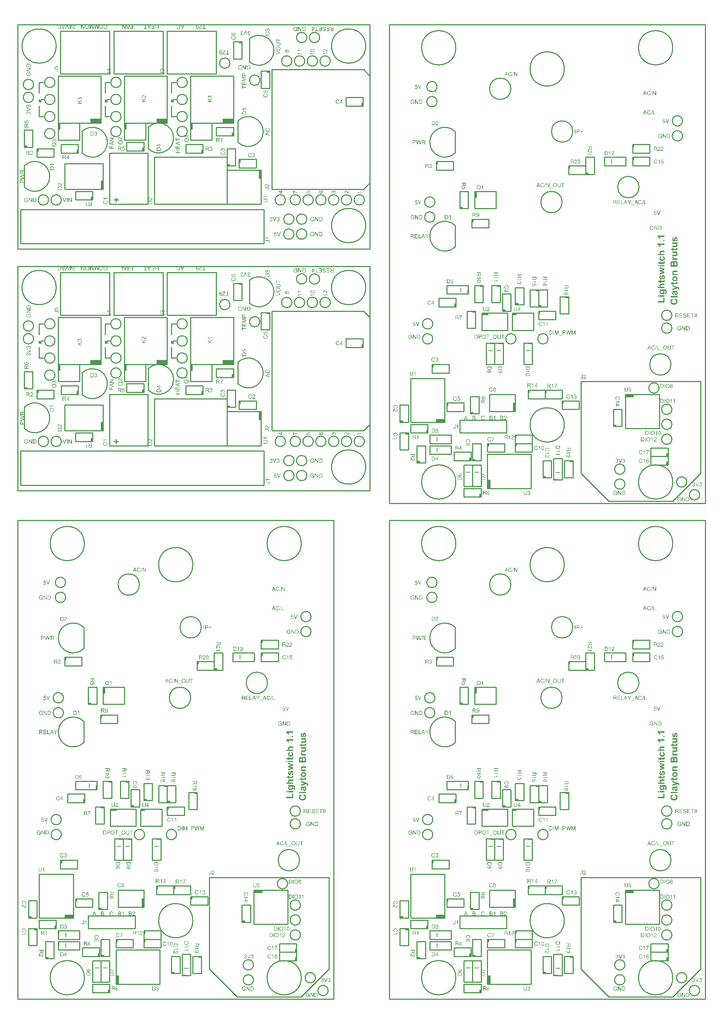
<source format=gto>
G04*
G04 #@! TF.GenerationSoftware,Altium Limited,Altium Designer,18.0.11 (651)*
G04*
G04 Layer_Color=65535*
%FSLAX24Y24*%
%MOIN*%
G70*
G01*
G75*
%ADD24C,0.0100*%
%ADD58C,0.0098*%
%ADD59C,0.0098*%
%ADD60R,0.0157X0.0295*%
%ADD61R,0.0295X0.0787*%
%ADD62R,0.0295X0.0157*%
%ADD63R,0.0394X0.0197*%
%ADD64R,0.0787X0.0276*%
%ADD65R,0.0787X0.0295*%
%ADD66R,0.0394X0.0098*%
%ADD67R,0.0098X0.0394*%
%ADD68R,0.0098X0.0394*%
%ADD69R,0.0098X0.0394*%
%ADD70R,0.0098X0.0394*%
%ADD71R,0.0197X0.0591*%
%ADD72R,0.0591X0.0197*%
%ADD73R,0.0197X0.0787*%
%ADD74R,0.0394X0.0197*%
%ADD75R,0.0591X0.0197*%
%ADD76R,0.0394X0.0197*%
%ADD77R,0.0591X0.0197*%
%ADD78R,0.0197X0.0787*%
%ADD79R,0.0984X0.0394*%
%ADD80R,0.0197X0.0787*%
G36*
X16580Y89770D02*
X16584D01*
X16589Y89769D01*
X16599Y89767D01*
X16611Y89764D01*
X16623Y89760D01*
X16635Y89754D01*
X16647Y89746D01*
X16647Y89745D01*
X16648Y89744D01*
X16651Y89741D01*
X16656Y89735D01*
X16662Y89728D01*
X16668Y89718D01*
X16673Y89705D01*
X16678Y89691D01*
X16681Y89675D01*
X16635Y89671D01*
Y89672D01*
Y89673D01*
X16635Y89674D01*
X16634Y89677D01*
X16633Y89682D01*
X16631Y89689D01*
X16628Y89697D01*
X16624Y89704D01*
X16620Y89712D01*
X16614Y89718D01*
X16613Y89718D01*
X16611Y89720D01*
X16607Y89722D01*
X16602Y89725D01*
X16596Y89727D01*
X16589Y89729D01*
X16581Y89731D01*
X16572Y89732D01*
X16568D01*
X16564Y89731D01*
X16559Y89730D01*
X16553Y89729D01*
X16547Y89728D01*
X16540Y89725D01*
X16534Y89722D01*
X16533Y89721D01*
X16531Y89720D01*
X16528Y89718D01*
X16524Y89715D01*
X16520Y89711D01*
X16516Y89706D01*
X16511Y89701D01*
X16507Y89695D01*
X16506Y89695D01*
X16505Y89692D01*
X16503Y89688D01*
X16500Y89683D01*
X16498Y89677D01*
X16495Y89669D01*
X16492Y89660D01*
X16489Y89650D01*
Y89650D01*
X16489Y89649D01*
Y89647D01*
X16488Y89646D01*
X16487Y89640D01*
X16486Y89632D01*
X16485Y89623D01*
X16483Y89614D01*
X16482Y89603D01*
Y89592D01*
Y89592D01*
Y89590D01*
Y89587D01*
Y89583D01*
X16483Y89584D01*
X16485Y89587D01*
X16488Y89591D01*
X16493Y89596D01*
X16498Y89602D01*
X16505Y89608D01*
X16513Y89614D01*
X16521Y89620D01*
X16523Y89620D01*
X16525Y89622D01*
X16531Y89624D01*
X16537Y89626D01*
X16545Y89629D01*
X16554Y89631D01*
X16564Y89633D01*
X16574Y89633D01*
X16579D01*
X16582Y89633D01*
X16586Y89632D01*
X16591Y89632D01*
X16602Y89629D01*
X16615Y89625D01*
X16621Y89622D01*
X16628Y89619D01*
X16635Y89615D01*
X16642Y89610D01*
X16648Y89605D01*
X16655Y89599D01*
X16655Y89598D01*
X16656Y89597D01*
X16658Y89595D01*
X16660Y89592D01*
X16662Y89589D01*
X16665Y89585D01*
X16668Y89580D01*
X16671Y89574D01*
X16674Y89568D01*
X16677Y89561D01*
X16680Y89554D01*
X16682Y89546D01*
X16685Y89537D01*
X16686Y89528D01*
X16687Y89518D01*
X16688Y89508D01*
Y89507D01*
Y89505D01*
Y89502D01*
X16687Y89498D01*
X16686Y89493D01*
X16686Y89487D01*
X16685Y89481D01*
X16683Y89474D01*
X16679Y89459D01*
X16676Y89451D01*
X16673Y89443D01*
X16669Y89435D01*
X16665Y89427D01*
X16659Y89420D01*
X16654Y89413D01*
X16653Y89413D01*
X16652Y89412D01*
X16650Y89410D01*
X16647Y89408D01*
X16644Y89405D01*
X16640Y89402D01*
X16635Y89399D01*
X16630Y89395D01*
X16624Y89392D01*
X16617Y89389D01*
X16603Y89383D01*
X16595Y89381D01*
X16586Y89379D01*
X16576Y89378D01*
X16567Y89378D01*
X16564D01*
X16561Y89378D01*
X16558D01*
X16554Y89379D01*
X16544Y89380D01*
X16534Y89383D01*
X16523Y89386D01*
X16510Y89391D01*
X16499Y89398D01*
X16498D01*
X16497Y89399D01*
X16496Y89400D01*
X16493Y89402D01*
X16488Y89406D01*
X16481Y89413D01*
X16473Y89422D01*
X16465Y89431D01*
X16458Y89443D01*
X16451Y89456D01*
Y89457D01*
X16451Y89458D01*
X16449Y89460D01*
X16449Y89463D01*
X16447Y89467D01*
X16446Y89471D01*
X16445Y89477D01*
X16443Y89484D01*
X16441Y89491D01*
X16440Y89499D01*
X16438Y89508D01*
X16437Y89517D01*
X16437Y89527D01*
X16435Y89539D01*
X16435Y89551D01*
Y89564D01*
Y89564D01*
Y89567D01*
Y89571D01*
Y89576D01*
X16435Y89582D01*
Y89589D01*
X16436Y89597D01*
X16437Y89606D01*
X16439Y89625D01*
X16442Y89644D01*
X16446Y89664D01*
X16448Y89673D01*
X16451Y89681D01*
Y89682D01*
X16452Y89683D01*
X16453Y89685D01*
X16454Y89688D01*
X16456Y89692D01*
X16458Y89697D01*
X16463Y89706D01*
X16470Y89717D01*
X16478Y89728D01*
X16487Y89739D01*
X16499Y89748D01*
X16499D01*
X16500Y89749D01*
X16501Y89750D01*
X16504Y89751D01*
X16507Y89753D01*
X16511Y89755D01*
X16520Y89759D01*
X16531Y89763D01*
X16543Y89767D01*
X16558Y89769D01*
X16573Y89770D01*
X16577D01*
X16580Y89770D01*
D02*
G37*
G36*
X15208Y89379D02*
X15152D01*
X14996Y89764D01*
X15053D01*
X15098Y89647D01*
X15259D01*
X15301Y89764D01*
X15354D01*
X15208Y89379D01*
D02*
G37*
G36*
X12144D02*
X12088D01*
X11932Y89764D01*
X11989D01*
X12034Y89647D01*
X12195D01*
X12237Y89764D01*
X12291D01*
X12144Y89379D01*
D02*
G37*
G36*
X10200D02*
X10144D01*
X9988Y89764D01*
X10046D01*
X10090Y89647D01*
X10251D01*
X10293Y89764D01*
X10347D01*
X10200Y89379D01*
D02*
G37*
G36*
X4229D02*
X4174D01*
X4017Y89764D01*
X4075D01*
X4119Y89647D01*
X4281D01*
X4322Y89764D01*
X4376D01*
X4229Y89379D01*
D02*
G37*
G36*
X12992D02*
X12941D01*
Y89537D01*
X12742D01*
Y89379D01*
X12691D01*
Y89764D01*
X12742D01*
Y89582D01*
X12941D01*
Y89764D01*
X12992D01*
Y89379D01*
D02*
G37*
G36*
X9947D02*
X9896D01*
X9693Y89681D01*
Y89379D01*
X9645D01*
Y89764D01*
X9697D01*
X9899Y89462D01*
Y89764D01*
X9947D01*
Y89379D01*
D02*
G37*
G36*
X6138D02*
X6087D01*
X5884Y89681D01*
Y89379D01*
X5836D01*
Y89764D01*
X5888D01*
X6090Y89462D01*
Y89764D01*
X6138D01*
Y89379D01*
D02*
G37*
G36*
X27338Y89462D02*
X27382D01*
Y89422D01*
X27330D01*
X27310Y89328D01*
X27382D01*
Y89288D01*
X27303D01*
X27279Y89176D01*
X27240D01*
X27263Y89288D01*
X27181D01*
X27158Y89176D01*
X27119D01*
X27142Y89288D01*
X27096D01*
Y89328D01*
X27150D01*
X27169Y89422D01*
X27096D01*
Y89462D01*
X27177D01*
X27199Y89573D01*
X27239D01*
X27216Y89462D01*
X27299D01*
X27321Y89573D01*
X27360D01*
X27338Y89462D01*
D02*
G37*
G36*
X28256Y89573D02*
X28261D01*
X28267Y89572D01*
X28273Y89572D01*
X28287Y89570D01*
X28301Y89567D01*
X28316Y89563D01*
X28330Y89559D01*
X28331D01*
X28332Y89558D01*
X28334Y89557D01*
X28336Y89556D01*
X28342Y89552D01*
X28350Y89547D01*
X28359Y89541D01*
X28368Y89533D01*
X28377Y89524D01*
X28386Y89513D01*
Y89513D01*
X28386Y89512D01*
X28387Y89510D01*
X28389Y89508D01*
X28390Y89505D01*
X28392Y89501D01*
X28396Y89493D01*
X28399Y89483D01*
X28403Y89470D01*
X28405Y89458D01*
X28406Y89443D01*
X28358Y89439D01*
Y89440D01*
Y89441D01*
X28358Y89444D01*
X28356Y89449D01*
X28355Y89456D01*
X28353Y89464D01*
X28351Y89472D01*
X28347Y89480D01*
X28343Y89487D01*
X28342Y89488D01*
X28341Y89490D01*
X28338Y89494D01*
X28333Y89498D01*
X28328Y89503D01*
X28321Y89508D01*
X28313Y89513D01*
X28304Y89517D01*
X28304D01*
X28303Y89518D01*
X28300Y89519D01*
X28294Y89521D01*
X28287Y89522D01*
X28279Y89525D01*
X28268Y89527D01*
X28257Y89528D01*
X28245Y89528D01*
X28241D01*
X28235Y89528D01*
X28228Y89527D01*
X28220Y89527D01*
X28212Y89525D01*
X28203Y89523D01*
X28194Y89520D01*
X28193Y89520D01*
X28191Y89518D01*
X28187Y89517D01*
X28182Y89514D01*
X28176Y89510D01*
X28171Y89506D01*
X28166Y89501D01*
X28161Y89496D01*
X28160Y89496D01*
X28159Y89493D01*
X28157Y89490D01*
X28155Y89486D01*
X28153Y89482D01*
X28152Y89476D01*
X28150Y89470D01*
X28150Y89463D01*
Y89463D01*
Y89460D01*
X28150Y89457D01*
X28151Y89453D01*
X28152Y89448D01*
X28155Y89442D01*
X28157Y89437D01*
X28160Y89432D01*
X28161Y89431D01*
X28162Y89429D01*
X28165Y89427D01*
X28169Y89424D01*
X28173Y89420D01*
X28179Y89417D01*
X28187Y89412D01*
X28195Y89409D01*
X28196Y89408D01*
X28198Y89408D01*
X28203Y89407D01*
X28205Y89405D01*
X28209Y89404D01*
X28214Y89403D01*
X28218Y89402D01*
X28224Y89400D01*
X28230Y89398D01*
X28237Y89397D01*
X28245Y89395D01*
X28254Y89393D01*
X28263Y89390D01*
X28264D01*
X28266Y89390D01*
X28269Y89389D01*
X28272Y89388D01*
X28276Y89387D01*
X28281Y89386D01*
X28292Y89383D01*
X28304Y89379D01*
X28317Y89374D01*
X28328Y89370D01*
X28333Y89369D01*
X28337Y89366D01*
X28338D01*
X28338Y89366D01*
X28342Y89363D01*
X28346Y89360D01*
X28352Y89356D01*
X28359Y89351D01*
X28366Y89345D01*
X28372Y89338D01*
X28378Y89331D01*
X28379Y89329D01*
X28380Y89326D01*
X28382Y89322D01*
X28384Y89317D01*
X28387Y89310D01*
X28389Y89301D01*
X28391Y89292D01*
X28391Y89283D01*
Y89282D01*
Y89281D01*
Y89280D01*
Y89277D01*
X28390Y89272D01*
X28389Y89265D01*
X28387Y89256D01*
X28384Y89248D01*
X28380Y89238D01*
X28375Y89228D01*
Y89228D01*
X28375Y89227D01*
X28372Y89224D01*
X28368Y89219D01*
X28363Y89214D01*
X28356Y89208D01*
X28348Y89201D01*
X28338Y89195D01*
X28327Y89190D01*
X28327D01*
X28326Y89189D01*
X28324Y89188D01*
X28321Y89187D01*
X28318Y89187D01*
X28315Y89185D01*
X28307Y89183D01*
X28296Y89180D01*
X28284Y89178D01*
X28271Y89177D01*
X28257Y89176D01*
X28250D01*
X28246Y89177D01*
X28242D01*
X28232Y89178D01*
X28220Y89180D01*
X28207Y89182D01*
X28194Y89185D01*
X28182Y89190D01*
X28181D01*
X28181Y89191D01*
X28179Y89191D01*
X28177Y89193D01*
X28171Y89196D01*
X28163Y89200D01*
X28155Y89206D01*
X28147Y89213D01*
X28139Y89221D01*
X28132Y89231D01*
X28131Y89232D01*
X28129Y89235D01*
X28126Y89241D01*
X28123Y89248D01*
X28119Y89257D01*
X28116Y89267D01*
X28114Y89279D01*
X28112Y89291D01*
X28161Y89294D01*
Y89294D01*
Y89293D01*
X28162Y89291D01*
X28162Y89288D01*
X28163Y89282D01*
X28166Y89274D01*
X28169Y89265D01*
X28174Y89256D01*
X28180Y89248D01*
X28188Y89240D01*
X28189Y89239D01*
X28192Y89237D01*
X28197Y89234D01*
X28204Y89231D01*
X28214Y89227D01*
X28225Y89224D01*
X28239Y89222D01*
X28255Y89221D01*
X28262D01*
X28266Y89222D01*
X28270D01*
X28280Y89224D01*
X28291Y89225D01*
X28303Y89228D01*
X28313Y89232D01*
X28318Y89235D01*
X28322Y89238D01*
X28322Y89239D01*
X28325Y89241D01*
X28328Y89245D01*
X28332Y89250D01*
X28336Y89256D01*
X28339Y89263D01*
X28341Y89270D01*
X28342Y89279D01*
Y89280D01*
Y89283D01*
X28342Y89287D01*
X28341Y89291D01*
X28339Y89297D01*
X28336Y89303D01*
X28332Y89308D01*
X28328Y89313D01*
X28327Y89314D01*
X28324Y89315D01*
X28322Y89317D01*
X28320Y89318D01*
X28317Y89319D01*
X28313Y89321D01*
X28308Y89324D01*
X28303Y89326D01*
X28297Y89328D01*
X28290Y89330D01*
X28282Y89333D01*
X28273Y89335D01*
X28263Y89338D01*
X28252Y89341D01*
X28251D01*
X28249Y89341D01*
X28246Y89342D01*
X28242Y89343D01*
X28236Y89344D01*
X28231Y89346D01*
X28218Y89349D01*
X28204Y89353D01*
X28190Y89357D01*
X28183Y89359D01*
X28177Y89361D01*
X28171Y89363D01*
X28166Y89365D01*
X28166D01*
X28165Y89366D01*
X28163Y89367D01*
X28161Y89368D01*
X28155Y89372D01*
X28148Y89376D01*
X28139Y89381D01*
X28131Y89389D01*
X28124Y89396D01*
X28117Y89404D01*
X28117Y89405D01*
X28115Y89408D01*
X28112Y89413D01*
X28109Y89420D01*
X28106Y89428D01*
X28103Y89437D01*
X28101Y89448D01*
X28101Y89459D01*
Y89459D01*
Y89460D01*
Y89462D01*
Y89464D01*
X28102Y89470D01*
X28103Y89477D01*
X28105Y89486D01*
X28108Y89496D01*
X28112Y89507D01*
X28118Y89517D01*
X28119Y89518D01*
X28122Y89521D01*
X28125Y89526D01*
X28131Y89532D01*
X28138Y89539D01*
X28147Y89546D01*
X28157Y89552D01*
X28169Y89559D01*
X28170D01*
X28171Y89559D01*
X28173Y89560D01*
X28175Y89561D01*
X28178Y89562D01*
X28181Y89563D01*
X28191Y89566D01*
X28201Y89569D01*
X28214Y89571D01*
X28228Y89573D01*
X28243Y89573D01*
X28252D01*
X28256Y89573D01*
D02*
G37*
G36*
X7450Y89379D02*
X7374D01*
X7283Y89651D01*
Y89652D01*
X7283Y89653D01*
X7282Y89655D01*
X7281Y89658D01*
X7279Y89664D01*
X7276Y89673D01*
X7273Y89682D01*
X7270Y89691D01*
X7267Y89701D01*
X7265Y89708D01*
X7264Y89707D01*
X7264Y89704D01*
X7262Y89699D01*
X7260Y89693D01*
X7257Y89684D01*
X7254Y89674D01*
X7249Y89661D01*
X7245Y89647D01*
X7153Y89379D01*
X7084D01*
Y89764D01*
X7133D01*
Y89442D01*
X7245Y89764D01*
X7291D01*
X7401Y89437D01*
Y89764D01*
X7450D01*
Y89379D01*
D02*
G37*
G36*
X7004D02*
X6927D01*
X6836Y89651D01*
Y89652D01*
X6836Y89653D01*
X6835Y89655D01*
X6834Y89658D01*
X6832Y89664D01*
X6829Y89673D01*
X6826Y89682D01*
X6823Y89691D01*
X6820Y89701D01*
X6818Y89708D01*
X6817Y89707D01*
X6817Y89704D01*
X6815Y89699D01*
X6813Y89693D01*
X6810Y89684D01*
X6807Y89674D01*
X6802Y89661D01*
X6798Y89647D01*
X6706Y89379D01*
X6637D01*
Y89764D01*
X6686D01*
Y89442D01*
X6798Y89764D01*
X6844D01*
X6954Y89437D01*
Y89764D01*
X7004D01*
Y89379D01*
D02*
G37*
G36*
X14799Y89770D02*
X14804D01*
X14810Y89769D01*
X14817Y89768D01*
X14824Y89767D01*
X14841Y89764D01*
X14858Y89760D01*
X14874Y89753D01*
X14882Y89750D01*
X14890Y89745D01*
X14890Y89744D01*
X14892Y89744D01*
X14893Y89742D01*
X14896Y89740D01*
X14903Y89735D01*
X14911Y89726D01*
X14921Y89716D01*
X14931Y89704D01*
X14941Y89689D01*
X14949Y89672D01*
Y89671D01*
X14950Y89670D01*
X14951Y89667D01*
X14952Y89664D01*
X14954Y89659D01*
X14955Y89654D01*
X14957Y89648D01*
X14959Y89641D01*
X14961Y89634D01*
X14962Y89626D01*
X14966Y89608D01*
X14968Y89589D01*
X14969Y89569D01*
Y89568D01*
Y89566D01*
Y89563D01*
X14968Y89559D01*
Y89554D01*
X14968Y89547D01*
X14967Y89541D01*
X14966Y89533D01*
X14963Y89517D01*
X14959Y89499D01*
X14954Y89481D01*
X14946Y89464D01*
Y89464D01*
X14945Y89462D01*
X14944Y89460D01*
X14942Y89457D01*
X14940Y89453D01*
X14937Y89449D01*
X14929Y89439D01*
X14920Y89428D01*
X14909Y89417D01*
X14896Y89406D01*
X14881Y89396D01*
X14880D01*
X14879Y89395D01*
X14877Y89394D01*
X14873Y89393D01*
X14870Y89391D01*
X14865Y89389D01*
X14859Y89387D01*
X14854Y89385D01*
X14847Y89382D01*
X14840Y89381D01*
X14824Y89377D01*
X14807Y89374D01*
X14788Y89373D01*
X14782D01*
X14778Y89374D01*
X14773Y89374D01*
X14768Y89375D01*
X14761Y89375D01*
X14754Y89377D01*
X14739Y89380D01*
X14723Y89385D01*
X14714Y89389D01*
X14706Y89393D01*
X14699Y89398D01*
X14691Y89403D01*
X14690Y89403D01*
X14689Y89404D01*
X14687Y89406D01*
X14685Y89408D01*
X14682Y89411D01*
X14677Y89415D01*
X14673Y89419D01*
X14669Y89424D01*
X14665Y89430D01*
X14661Y89436D01*
X14656Y89443D01*
X14651Y89450D01*
X14647Y89458D01*
X14643Y89467D01*
X14636Y89485D01*
X14686Y89497D01*
Y89496D01*
X14687Y89495D01*
X14687Y89493D01*
X14689Y89490D01*
X14690Y89486D01*
X14692Y89482D01*
X14696Y89474D01*
X14701Y89464D01*
X14708Y89453D01*
X14716Y89444D01*
X14725Y89436D01*
X14727Y89435D01*
X14730Y89433D01*
X14735Y89430D01*
X14743Y89426D01*
X14752Y89422D01*
X14763Y89419D01*
X14775Y89417D01*
X14789Y89416D01*
X14793D01*
X14796Y89417D01*
X14800D01*
X14804Y89417D01*
X14815Y89419D01*
X14827Y89422D01*
X14839Y89426D01*
X14851Y89431D01*
X14863Y89438D01*
X14864D01*
X14864Y89439D01*
X14868Y89442D01*
X14873Y89447D01*
X14879Y89453D01*
X14886Y89461D01*
X14893Y89471D01*
X14899Y89482D01*
X14904Y89495D01*
Y89496D01*
X14905Y89497D01*
X14906Y89499D01*
X14906Y89502D01*
X14907Y89505D01*
X14908Y89509D01*
X14910Y89518D01*
X14913Y89529D01*
X14914Y89541D01*
X14916Y89555D01*
X14916Y89569D01*
Y89570D01*
Y89571D01*
Y89574D01*
Y89577D01*
X14916Y89581D01*
Y89587D01*
X14915Y89592D01*
X14914Y89598D01*
X14913Y89611D01*
X14910Y89626D01*
X14907Y89640D01*
X14902Y89654D01*
Y89655D01*
X14902Y89656D01*
X14900Y89658D01*
X14899Y89660D01*
X14896Y89667D01*
X14892Y89675D01*
X14885Y89684D01*
X14878Y89693D01*
X14869Y89702D01*
X14858Y89709D01*
X14858D01*
X14857Y89710D01*
X14855Y89711D01*
X14853Y89712D01*
X14847Y89715D01*
X14838Y89718D01*
X14829Y89721D01*
X14818Y89724D01*
X14806Y89726D01*
X14793Y89727D01*
X14789D01*
X14786Y89726D01*
X14782D01*
X14778Y89726D01*
X14768Y89724D01*
X14756Y89721D01*
X14744Y89716D01*
X14732Y89711D01*
X14721Y89702D01*
X14720Y89702D01*
X14720Y89701D01*
X14716Y89698D01*
X14711Y89692D01*
X14704Y89684D01*
X14698Y89674D01*
X14691Y89661D01*
X14685Y89646D01*
X14680Y89629D01*
X14630Y89642D01*
Y89643D01*
X14630Y89645D01*
X14631Y89648D01*
X14632Y89653D01*
X14635Y89657D01*
X14637Y89664D01*
X14639Y89670D01*
X14643Y89677D01*
X14651Y89693D01*
X14661Y89709D01*
X14673Y89724D01*
X14680Y89731D01*
X14687Y89737D01*
X14688Y89738D01*
X14689Y89739D01*
X14692Y89740D01*
X14695Y89743D01*
X14699Y89745D01*
X14704Y89748D01*
X14709Y89751D01*
X14716Y89754D01*
X14723Y89757D01*
X14730Y89760D01*
X14739Y89763D01*
X14748Y89765D01*
X14767Y89769D01*
X14778Y89770D01*
X14789Y89770D01*
X14794D01*
X14799Y89770D01*
D02*
G37*
G36*
X8098D02*
X8103D01*
X8109Y89769D01*
X8116Y89768D01*
X8123Y89767D01*
X8140Y89764D01*
X8157Y89760D01*
X8173Y89753D01*
X8181Y89750D01*
X8189Y89745D01*
X8189Y89744D01*
X8191Y89744D01*
X8192Y89742D01*
X8195Y89740D01*
X8202Y89735D01*
X8210Y89726D01*
X8220Y89716D01*
X8230Y89704D01*
X8240Y89689D01*
X8248Y89672D01*
Y89671D01*
X8248Y89670D01*
X8250Y89667D01*
X8251Y89664D01*
X8253Y89659D01*
X8254Y89654D01*
X8256Y89648D01*
X8258Y89641D01*
X8260Y89634D01*
X8261Y89626D01*
X8265Y89608D01*
X8267Y89589D01*
X8268Y89569D01*
Y89568D01*
Y89566D01*
Y89563D01*
X8267Y89559D01*
Y89554D01*
X8267Y89547D01*
X8266Y89541D01*
X8265Y89533D01*
X8262Y89517D01*
X8258Y89499D01*
X8253Y89481D01*
X8245Y89464D01*
Y89464D01*
X8244Y89462D01*
X8243Y89460D01*
X8241Y89457D01*
X8238Y89453D01*
X8236Y89449D01*
X8228Y89439D01*
X8219Y89428D01*
X8208Y89417D01*
X8195Y89406D01*
X8180Y89396D01*
X8179D01*
X8178Y89395D01*
X8176Y89394D01*
X8172Y89393D01*
X8169Y89391D01*
X8164Y89389D01*
X8158Y89387D01*
X8152Y89385D01*
X8146Y89382D01*
X8139Y89381D01*
X8123Y89377D01*
X8106Y89374D01*
X8087Y89373D01*
X8081D01*
X8077Y89374D01*
X8072Y89374D01*
X8066Y89375D01*
X8060Y89375D01*
X8053Y89377D01*
X8038Y89380D01*
X8021Y89385D01*
X8013Y89389D01*
X8005Y89393D01*
X7997Y89398D01*
X7990Y89403D01*
X7989Y89403D01*
X7988Y89404D01*
X7986Y89406D01*
X7983Y89408D01*
X7980Y89411D01*
X7976Y89415D01*
X7972Y89419D01*
X7968Y89424D01*
X7964Y89430D01*
X7959Y89436D01*
X7955Y89443D01*
X7950Y89450D01*
X7946Y89458D01*
X7942Y89467D01*
X7935Y89485D01*
X7985Y89497D01*
Y89496D01*
X7986Y89495D01*
X7986Y89493D01*
X7987Y89490D01*
X7989Y89486D01*
X7991Y89482D01*
X7995Y89474D01*
X8000Y89464D01*
X8007Y89453D01*
X8015Y89444D01*
X8024Y89436D01*
X8026Y89435D01*
X8029Y89433D01*
X8034Y89430D01*
X8042Y89426D01*
X8051Y89422D01*
X8062Y89419D01*
X8074Y89417D01*
X8088Y89416D01*
X8092D01*
X8095Y89417D01*
X8099D01*
X8103Y89417D01*
X8114Y89419D01*
X8126Y89422D01*
X8138Y89426D01*
X8150Y89431D01*
X8162Y89438D01*
X8162D01*
X8163Y89439D01*
X8167Y89442D01*
X8172Y89447D01*
X8178Y89453D01*
X8185Y89461D01*
X8192Y89471D01*
X8198Y89482D01*
X8203Y89495D01*
Y89496D01*
X8204Y89497D01*
X8205Y89499D01*
X8205Y89502D01*
X8206Y89505D01*
X8207Y89509D01*
X8209Y89518D01*
X8212Y89529D01*
X8213Y89541D01*
X8214Y89555D01*
X8215Y89569D01*
Y89570D01*
Y89571D01*
Y89574D01*
Y89577D01*
X8214Y89581D01*
Y89587D01*
X8214Y89592D01*
X8213Y89598D01*
X8212Y89611D01*
X8209Y89626D01*
X8206Y89640D01*
X8201Y89654D01*
Y89655D01*
X8200Y89656D01*
X8199Y89658D01*
X8198Y89660D01*
X8195Y89667D01*
X8191Y89675D01*
X8184Y89684D01*
X8176Y89693D01*
X8168Y89702D01*
X8157Y89709D01*
X8157D01*
X8156Y89710D01*
X8154Y89711D01*
X8152Y89712D01*
X8145Y89715D01*
X8137Y89718D01*
X8128Y89721D01*
X8117Y89724D01*
X8105Y89726D01*
X8092Y89727D01*
X8088D01*
X8085Y89726D01*
X8081D01*
X8076Y89726D01*
X8066Y89724D01*
X8055Y89721D01*
X8043Y89716D01*
X8031Y89711D01*
X8020Y89702D01*
X8019Y89702D01*
X8019Y89701D01*
X8015Y89698D01*
X8010Y89692D01*
X8003Y89684D01*
X7997Y89674D01*
X7990Y89661D01*
X7984Y89646D01*
X7979Y89629D01*
X7928Y89642D01*
Y89643D01*
X7929Y89645D01*
X7930Y89648D01*
X7931Y89653D01*
X7934Y89657D01*
X7936Y89664D01*
X7938Y89670D01*
X7942Y89677D01*
X7949Y89693D01*
X7960Y89709D01*
X7972Y89724D01*
X7979Y89731D01*
X7986Y89737D01*
X7987Y89738D01*
X7988Y89739D01*
X7990Y89740D01*
X7994Y89743D01*
X7998Y89745D01*
X8003Y89748D01*
X8008Y89751D01*
X8014Y89754D01*
X8021Y89757D01*
X8029Y89760D01*
X8038Y89763D01*
X8047Y89765D01*
X8066Y89769D01*
X8076Y89770D01*
X8088Y89770D01*
X8093D01*
X8098Y89770D01*
D02*
G37*
G36*
X3821D02*
X3826D01*
X3832Y89769D01*
X3839Y89768D01*
X3846Y89767D01*
X3862Y89764D01*
X3879Y89760D01*
X3896Y89753D01*
X3904Y89750D01*
X3912Y89745D01*
X3912Y89744D01*
X3913Y89744D01*
X3915Y89742D01*
X3918Y89740D01*
X3925Y89735D01*
X3933Y89726D01*
X3943Y89716D01*
X3952Y89704D01*
X3962Y89689D01*
X3971Y89672D01*
Y89671D01*
X3971Y89670D01*
X3972Y89667D01*
X3974Y89664D01*
X3975Y89659D01*
X3977Y89654D01*
X3979Y89648D01*
X3981Y89641D01*
X3982Y89634D01*
X3984Y89626D01*
X3988Y89608D01*
X3990Y89589D01*
X3991Y89569D01*
Y89568D01*
Y89566D01*
Y89563D01*
X3990Y89559D01*
Y89554D01*
X3989Y89547D01*
X3989Y89541D01*
X3988Y89533D01*
X3985Y89517D01*
X3981Y89499D01*
X3975Y89481D01*
X3968Y89464D01*
Y89464D01*
X3967Y89462D01*
X3965Y89460D01*
X3964Y89457D01*
X3961Y89453D01*
X3958Y89449D01*
X3951Y89439D01*
X3942Y89428D01*
X3931Y89417D01*
X3917Y89406D01*
X3903Y89396D01*
X3902D01*
X3901Y89395D01*
X3899Y89394D01*
X3895Y89393D01*
X3892Y89391D01*
X3887Y89389D01*
X3881Y89387D01*
X3875Y89385D01*
X3869Y89382D01*
X3862Y89381D01*
X3846Y89377D01*
X3828Y89374D01*
X3810Y89373D01*
X3804D01*
X3800Y89374D01*
X3795Y89374D01*
X3789Y89375D01*
X3783Y89375D01*
X3776Y89377D01*
X3761Y89380D01*
X3744Y89385D01*
X3736Y89389D01*
X3728Y89393D01*
X3720Y89398D01*
X3713Y89403D01*
X3712Y89403D01*
X3711Y89404D01*
X3709Y89406D01*
X3706Y89408D01*
X3703Y89411D01*
X3699Y89415D01*
X3695Y89419D01*
X3691Y89424D01*
X3686Y89430D01*
X3682Y89436D01*
X3678Y89443D01*
X3673Y89450D01*
X3669Y89458D01*
X3665Y89467D01*
X3658Y89485D01*
X3708Y89497D01*
Y89496D01*
X3709Y89495D01*
X3709Y89493D01*
X3710Y89490D01*
X3712Y89486D01*
X3714Y89482D01*
X3718Y89474D01*
X3723Y89464D01*
X3730Y89453D01*
X3738Y89444D01*
X3747Y89436D01*
X3748Y89435D01*
X3752Y89433D01*
X3757Y89430D01*
X3765Y89426D01*
X3773Y89422D01*
X3785Y89419D01*
X3797Y89417D01*
X3811Y89416D01*
X3815D01*
X3818Y89417D01*
X3822D01*
X3826Y89417D01*
X3837Y89419D01*
X3848Y89422D01*
X3861Y89426D01*
X3873Y89431D01*
X3885Y89438D01*
X3885D01*
X3886Y89439D01*
X3889Y89442D01*
X3895Y89447D01*
X3901Y89453D01*
X3907Y89461D01*
X3914Y89471D01*
X3921Y89482D01*
X3926Y89495D01*
Y89496D01*
X3927Y89497D01*
X3927Y89499D01*
X3928Y89502D01*
X3929Y89505D01*
X3930Y89509D01*
X3932Y89518D01*
X3934Y89529D01*
X3936Y89541D01*
X3937Y89555D01*
X3938Y89569D01*
Y89570D01*
Y89571D01*
Y89574D01*
Y89577D01*
X3937Y89581D01*
Y89587D01*
X3937Y89592D01*
X3936Y89598D01*
X3934Y89611D01*
X3932Y89626D01*
X3929Y89640D01*
X3924Y89654D01*
Y89655D01*
X3923Y89656D01*
X3922Y89658D01*
X3921Y89660D01*
X3918Y89667D01*
X3913Y89675D01*
X3907Y89684D01*
X3899Y89693D01*
X3890Y89702D01*
X3880Y89709D01*
X3879D01*
X3879Y89710D01*
X3877Y89711D01*
X3875Y89712D01*
X3868Y89715D01*
X3860Y89718D01*
X3851Y89721D01*
X3840Y89724D01*
X3827Y89726D01*
X3814Y89727D01*
X3810D01*
X3807Y89726D01*
X3804D01*
X3799Y89726D01*
X3789Y89724D01*
X3778Y89721D01*
X3766Y89716D01*
X3754Y89711D01*
X3742Y89702D01*
X3742Y89702D01*
X3741Y89701D01*
X3738Y89698D01*
X3733Y89692D01*
X3726Y89684D01*
X3720Y89674D01*
X3713Y89661D01*
X3707Y89646D01*
X3702Y89629D01*
X3651Y89642D01*
Y89643D01*
X3652Y89645D01*
X3653Y89648D01*
X3654Y89653D01*
X3656Y89657D01*
X3659Y89664D01*
X3661Y89670D01*
X3665Y89677D01*
X3672Y89693D01*
X3683Y89709D01*
X3695Y89724D01*
X3702Y89731D01*
X3709Y89737D01*
X3710Y89738D01*
X3711Y89739D01*
X3713Y89740D01*
X3717Y89743D01*
X3721Y89745D01*
X3726Y89748D01*
X3731Y89751D01*
X3737Y89754D01*
X3744Y89757D01*
X3752Y89760D01*
X3761Y89763D01*
X3769Y89765D01*
X3789Y89769D01*
X3799Y89770D01*
X3810Y89770D01*
X3816D01*
X3821Y89770D01*
D02*
G37*
G36*
X29134Y89183D02*
X28955D01*
X28951Y89183D01*
X28946D01*
X28934Y89184D01*
X28922Y89185D01*
X28909Y89187D01*
X28897Y89190D01*
X28891Y89191D01*
X28886Y89193D01*
X28885D01*
X28885Y89194D01*
X28881Y89195D01*
X28876Y89198D01*
X28871Y89202D01*
X28864Y89207D01*
X28857Y89213D01*
X28850Y89221D01*
X28843Y89230D01*
X28843Y89231D01*
X28841Y89235D01*
X28838Y89240D01*
X28835Y89247D01*
X28832Y89256D01*
X28829Y89266D01*
X28827Y89276D01*
X28827Y89288D01*
Y89288D01*
Y89290D01*
Y89292D01*
X28827Y89295D01*
Y89298D01*
X28828Y89303D01*
X28830Y89312D01*
X28833Y89323D01*
X28838Y89334D01*
X28845Y89346D01*
X28849Y89352D01*
X28854Y89357D01*
X28855Y89358D01*
X28857Y89359D01*
X28858Y89362D01*
X28861Y89363D01*
X28865Y89366D01*
X28869Y89369D01*
X28874Y89372D01*
X28879Y89374D01*
X28885Y89377D01*
X28892Y89380D01*
X28899Y89383D01*
X28907Y89386D01*
X28916Y89389D01*
X28925Y89390D01*
X28935Y89392D01*
X28934Y89393D01*
X28931Y89394D01*
X28928Y89396D01*
X28924Y89398D01*
X28914Y89404D01*
X28909Y89408D01*
X28905Y89411D01*
X28903Y89412D01*
X28900Y89415D01*
X28896Y89420D01*
X28891Y89425D01*
X28885Y89433D01*
X28878Y89442D01*
X28870Y89452D01*
X28862Y89463D01*
X28796Y89567D01*
X28859D01*
X28910Y89487D01*
Y89487D01*
X28912Y89486D01*
X28913Y89484D01*
X28914Y89482D01*
X28918Y89476D01*
X28923Y89468D01*
X28929Y89459D01*
X28936Y89451D01*
X28941Y89442D01*
X28947Y89435D01*
X28948Y89434D01*
X28950Y89432D01*
X28953Y89428D01*
X28955Y89424D01*
X28964Y89416D01*
X28968Y89412D01*
X28973Y89409D01*
X28974Y89408D01*
X28975Y89408D01*
X28977Y89407D01*
X28980Y89405D01*
X28987Y89401D01*
X28996Y89398D01*
X28996D01*
X28998Y89398D01*
X29000D01*
X29003Y89397D01*
X29007Y89397D01*
X29012D01*
X29017Y89396D01*
X29083D01*
Y89567D01*
X29134D01*
Y89183D01*
D02*
G37*
G36*
X4859Y89672D02*
X5025D01*
Y89629D01*
X4850Y89380D01*
X4811D01*
Y89629D01*
X4759D01*
Y89672D01*
X4811D01*
Y89764D01*
X4859D01*
Y89672D01*
D02*
G37*
G36*
X17196Y89424D02*
X17323D01*
Y89379D01*
X17019D01*
Y89424D01*
X17146D01*
Y89764D01*
X17196D01*
Y89424D01*
D02*
G37*
G36*
X12605Y89379D02*
X12328D01*
Y89424D01*
X12555D01*
Y89543D01*
X12342D01*
Y89588D01*
X12555D01*
Y89719D01*
X12319D01*
Y89764D01*
X12605D01*
Y89379D01*
D02*
G37*
G36*
X11793Y89424D02*
X11919D01*
Y89379D01*
X11616D01*
Y89424D01*
X11742D01*
Y89764D01*
X11793D01*
Y89424D01*
D02*
G37*
G36*
X10630Y89379D02*
X10371D01*
Y89424D01*
X10579D01*
Y89544D01*
X10399D01*
Y89589D01*
X10579D01*
Y89764D01*
X10630D01*
Y89379D01*
D02*
G37*
G36*
X4732D02*
X4676D01*
X4577Y89658D01*
Y89659D01*
X4576Y89660D01*
X4576Y89662D01*
X4574Y89664D01*
X4573Y89671D01*
X4570Y89679D01*
X4566Y89689D01*
X4563Y89699D01*
X4556Y89722D01*
Y89721D01*
X4556Y89720D01*
X4555Y89719D01*
X4554Y89716D01*
X4553Y89710D01*
X4550Y89702D01*
X4547Y89692D01*
X4544Y89682D01*
X4540Y89670D01*
X4536Y89658D01*
X4432Y89379D01*
X4380D01*
X4530Y89764D01*
X4583D01*
X4732Y89379D01*
D02*
G37*
G36*
X16992Y89763D02*
Y89761D01*
Y89757D01*
X16992Y89753D01*
X16991Y89749D01*
X16991Y89743D01*
X16989Y89737D01*
X16987Y89732D01*
Y89731D01*
X16986Y89730D01*
X16985Y89727D01*
X16983Y89722D01*
X16979Y89715D01*
X16975Y89708D01*
X16969Y89699D01*
X16964Y89690D01*
X16956Y89681D01*
Y89680D01*
X16955Y89680D01*
X16952Y89676D01*
X16947Y89671D01*
X16940Y89664D01*
X16931Y89656D01*
X16921Y89646D01*
X16908Y89634D01*
X16894Y89622D01*
X16893Y89622D01*
X16891Y89620D01*
X16888Y89618D01*
X16884Y89613D01*
X16879Y89609D01*
X16873Y89604D01*
X16860Y89593D01*
X16846Y89579D01*
X16832Y89566D01*
X16825Y89560D01*
X16819Y89553D01*
X16814Y89547D01*
X16809Y89541D01*
Y89540D01*
X16808Y89540D01*
X16807Y89538D01*
X16806Y89536D01*
X16802Y89530D01*
X16798Y89522D01*
X16794Y89513D01*
X16790Y89504D01*
X16788Y89494D01*
X16787Y89484D01*
Y89483D01*
Y89482D01*
X16788Y89479D01*
X16788Y89474D01*
X16789Y89467D01*
X16792Y89460D01*
X16796Y89452D01*
X16800Y89444D01*
X16807Y89436D01*
X16809Y89436D01*
X16811Y89433D01*
X16816Y89430D01*
X16821Y89426D01*
X16829Y89423D01*
X16838Y89420D01*
X16848Y89417D01*
X16860Y89417D01*
X16864D01*
X16866Y89417D01*
X16872Y89418D01*
X16879Y89419D01*
X16888Y89422D01*
X16898Y89426D01*
X16906Y89431D01*
X16914Y89438D01*
X16915Y89439D01*
X16917Y89441D01*
X16921Y89446D01*
X16924Y89453D01*
X16929Y89461D01*
X16931Y89470D01*
X16934Y89481D01*
X16935Y89494D01*
X16984Y89489D01*
Y89488D01*
Y89486D01*
X16983Y89484D01*
X16982Y89480D01*
X16981Y89475D01*
X16981Y89470D01*
X16977Y89458D01*
X16972Y89445D01*
X16966Y89431D01*
X16957Y89418D01*
X16953Y89412D01*
X16947Y89406D01*
X16946Y89406D01*
X16945Y89405D01*
X16943Y89403D01*
X16941Y89402D01*
X16937Y89400D01*
X16933Y89397D01*
X16929Y89395D01*
X16923Y89392D01*
X16917Y89389D01*
X16911Y89386D01*
X16903Y89384D01*
X16896Y89382D01*
X16878Y89379D01*
X16869Y89378D01*
X16859Y89378D01*
X16854D01*
X16850Y89378D01*
X16845Y89379D01*
X16840Y89379D01*
X16834Y89380D01*
X16827Y89382D01*
X16813Y89385D01*
X16799Y89391D01*
X16791Y89394D01*
X16784Y89398D01*
X16778Y89403D01*
X16771Y89409D01*
X16771Y89409D01*
X16770Y89410D01*
X16768Y89412D01*
X16766Y89414D01*
X16764Y89417D01*
X16761Y89421D01*
X16755Y89430D01*
X16749Y89441D01*
X16744Y89454D01*
X16740Y89468D01*
X16739Y89477D01*
X16738Y89485D01*
Y89486D01*
Y89489D01*
X16739Y89494D01*
X16740Y89499D01*
X16741Y89506D01*
X16743Y89514D01*
X16745Y89522D01*
X16748Y89530D01*
X16749Y89532D01*
X16750Y89534D01*
X16752Y89539D01*
X16756Y89544D01*
X16760Y89551D01*
X16765Y89560D01*
X16772Y89568D01*
X16780Y89577D01*
X16781Y89578D01*
X16784Y89582D01*
X16789Y89587D01*
X16793Y89591D01*
X16797Y89595D01*
X16802Y89599D01*
X16807Y89605D01*
X16813Y89610D01*
X16820Y89616D01*
X16827Y89623D01*
X16835Y89630D01*
X16843Y89637D01*
X16852Y89645D01*
X16853Y89646D01*
X16854Y89647D01*
X16857Y89649D01*
X16860Y89651D01*
X16867Y89657D01*
X16875Y89664D01*
X16884Y89673D01*
X16893Y89681D01*
X16901Y89688D01*
X16904Y89691D01*
X16907Y89694D01*
X16907Y89694D01*
X16909Y89696D01*
X16911Y89698D01*
X16914Y89702D01*
X16920Y89709D01*
X16927Y89719D01*
X16738D01*
Y89764D01*
X16992D01*
Y89763D01*
D02*
G37*
G36*
X5314D02*
Y89761D01*
Y89757D01*
X5314Y89753D01*
X5313Y89749D01*
X5313Y89743D01*
X5311Y89737D01*
X5309Y89732D01*
Y89731D01*
X5309Y89730D01*
X5307Y89727D01*
X5305Y89722D01*
X5302Y89715D01*
X5297Y89708D01*
X5292Y89699D01*
X5286Y89690D01*
X5278Y89681D01*
Y89680D01*
X5277Y89680D01*
X5274Y89676D01*
X5269Y89671D01*
X5262Y89664D01*
X5254Y89656D01*
X5243Y89646D01*
X5230Y89634D01*
X5216Y89622D01*
X5216Y89622D01*
X5213Y89620D01*
X5210Y89618D01*
X5206Y89613D01*
X5201Y89609D01*
X5195Y89604D01*
X5182Y89593D01*
X5168Y89579D01*
X5154Y89566D01*
X5147Y89560D01*
X5141Y89553D01*
X5136Y89547D01*
X5131Y89541D01*
Y89540D01*
X5130Y89540D01*
X5129Y89538D01*
X5128Y89536D01*
X5124Y89530D01*
X5120Y89522D01*
X5116Y89513D01*
X5113Y89504D01*
X5110Y89494D01*
X5109Y89484D01*
Y89483D01*
Y89482D01*
X5110Y89479D01*
X5110Y89474D01*
X5111Y89467D01*
X5114Y89460D01*
X5118Y89452D01*
X5123Y89444D01*
X5130Y89436D01*
X5131Y89436D01*
X5133Y89433D01*
X5138Y89430D01*
X5144Y89426D01*
X5151Y89423D01*
X5160Y89420D01*
X5170Y89417D01*
X5182Y89417D01*
X5186D01*
X5188Y89417D01*
X5194Y89418D01*
X5201Y89419D01*
X5210Y89422D01*
X5220Y89426D01*
X5228Y89431D01*
X5237Y89438D01*
X5237Y89439D01*
X5239Y89441D01*
X5243Y89446D01*
X5247Y89453D01*
X5251Y89461D01*
X5254Y89470D01*
X5256Y89481D01*
X5257Y89494D01*
X5306Y89489D01*
Y89488D01*
Y89486D01*
X5305Y89484D01*
X5304Y89480D01*
X5303Y89475D01*
X5303Y89470D01*
X5299Y89458D01*
X5294Y89445D01*
X5288Y89431D01*
X5279Y89418D01*
X5275Y89412D01*
X5269Y89406D01*
X5268Y89406D01*
X5267Y89405D01*
X5265Y89403D01*
X5263Y89402D01*
X5259Y89400D01*
X5255Y89397D01*
X5251Y89395D01*
X5245Y89392D01*
X5239Y89389D01*
X5233Y89386D01*
X5225Y89384D01*
X5218Y89382D01*
X5200Y89379D01*
X5191Y89378D01*
X5181Y89378D01*
X5176D01*
X5172Y89378D01*
X5167Y89379D01*
X5162Y89379D01*
X5156Y89380D01*
X5149Y89382D01*
X5135Y89385D01*
X5121Y89391D01*
X5113Y89394D01*
X5106Y89398D01*
X5100Y89403D01*
X5093Y89409D01*
X5093Y89409D01*
X5092Y89410D01*
X5090Y89412D01*
X5088Y89414D01*
X5086Y89417D01*
X5083Y89421D01*
X5077Y89430D01*
X5071Y89441D01*
X5066Y89454D01*
X5062Y89468D01*
X5061Y89477D01*
X5060Y89485D01*
Y89486D01*
Y89489D01*
X5061Y89494D01*
X5062Y89499D01*
X5063Y89506D01*
X5065Y89514D01*
X5067Y89522D01*
X5070Y89530D01*
X5071Y89532D01*
X5072Y89534D01*
X5075Y89539D01*
X5078Y89544D01*
X5082Y89551D01*
X5087Y89560D01*
X5094Y89568D01*
X5102Y89577D01*
X5103Y89578D01*
X5106Y89582D01*
X5111Y89587D01*
X5115Y89591D01*
X5119Y89595D01*
X5124Y89599D01*
X5130Y89605D01*
X5135Y89610D01*
X5142Y89616D01*
X5149Y89623D01*
X5157Y89630D01*
X5165Y89637D01*
X5175Y89645D01*
X5175Y89646D01*
X5176Y89647D01*
X5179Y89649D01*
X5182Y89651D01*
X5189Y89657D01*
X5197Y89664D01*
X5206Y89673D01*
X5216Y89681D01*
X5223Y89688D01*
X5226Y89691D01*
X5229Y89694D01*
X5230Y89694D01*
X5231Y89696D01*
X5233Y89698D01*
X5236Y89702D01*
X5242Y89709D01*
X5249Y89719D01*
X5060D01*
Y89764D01*
X5314D01*
Y89763D01*
D02*
G37*
G36*
X7707Y89770D02*
X7712D01*
X7717Y89769D01*
X7724Y89768D01*
X7731Y89767D01*
X7745Y89764D01*
X7762Y89759D01*
X7779Y89753D01*
X7787Y89749D01*
X7795Y89744D01*
X7796Y89744D01*
X7797Y89743D01*
X7799Y89742D01*
X7802Y89740D01*
X7806Y89737D01*
X7810Y89734D01*
X7819Y89726D01*
X7830Y89715D01*
X7841Y89704D01*
X7851Y89689D01*
X7860Y89673D01*
Y89673D01*
X7861Y89671D01*
X7862Y89668D01*
X7863Y89665D01*
X7865Y89661D01*
X7867Y89656D01*
X7869Y89650D01*
X7871Y89644D01*
X7873Y89637D01*
X7875Y89630D01*
X7878Y89613D01*
X7880Y89596D01*
X7882Y89577D01*
Y89576D01*
Y89573D01*
X7881Y89568D01*
Y89561D01*
X7880Y89553D01*
X7879Y89544D01*
X7878Y89534D01*
X7875Y89522D01*
X7872Y89510D01*
X7869Y89498D01*
X7865Y89486D01*
X7860Y89474D01*
X7854Y89461D01*
X7848Y89449D01*
X7839Y89438D01*
X7831Y89427D01*
X7830Y89427D01*
X7828Y89425D01*
X7825Y89422D01*
X7821Y89419D01*
X7816Y89415D01*
X7810Y89410D01*
X7803Y89405D01*
X7795Y89400D01*
X7786Y89395D01*
X7776Y89390D01*
X7765Y89386D01*
X7753Y89381D01*
X7741Y89378D01*
X7727Y89375D01*
X7713Y89374D01*
X7698Y89373D01*
X7693D01*
X7689Y89374D01*
X7684D01*
X7679Y89374D01*
X7673Y89375D01*
X7666Y89376D01*
X7651Y89379D01*
X7635Y89384D01*
X7618Y89390D01*
X7610Y89394D01*
X7602Y89399D01*
X7601D01*
X7600Y89400D01*
X7598Y89401D01*
X7595Y89403D01*
X7591Y89406D01*
X7587Y89409D01*
X7578Y89417D01*
X7567Y89427D01*
X7556Y89439D01*
X7546Y89453D01*
X7537Y89470D01*
Y89470D01*
X7536Y89472D01*
X7535Y89474D01*
X7534Y89478D01*
X7532Y89482D01*
X7530Y89487D01*
X7528Y89493D01*
X7525Y89499D01*
X7524Y89507D01*
X7521Y89515D01*
X7518Y89532D01*
X7515Y89551D01*
X7514Y89572D01*
Y89573D01*
Y89575D01*
Y89578D01*
X7515Y89582D01*
Y89588D01*
X7515Y89594D01*
X7516Y89600D01*
X7517Y89608D01*
X7520Y89624D01*
X7524Y89642D01*
X7530Y89660D01*
X7538Y89677D01*
Y89678D01*
X7539Y89679D01*
X7541Y89681D01*
X7542Y89685D01*
X7545Y89688D01*
X7548Y89693D01*
X7555Y89703D01*
X7565Y89714D01*
X7576Y89726D01*
X7590Y89737D01*
X7605Y89747D01*
X7606D01*
X7607Y89748D01*
X7609Y89749D01*
X7613Y89750D01*
X7617Y89752D01*
X7621Y89754D01*
X7627Y89756D01*
X7633Y89759D01*
X7646Y89763D01*
X7662Y89767D01*
X7680Y89769D01*
X7698Y89770D01*
X7703D01*
X7707Y89770D01*
D02*
G37*
G36*
X6396D02*
X6401D01*
X6406Y89769D01*
X6413Y89768D01*
X6420Y89767D01*
X6434Y89764D01*
X6451Y89759D01*
X6468Y89753D01*
X6476Y89749D01*
X6484Y89744D01*
X6485Y89744D01*
X6486Y89743D01*
X6488Y89742D01*
X6491Y89740D01*
X6495Y89737D01*
X6499Y89734D01*
X6508Y89726D01*
X6519Y89715D01*
X6530Y89704D01*
X6540Y89689D01*
X6549Y89673D01*
Y89673D01*
X6550Y89671D01*
X6551Y89668D01*
X6553Y89665D01*
X6554Y89661D01*
X6556Y89656D01*
X6558Y89650D01*
X6560Y89644D01*
X6562Y89637D01*
X6564Y89630D01*
X6567Y89613D01*
X6569Y89596D01*
X6571Y89577D01*
Y89576D01*
Y89573D01*
X6570Y89568D01*
Y89561D01*
X6569Y89553D01*
X6568Y89544D01*
X6567Y89534D01*
X6564Y89522D01*
X6561Y89510D01*
X6558Y89498D01*
X6554Y89486D01*
X6549Y89474D01*
X6543Y89461D01*
X6537Y89449D01*
X6529Y89438D01*
X6520Y89427D01*
X6519Y89427D01*
X6517Y89425D01*
X6514Y89422D01*
X6510Y89419D01*
X6505Y89415D01*
X6499Y89410D01*
X6492Y89405D01*
X6484Y89400D01*
X6475Y89395D01*
X6465Y89390D01*
X6454Y89386D01*
X6442Y89381D01*
X6430Y89378D01*
X6416Y89375D01*
X6402Y89374D01*
X6387Y89373D01*
X6382D01*
X6378Y89374D01*
X6373D01*
X6368Y89374D01*
X6362Y89375D01*
X6355Y89376D01*
X6340Y89379D01*
X6324Y89384D01*
X6307Y89390D01*
X6299Y89394D01*
X6291Y89399D01*
X6290D01*
X6289Y89400D01*
X6287Y89401D01*
X6284Y89403D01*
X6280Y89406D01*
X6276Y89409D01*
X6267Y89417D01*
X6256Y89427D01*
X6245Y89439D01*
X6235Y89453D01*
X6226Y89470D01*
Y89470D01*
X6225Y89472D01*
X6224Y89474D01*
X6223Y89478D01*
X6221Y89482D01*
X6219Y89487D01*
X6217Y89493D01*
X6214Y89499D01*
X6213Y89507D01*
X6210Y89515D01*
X6207Y89532D01*
X6204Y89551D01*
X6203Y89572D01*
Y89573D01*
Y89575D01*
Y89578D01*
X6204Y89582D01*
Y89588D01*
X6204Y89594D01*
X6205Y89600D01*
X6206Y89608D01*
X6209Y89624D01*
X6213Y89642D01*
X6219Y89660D01*
X6227Y89677D01*
Y89678D01*
X6228Y89679D01*
X6230Y89681D01*
X6231Y89685D01*
X6234Y89688D01*
X6237Y89693D01*
X6244Y89703D01*
X6254Y89714D01*
X6265Y89726D01*
X6279Y89737D01*
X6294Y89747D01*
X6295D01*
X6296Y89748D01*
X6298Y89749D01*
X6302Y89750D01*
X6306Y89752D01*
X6310Y89754D01*
X6316Y89756D01*
X6322Y89759D01*
X6335Y89763D01*
X6351Y89767D01*
X6369Y89769D01*
X6387Y89770D01*
X6392D01*
X6396Y89770D01*
D02*
G37*
G36*
X23123Y89398D02*
X23128Y89397D01*
X23132Y89397D01*
X23138Y89396D01*
X23144Y89394D01*
X23158Y89390D01*
X23165Y89387D01*
X23172Y89383D01*
X23179Y89379D01*
X23186Y89374D01*
X23193Y89368D01*
X23200Y89362D01*
X23201Y89361D01*
X23202Y89360D01*
X23203Y89358D01*
X23206Y89355D01*
X23208Y89352D01*
X23211Y89347D01*
X23214Y89342D01*
X23217Y89336D01*
X23221Y89330D01*
X23224Y89323D01*
X23227Y89315D01*
X23230Y89307D01*
X23232Y89298D01*
X23233Y89289D01*
X23234Y89279D01*
X23235Y89269D01*
Y89264D01*
X23234Y89261D01*
X23234Y89256D01*
X23233Y89252D01*
X23232Y89246D01*
X23231Y89240D01*
X23228Y89226D01*
X23222Y89212D01*
X23219Y89205D01*
X23215Y89199D01*
X23210Y89192D01*
X23205Y89186D01*
X23204Y89185D01*
X23204Y89184D01*
X23202Y89183D01*
X23200Y89180D01*
X23196Y89178D01*
X23193Y89175D01*
X23189Y89171D01*
X23184Y89169D01*
X23172Y89162D01*
X23159Y89156D01*
X23144Y89150D01*
X23135Y89149D01*
X23127Y89147D01*
X23120Y89195D01*
X23121D01*
X23122Y89195D01*
X23124D01*
X23127Y89197D01*
X23134Y89198D01*
X23142Y89201D01*
X23152Y89205D01*
X23162Y89209D01*
X23170Y89215D01*
X23178Y89222D01*
X23179Y89223D01*
X23181Y89225D01*
X23183Y89229D01*
X23187Y89235D01*
X23190Y89242D01*
X23193Y89250D01*
X23195Y89259D01*
X23196Y89269D01*
Y89273D01*
X23195Y89275D01*
X23194Y89281D01*
X23193Y89288D01*
X23190Y89298D01*
X23186Y89307D01*
X23180Y89317D01*
X23173Y89325D01*
X23172Y89326D01*
X23169Y89329D01*
X23164Y89332D01*
X23157Y89337D01*
X23149Y89341D01*
X23139Y89345D01*
X23128Y89347D01*
X23115Y89348D01*
X23113D01*
X23110Y89348D01*
X23104Y89347D01*
X23097Y89345D01*
X23089Y89343D01*
X23079Y89339D01*
X23070Y89334D01*
X23062Y89326D01*
X23061Y89325D01*
X23059Y89323D01*
X23056Y89318D01*
X23052Y89312D01*
X23048Y89304D01*
X23045Y89295D01*
X23042Y89285D01*
X23041Y89273D01*
Y89268D01*
X23042Y89264D01*
X23042Y89259D01*
X23043Y89253D01*
X23044Y89247D01*
X23046Y89240D01*
X23004Y89245D01*
Y89248D01*
X23005Y89250D01*
Y89258D01*
X23004Y89263D01*
X23003Y89271D01*
X23001Y89279D01*
X22998Y89288D01*
X22995Y89297D01*
X22990Y89307D01*
X22989Y89308D01*
X22987Y89311D01*
X22983Y89314D01*
X22977Y89319D01*
X22971Y89324D01*
X22963Y89327D01*
X22953Y89330D01*
X22941Y89331D01*
X22937D01*
X22932Y89330D01*
X22926Y89329D01*
X22919Y89327D01*
X22912Y89324D01*
X22905Y89319D01*
X22898Y89314D01*
X22898Y89313D01*
X22895Y89311D01*
X22893Y89307D01*
X22890Y89301D01*
X22886Y89295D01*
X22884Y89287D01*
X22881Y89279D01*
X22881Y89269D01*
Y89264D01*
X22882Y89259D01*
X22883Y89253D01*
X22885Y89245D01*
X22888Y89238D01*
X22893Y89230D01*
X22898Y89222D01*
X22899Y89222D01*
X22901Y89219D01*
X22905Y89217D01*
X22911Y89213D01*
X22918Y89209D01*
X22927Y89205D01*
X22938Y89202D01*
X22950Y89200D01*
X22942Y89152D01*
X22941D01*
X22939Y89153D01*
X22937Y89153D01*
X22934Y89154D01*
X22930Y89155D01*
X22925Y89156D01*
X22915Y89160D01*
X22903Y89165D01*
X22891Y89172D01*
X22879Y89180D01*
X22869Y89191D01*
X22868Y89191D01*
X22867Y89192D01*
X22866Y89194D01*
X22864Y89197D01*
X22863Y89200D01*
X22860Y89203D01*
X22855Y89212D01*
X22850Y89223D01*
X22846Y89236D01*
X22843Y89251D01*
X22842Y89259D01*
Y89273D01*
X22843Y89279D01*
X22844Y89286D01*
X22846Y89295D01*
X22848Y89305D01*
X22852Y89315D01*
X22856Y89325D01*
Y89325D01*
X22857Y89326D01*
X22859Y89329D01*
X22862Y89334D01*
X22866Y89340D01*
X22871Y89346D01*
X22877Y89353D01*
X22885Y89360D01*
X22893Y89366D01*
X22894Y89366D01*
X22897Y89368D01*
X22902Y89370D01*
X22908Y89373D01*
X22915Y89375D01*
X22924Y89377D01*
X22932Y89379D01*
X22942Y89380D01*
X22946D01*
X22951Y89379D01*
X22957Y89378D01*
X22964Y89376D01*
X22972Y89374D01*
X22980Y89371D01*
X22987Y89366D01*
X22989Y89366D01*
X22991Y89364D01*
X22994Y89360D01*
X22999Y89356D01*
X23004Y89350D01*
X23010Y89344D01*
X23015Y89336D01*
X23020Y89326D01*
Y89327D01*
X23021Y89328D01*
Y89330D01*
X23022Y89332D01*
X23024Y89338D01*
X23027Y89346D01*
X23031Y89354D01*
X23037Y89363D01*
X23044Y89372D01*
X23053Y89379D01*
X23054Y89380D01*
X23058Y89382D01*
X23063Y89385D01*
X23070Y89389D01*
X23079Y89393D01*
X23089Y89396D01*
X23101Y89398D01*
X23115Y89398D01*
X23120D01*
X23123Y89398D01*
D02*
G37*
G36*
X26145Y89183D02*
X26094D01*
X25892Y89484D01*
Y89183D01*
X25843D01*
Y89567D01*
X25895D01*
X26097Y89265D01*
Y89567D01*
X26145D01*
Y89183D01*
D02*
G37*
G36*
X26388Y89573D02*
X26393D01*
X26399Y89572D01*
X26406Y89572D01*
X26413Y89570D01*
X26429Y89568D01*
X26446Y89563D01*
X26464Y89558D01*
X26482Y89549D01*
X26482Y89549D01*
X26484Y89548D01*
X26486Y89547D01*
X26489Y89545D01*
X26493Y89542D01*
X26498Y89539D01*
X26508Y89532D01*
X26519Y89522D01*
X26530Y89510D01*
X26541Y89496D01*
X26551Y89480D01*
Y89479D01*
X26553Y89477D01*
X26554Y89475D01*
X26555Y89472D01*
X26557Y89467D01*
X26559Y89462D01*
X26561Y89456D01*
X26563Y89449D01*
X26565Y89442D01*
X26567Y89434D01*
X26571Y89417D01*
X26574Y89397D01*
X26575Y89377D01*
Y89376D01*
Y89374D01*
Y89372D01*
X26574Y89367D01*
Y89362D01*
X26574Y89356D01*
X26573Y89350D01*
X26572Y89343D01*
X26569Y89326D01*
X26565Y89309D01*
X26559Y89290D01*
X26551Y89272D01*
Y89271D01*
X26550Y89270D01*
X26549Y89267D01*
X26547Y89264D01*
X26544Y89260D01*
X26541Y89256D01*
X26534Y89245D01*
X26524Y89233D01*
X26513Y89221D01*
X26499Y89210D01*
X26492Y89205D01*
X26484Y89200D01*
X26484D01*
X26482Y89199D01*
X26479Y89198D01*
X26477Y89197D01*
X26472Y89194D01*
X26467Y89193D01*
X26461Y89190D01*
X26455Y89188D01*
X26448Y89186D01*
X26440Y89184D01*
X26423Y89180D01*
X26404Y89177D01*
X26383Y89176D01*
X26376D01*
X26372Y89177D01*
X26368D01*
X26358Y89178D01*
X26347Y89180D01*
X26334Y89182D01*
X26321Y89185D01*
X26308Y89190D01*
X26307D01*
X26306Y89191D01*
X26305Y89191D01*
X26302Y89193D01*
X26296Y89195D01*
X26289Y89200D01*
X26280Y89205D01*
X26271Y89212D01*
X26262Y89219D01*
X26255Y89228D01*
X26254Y89229D01*
X26252Y89232D01*
X26248Y89237D01*
X26244Y89245D01*
X26239Y89253D01*
X26234Y89264D01*
X26230Y89276D01*
X26226Y89290D01*
X26272Y89303D01*
Y89303D01*
X26272Y89302D01*
X26273Y89298D01*
X26275Y89293D01*
X26278Y89286D01*
X26281Y89279D01*
X26284Y89271D01*
X26288Y89264D01*
X26293Y89257D01*
X26293Y89256D01*
X26295Y89254D01*
X26298Y89251D01*
X26302Y89247D01*
X26307Y89243D01*
X26314Y89238D01*
X26321Y89234D01*
X26330Y89230D01*
X26331Y89229D01*
X26334Y89228D01*
X26339Y89226D01*
X26345Y89225D01*
X26353Y89223D01*
X26362Y89221D01*
X26372Y89220D01*
X26382Y89219D01*
X26388D01*
X26395Y89220D01*
X26403Y89221D01*
X26412Y89222D01*
X26423Y89224D01*
X26433Y89227D01*
X26443Y89231D01*
X26444Y89231D01*
X26447Y89232D01*
X26451Y89235D01*
X26457Y89238D01*
X26464Y89242D01*
X26471Y89247D01*
X26477Y89252D01*
X26484Y89259D01*
X26484Y89259D01*
X26486Y89262D01*
X26489Y89265D01*
X26492Y89270D01*
X26496Y89276D01*
X26501Y89282D01*
X26504Y89289D01*
X26508Y89297D01*
Y89297D01*
X26508Y89298D01*
X26509Y89300D01*
X26510Y89303D01*
X26511Y89306D01*
X26512Y89310D01*
X26515Y89319D01*
X26517Y89331D01*
X26520Y89344D01*
X26522Y89359D01*
X26522Y89374D01*
Y89374D01*
Y89376D01*
Y89379D01*
X26522Y89383D01*
Y89387D01*
X26521Y89392D01*
X26520Y89398D01*
X26520Y89404D01*
X26518Y89418D01*
X26515Y89432D01*
X26510Y89446D01*
X26505Y89460D01*
Y89461D01*
X26504Y89462D01*
X26503Y89464D01*
X26501Y89466D01*
X26497Y89472D01*
X26492Y89480D01*
X26485Y89488D01*
X26476Y89497D01*
X26465Y89505D01*
X26454Y89512D01*
X26453D01*
X26452Y89513D01*
X26450Y89514D01*
X26448Y89514D01*
X26445Y89515D01*
X26441Y89517D01*
X26432Y89520D01*
X26421Y89523D01*
X26409Y89526D01*
X26396Y89528D01*
X26382Y89528D01*
X26376D01*
X26369Y89528D01*
X26361Y89527D01*
X26352Y89525D01*
X26341Y89523D01*
X26329Y89520D01*
X26317Y89516D01*
X26317D01*
X26316Y89515D01*
X26314Y89515D01*
X26312Y89514D01*
X26306Y89511D01*
X26299Y89508D01*
X26292Y89504D01*
X26284Y89499D01*
X26276Y89494D01*
X26269Y89489D01*
Y89416D01*
X26382D01*
Y89371D01*
X26220D01*
Y89514D01*
X26220Y89514D01*
X26221Y89515D01*
X26223Y89517D01*
X26226Y89518D01*
X26230Y89521D01*
X26234Y89524D01*
X26244Y89531D01*
X26255Y89538D01*
X26268Y89545D01*
X26283Y89552D01*
X26298Y89559D01*
X26298D01*
X26299Y89559D01*
X26302Y89560D01*
X26305Y89561D01*
X26308Y89562D01*
X26312Y89563D01*
X26317Y89565D01*
X26323Y89566D01*
X26335Y89569D01*
X26348Y89571D01*
X26364Y89573D01*
X26379Y89573D01*
X26384D01*
X26388Y89573D01*
D02*
G37*
G36*
X28746Y89183D02*
X28468D01*
Y89228D01*
X28695D01*
Y89346D01*
X28483D01*
Y89391D01*
X28695D01*
Y89522D01*
X28459D01*
Y89567D01*
X28746D01*
Y89183D01*
D02*
G37*
G36*
X28030D02*
X27752D01*
Y89228D01*
X27979D01*
Y89346D01*
X27767D01*
Y89391D01*
X27979D01*
Y89522D01*
X27743D01*
Y89567D01*
X28030D01*
Y89183D01*
D02*
G37*
G36*
X27575Y89228D02*
X27702D01*
Y89183D01*
X27398D01*
Y89228D01*
X27525D01*
Y89567D01*
X27575D01*
Y89228D01*
D02*
G37*
G36*
X25758Y89183D02*
X25610D01*
X25600Y89183D01*
X25590Y89184D01*
X25578Y89185D01*
X25567Y89187D01*
X25557Y89188D01*
X25557D01*
X25556Y89189D01*
X25555D01*
X25552Y89190D01*
X25546Y89192D01*
X25538Y89195D01*
X25529Y89198D01*
X25520Y89203D01*
X25511Y89209D01*
X25501Y89216D01*
X25501D01*
X25500Y89217D01*
X25496Y89221D01*
X25491Y89226D01*
X25484Y89234D01*
X25477Y89243D01*
X25469Y89255D01*
X25462Y89267D01*
X25456Y89282D01*
Y89283D01*
X25455Y89284D01*
X25455Y89286D01*
X25453Y89289D01*
X25452Y89293D01*
X25451Y89297D01*
X25449Y89303D01*
X25448Y89308D01*
X25447Y89315D01*
X25445Y89322D01*
X25443Y89337D01*
X25441Y89354D01*
X25440Y89373D01*
Y89373D01*
Y89374D01*
Y89377D01*
Y89380D01*
X25441Y89384D01*
Y89389D01*
X25442Y89399D01*
X25443Y89411D01*
X25445Y89424D01*
X25448Y89438D01*
X25451Y89451D01*
Y89451D01*
X25452Y89452D01*
X25452Y89454D01*
X25453Y89456D01*
X25455Y89462D01*
X25458Y89470D01*
X25462Y89479D01*
X25466Y89489D01*
X25471Y89498D01*
X25477Y89507D01*
X25478Y89508D01*
X25480Y89510D01*
X25483Y89514D01*
X25488Y89520D01*
X25493Y89525D01*
X25499Y89531D01*
X25505Y89537D01*
X25512Y89542D01*
X25513Y89542D01*
X25516Y89544D01*
X25520Y89546D01*
X25525Y89549D01*
X25532Y89552D01*
X25539Y89555D01*
X25548Y89558D01*
X25558Y89560D01*
X25559D01*
X25563Y89562D01*
X25568Y89562D01*
X25576Y89563D01*
X25584Y89565D01*
X25595Y89566D01*
X25607Y89566D01*
X25619Y89567D01*
X25758D01*
Y89183D01*
D02*
G37*
G36*
X21343Y89179D02*
X21348Y89178D01*
X21353Y89178D01*
X21358Y89177D01*
X21364Y89176D01*
X21378Y89173D01*
X21392Y89167D01*
X21399Y89164D01*
X21405Y89160D01*
X21412Y89155D01*
X21419Y89150D01*
X21419Y89149D01*
X21420Y89149D01*
X21422Y89147D01*
X21424Y89145D01*
X21426Y89141D01*
X21429Y89138D01*
X21433Y89133D01*
X21436Y89129D01*
X21443Y89117D01*
X21449Y89104D01*
X21454Y89088D01*
X21456Y89080D01*
X21457Y89071D01*
X21409Y89065D01*
Y89066D01*
X21409Y89067D01*
Y89069D01*
X21408Y89071D01*
X21406Y89078D01*
X21403Y89087D01*
X21399Y89097D01*
X21395Y89107D01*
X21389Y89115D01*
X21382Y89123D01*
X21381Y89123D01*
X21379Y89126D01*
X21375Y89128D01*
X21369Y89132D01*
X21363Y89135D01*
X21354Y89138D01*
X21345Y89140D01*
X21335Y89140D01*
X21332D01*
X21329Y89140D01*
X21323Y89139D01*
X21316Y89138D01*
X21306Y89135D01*
X21297Y89131D01*
X21288Y89125D01*
X21279Y89118D01*
X21278Y89116D01*
X21275Y89114D01*
X21272Y89109D01*
X21267Y89102D01*
X21263Y89094D01*
X21260Y89084D01*
X21257Y89073D01*
X21256Y89060D01*
Y89060D01*
Y89059D01*
Y89057D01*
X21257Y89055D01*
X21257Y89049D01*
X21259Y89042D01*
X21261Y89033D01*
X21265Y89024D01*
X21271Y89015D01*
X21278Y89007D01*
X21279Y89006D01*
X21281Y89004D01*
X21286Y89001D01*
X21292Y88997D01*
X21300Y88992D01*
X21309Y88990D01*
X21319Y88987D01*
X21331Y88986D01*
X21336D01*
X21340Y88987D01*
X21345Y88987D01*
X21351Y88988D01*
X21357Y88989D01*
X21364Y88991D01*
X21359Y88949D01*
X21356D01*
X21354Y88950D01*
X21346D01*
X21341Y88949D01*
X21333Y88948D01*
X21325Y88946D01*
X21316Y88943D01*
X21307Y88940D01*
X21298Y88935D01*
X21296Y88934D01*
X21293Y88932D01*
X21290Y88928D01*
X21285Y88922D01*
X21281Y88916D01*
X21277Y88908D01*
X21274Y88898D01*
X21273Y88886D01*
Y88885D01*
Y88885D01*
Y88882D01*
X21274Y88877D01*
X21275Y88871D01*
X21277Y88864D01*
X21281Y88857D01*
X21285Y88850D01*
X21291Y88843D01*
X21291Y88843D01*
X21293Y88840D01*
X21298Y88837D01*
X21303Y88835D01*
X21309Y88831D01*
X21317Y88829D01*
X21326Y88826D01*
X21336Y88826D01*
X21340D01*
X21346Y88827D01*
X21351Y88828D01*
X21359Y88830D01*
X21367Y88833D01*
X21374Y88837D01*
X21382Y88843D01*
X21382Y88844D01*
X21385Y88846D01*
X21388Y88850D01*
X21391Y88856D01*
X21395Y88863D01*
X21399Y88872D01*
X21402Y88882D01*
X21405Y88895D01*
X21452Y88887D01*
Y88886D01*
X21451Y88884D01*
X21451Y88882D01*
X21450Y88879D01*
X21449Y88875D01*
X21448Y88870D01*
X21444Y88860D01*
X21439Y88848D01*
X21432Y88836D01*
X21424Y88824D01*
X21413Y88813D01*
X21413Y88813D01*
X21412Y88812D01*
X21410Y88811D01*
X21408Y88809D01*
X21405Y88808D01*
X21401Y88805D01*
X21392Y88800D01*
X21381Y88795D01*
X21368Y88791D01*
X21353Y88788D01*
X21345Y88787D01*
X21332D01*
X21326Y88788D01*
X21318Y88789D01*
X21309Y88791D01*
X21299Y88793D01*
X21289Y88796D01*
X21279Y88801D01*
X21279D01*
X21278Y88802D01*
X21275Y88804D01*
X21270Y88806D01*
X21264Y88811D01*
X21258Y88816D01*
X21251Y88822D01*
X21244Y88830D01*
X21238Y88838D01*
X21238Y88839D01*
X21236Y88842D01*
X21234Y88847D01*
X21231Y88853D01*
X21229Y88860D01*
X21227Y88868D01*
X21225Y88877D01*
X21224Y88887D01*
Y88888D01*
Y88891D01*
X21225Y88896D01*
X21226Y88902D01*
X21228Y88909D01*
X21230Y88916D01*
X21233Y88925D01*
X21238Y88932D01*
X21238Y88933D01*
X21240Y88936D01*
X21244Y88939D01*
X21248Y88944D01*
X21254Y88949D01*
X21260Y88954D01*
X21268Y88960D01*
X21278Y88965D01*
X21277D01*
X21276Y88966D01*
X21274D01*
X21272Y88967D01*
X21266Y88968D01*
X21258Y88972D01*
X21250Y88976D01*
X21241Y88982D01*
X21233Y88989D01*
X21225Y88998D01*
X21224Y88999D01*
X21222Y89002D01*
X21219Y89008D01*
X21215Y89015D01*
X21212Y89023D01*
X21209Y89034D01*
X21206Y89046D01*
X21206Y89060D01*
Y89060D01*
Y89062D01*
Y89064D01*
X21206Y89068D01*
X21207Y89073D01*
X21207Y89077D01*
X21209Y89083D01*
X21210Y89089D01*
X21214Y89102D01*
X21217Y89110D01*
X21222Y89117D01*
X21226Y89124D01*
X21230Y89131D01*
X21236Y89138D01*
X21243Y89145D01*
X21243Y89146D01*
X21244Y89147D01*
X21246Y89148D01*
X21249Y89150D01*
X21253Y89153D01*
X21257Y89156D01*
X21262Y89159D01*
X21268Y89162D01*
X21274Y89166D01*
X21281Y89169D01*
X21289Y89171D01*
X21297Y89174D01*
X21306Y89177D01*
X21315Y89178D01*
X21325Y89179D01*
X21335Y89180D01*
X21340D01*
X21343Y89179D01*
D02*
G37*
G36*
X20687D02*
X20692Y89178D01*
X20696Y89178D01*
X20702Y89177D01*
X20708Y89176D01*
X20721Y89173D01*
X20735Y89167D01*
X20742Y89164D01*
X20749Y89160D01*
X20756Y89155D01*
X20762Y89150D01*
X20763Y89149D01*
X20763Y89149D01*
X20765Y89147D01*
X20768Y89145D01*
X20770Y89141D01*
X20773Y89138D01*
X20776Y89133D01*
X20779Y89129D01*
X20786Y89117D01*
X20792Y89104D01*
X20797Y89088D01*
X20799Y89080D01*
X20800Y89071D01*
X20753Y89065D01*
Y89066D01*
X20752Y89067D01*
Y89069D01*
X20751Y89071D01*
X20749Y89078D01*
X20747Y89087D01*
X20743Y89097D01*
X20738Y89107D01*
X20732Y89115D01*
X20726Y89123D01*
X20725Y89123D01*
X20723Y89126D01*
X20718Y89128D01*
X20713Y89132D01*
X20706Y89135D01*
X20698Y89138D01*
X20689Y89140D01*
X20679Y89140D01*
X20675D01*
X20673Y89140D01*
X20667Y89139D01*
X20659Y89138D01*
X20650Y89135D01*
X20641Y89131D01*
X20631Y89125D01*
X20622Y89118D01*
X20621Y89116D01*
X20619Y89114D01*
X20615Y89109D01*
X20611Y89102D01*
X20607Y89094D01*
X20603Y89084D01*
X20601Y89073D01*
X20600Y89060D01*
Y89060D01*
Y89059D01*
Y89057D01*
X20600Y89055D01*
X20601Y89049D01*
X20603Y89042D01*
X20605Y89033D01*
X20609Y89024D01*
X20614Y89015D01*
X20621Y89007D01*
X20622Y89006D01*
X20625Y89004D01*
X20629Y89001D01*
X20636Y88997D01*
X20644Y88992D01*
X20653Y88990D01*
X20663Y88987D01*
X20675Y88986D01*
X20680D01*
X20684Y88987D01*
X20689Y88987D01*
X20694Y88988D01*
X20701Y88989D01*
X20708Y88991D01*
X20703Y88949D01*
X20700D01*
X20697Y88950D01*
X20690D01*
X20684Y88949D01*
X20677Y88948D01*
X20669Y88946D01*
X20660Y88943D01*
X20651Y88940D01*
X20641Y88935D01*
X20640Y88934D01*
X20637Y88932D01*
X20634Y88928D01*
X20629Y88922D01*
X20624Y88916D01*
X20621Y88908D01*
X20618Y88898D01*
X20617Y88886D01*
Y88885D01*
Y88885D01*
Y88882D01*
X20618Y88877D01*
X20619Y88871D01*
X20621Y88864D01*
X20624Y88857D01*
X20628Y88850D01*
X20634Y88843D01*
X20635Y88843D01*
X20637Y88840D01*
X20641Y88837D01*
X20646Y88835D01*
X20653Y88831D01*
X20661Y88829D01*
X20669Y88826D01*
X20679Y88826D01*
X20684D01*
X20689Y88827D01*
X20695Y88828D01*
X20703Y88830D01*
X20710Y88833D01*
X20718Y88837D01*
X20725Y88843D01*
X20726Y88844D01*
X20728Y88846D01*
X20731Y88850D01*
X20735Y88856D01*
X20739Y88863D01*
X20742Y88872D01*
X20746Y88882D01*
X20748Y88895D01*
X20796Y88887D01*
Y88886D01*
X20795Y88884D01*
X20794Y88882D01*
X20794Y88879D01*
X20793Y88875D01*
X20792Y88870D01*
X20787Y88860D01*
X20783Y88848D01*
X20776Y88836D01*
X20768Y88824D01*
X20757Y88813D01*
X20756Y88813D01*
X20756Y88812D01*
X20754Y88811D01*
X20751Y88809D01*
X20748Y88808D01*
X20745Y88805D01*
X20736Y88800D01*
X20725Y88795D01*
X20711Y88791D01*
X20697Y88788D01*
X20689Y88787D01*
X20675D01*
X20669Y88788D01*
X20662Y88789D01*
X20653Y88791D01*
X20643Y88793D01*
X20633Y88796D01*
X20623Y88801D01*
X20622D01*
X20622Y88802D01*
X20618Y88804D01*
X20614Y88806D01*
X20608Y88811D01*
X20601Y88816D01*
X20594Y88822D01*
X20588Y88830D01*
X20582Y88838D01*
X20582Y88839D01*
X20580Y88842D01*
X20577Y88847D01*
X20575Y88853D01*
X20573Y88860D01*
X20570Y88868D01*
X20569Y88877D01*
X20568Y88887D01*
Y88888D01*
Y88891D01*
X20569Y88896D01*
X20570Y88902D01*
X20572Y88909D01*
X20574Y88916D01*
X20577Y88925D01*
X20582Y88932D01*
X20582Y88933D01*
X20584Y88936D01*
X20587Y88939D01*
X20591Y88944D01*
X20597Y88949D01*
X20604Y88954D01*
X20612Y88960D01*
X20621Y88965D01*
X20621D01*
X20620Y88966D01*
X20618D01*
X20615Y88967D01*
X20610Y88968D01*
X20602Y88972D01*
X20594Y88976D01*
X20585Y88982D01*
X20576Y88989D01*
X20569Y88998D01*
X20568Y88999D01*
X20566Y89002D01*
X20563Y89008D01*
X20559Y89015D01*
X20555Y89023D01*
X20552Y89034D01*
X20550Y89046D01*
X20549Y89060D01*
Y89060D01*
Y89062D01*
Y89064D01*
X20550Y89068D01*
X20551Y89073D01*
X20551Y89077D01*
X20552Y89083D01*
X20554Y89089D01*
X20558Y89102D01*
X20561Y89110D01*
X20565Y89117D01*
X20569Y89124D01*
X20574Y89131D01*
X20580Y89138D01*
X20586Y89145D01*
X20587Y89146D01*
X20588Y89147D01*
X20590Y89148D01*
X20593Y89150D01*
X20596Y89153D01*
X20601Y89156D01*
X20606Y89159D01*
X20611Y89162D01*
X20618Y89166D01*
X20625Y89169D01*
X20632Y89171D01*
X20641Y89174D01*
X20649Y89177D01*
X20659Y89178D01*
X20669Y89179D01*
X20679Y89180D01*
X20683D01*
X20687Y89179D01*
D02*
G37*
G36*
X19964Y89019D02*
X19967D01*
X19976Y89018D01*
X19986Y89016D01*
X19998Y89014D01*
X20010Y89009D01*
X20021Y89004D01*
X20022D01*
X20023Y89004D01*
X20024Y89002D01*
X20027Y89001D01*
X20032Y88998D01*
X20039Y88993D01*
X20047Y88987D01*
X20054Y88979D01*
X20062Y88971D01*
X20069Y88961D01*
X20069Y88960D01*
X20071Y88956D01*
X20074Y88950D01*
X20077Y88943D01*
X20080Y88934D01*
X20083Y88923D01*
X20085Y88912D01*
X20085Y88899D01*
Y88897D01*
X20085Y88894D01*
Y88890D01*
X20084Y88885D01*
X20083Y88879D01*
X20082Y88873D01*
X20080Y88866D01*
X20078Y88858D01*
X20075Y88850D01*
X20071Y88842D01*
X20067Y88834D01*
X20062Y88826D01*
X20056Y88818D01*
X20049Y88810D01*
X20042Y88803D01*
X20041Y88802D01*
X20040Y88801D01*
X20037Y88799D01*
X20034Y88797D01*
X20029Y88794D01*
X20023Y88791D01*
X20016Y88788D01*
X20008Y88785D01*
X19999Y88781D01*
X19988Y88778D01*
X19976Y88775D01*
X19964Y88772D01*
X19949Y88770D01*
X19934Y88768D01*
X19917Y88767D01*
X19899Y88766D01*
X19889D01*
X19881Y88767D01*
X19872Y88767D01*
X19861Y88768D01*
X19849Y88770D01*
X19837Y88771D01*
X19824Y88773D01*
X19810Y88776D01*
X19797Y88780D01*
X19784Y88784D01*
X19770Y88788D01*
X19759Y88794D01*
X19747Y88800D01*
X19737Y88807D01*
X19737Y88808D01*
X19735Y88809D01*
X19733Y88811D01*
X19730Y88813D01*
X19727Y88818D01*
X19723Y88822D01*
X19719Y88827D01*
X19715Y88833D01*
X19711Y88839D01*
X19707Y88847D01*
X19703Y88854D01*
X19700Y88863D01*
X19697Y88873D01*
X19694Y88882D01*
X19693Y88893D01*
X19693Y88904D01*
Y88908D01*
X19693Y88912D01*
Y88915D01*
X19694Y88920D01*
X19696Y88930D01*
X19699Y88942D01*
X19704Y88954D01*
X19710Y88967D01*
X19714Y88973D01*
X19718Y88978D01*
Y88979D01*
X19720Y88980D01*
X19723Y88983D01*
X19729Y88988D01*
X19737Y88994D01*
X19746Y89000D01*
X19758Y89005D01*
X19772Y89011D01*
X19788Y89014D01*
X19792Y88967D01*
X19790D01*
X19787Y88966D01*
X19782Y88964D01*
X19776Y88962D01*
X19763Y88956D01*
X19757Y88953D01*
X19752Y88949D01*
X19751Y88948D01*
X19748Y88945D01*
X19745Y88941D01*
X19741Y88936D01*
X19738Y88929D01*
X19734Y88921D01*
X19732Y88911D01*
X19731Y88901D01*
Y88897D01*
X19732Y88893D01*
X19733Y88888D01*
X19734Y88881D01*
X19737Y88874D01*
X19740Y88868D01*
X19744Y88861D01*
X19745Y88860D01*
X19747Y88857D01*
X19751Y88853D01*
X19756Y88849D01*
X19763Y88843D01*
X19771Y88837D01*
X19781Y88831D01*
X19792Y88826D01*
X19793D01*
X19793Y88825D01*
X19796Y88825D01*
X19798Y88824D01*
X19801Y88823D01*
X19805Y88822D01*
X19810Y88820D01*
X19815Y88819D01*
X19821Y88818D01*
X19827Y88817D01*
X19835Y88816D01*
X19842Y88815D01*
X19851Y88814D01*
X19861Y88813D01*
X19870Y88813D01*
X19880D01*
X19880Y88813D01*
X19877Y88816D01*
X19872Y88819D01*
X19866Y88825D01*
X19860Y88830D01*
X19854Y88837D01*
X19848Y88846D01*
X19842Y88854D01*
X19842Y88856D01*
X19841Y88858D01*
X19838Y88864D01*
X19836Y88870D01*
X19834Y88878D01*
X19831Y88887D01*
X19830Y88896D01*
X19830Y88906D01*
Y88911D01*
X19830Y88914D01*
X19831Y88918D01*
X19831Y88923D01*
X19834Y88934D01*
X19838Y88946D01*
X19841Y88953D01*
X19844Y88960D01*
X19848Y88967D01*
X19853Y88974D01*
X19858Y88980D01*
X19865Y88987D01*
X19865Y88987D01*
X19866Y88988D01*
X19868Y88990D01*
X19871Y88992D01*
X19875Y88994D01*
X19879Y88997D01*
X19883Y89000D01*
X19889Y89004D01*
X19895Y89007D01*
X19901Y89009D01*
X19909Y89012D01*
X19917Y89015D01*
X19925Y89017D01*
X19934Y89019D01*
X19944Y89019D01*
X19954Y89020D01*
X19960D01*
X19964Y89019D01*
D02*
G37*
G36*
X21179Y88789D02*
X21124D01*
X21024Y89068D01*
Y89069D01*
X21024Y89070D01*
X21023Y89071D01*
X21022Y89074D01*
X21020Y89080D01*
X21017Y89088D01*
X21014Y89098D01*
X21010Y89109D01*
X21004Y89131D01*
Y89131D01*
X21003Y89130D01*
X21003Y89128D01*
X21002Y89126D01*
X21000Y89119D01*
X20998Y89111D01*
X20995Y89102D01*
X20992Y89091D01*
X20988Y89080D01*
X20983Y89068D01*
X20879Y88789D01*
X20828D01*
X20978Y89173D01*
X21030D01*
X21179Y88789D01*
D02*
G37*
G36*
X23081Y89081D02*
X23086D01*
X23093Y89080D01*
X23100Y89080D01*
X23114Y89078D01*
X23129Y89076D01*
X23145Y89073D01*
X23158Y89068D01*
X23159D01*
X23160Y89067D01*
X23162Y89067D01*
X23164Y89066D01*
X23170Y89062D01*
X23178Y89057D01*
X23187Y89051D01*
X23196Y89043D01*
X23205Y89032D01*
X23214Y89021D01*
Y89020D01*
X23215Y89019D01*
X23215Y89017D01*
X23217Y89014D01*
X23218Y89011D01*
X23220Y89007D01*
X23222Y89002D01*
X23224Y88997D01*
X23226Y88991D01*
X23228Y88984D01*
X23230Y88977D01*
X23231Y88968D01*
X23234Y88951D01*
X23235Y88931D01*
Y88926D01*
X23234Y88922D01*
Y88918D01*
X23234Y88912D01*
X23233Y88906D01*
X23232Y88900D01*
X23230Y88886D01*
X23227Y88871D01*
X23222Y88856D01*
X23217Y88843D01*
Y88842D01*
X23215Y88841D01*
X23215Y88840D01*
X23213Y88837D01*
X23209Y88831D01*
X23203Y88824D01*
X23195Y88816D01*
X23186Y88808D01*
X23175Y88801D01*
X23163Y88794D01*
X23162D01*
X23161Y88794D01*
X23159Y88793D01*
X23156Y88792D01*
X23153Y88791D01*
X23148Y88789D01*
X23143Y88788D01*
X23137Y88787D01*
X23131Y88785D01*
X23124Y88784D01*
X23115Y88783D01*
X23107Y88782D01*
X23098Y88781D01*
X23088Y88780D01*
X23077Y88780D01*
X22844D01*
Y88830D01*
X23079D01*
X23083Y88831D01*
X23094Y88832D01*
X23106Y88833D01*
X23118Y88834D01*
X23130Y88836D01*
X23135Y88837D01*
X23140Y88839D01*
X23141Y88840D01*
X23144Y88841D01*
X23148Y88843D01*
X23153Y88847D01*
X23159Y88851D01*
X23166Y88857D01*
X23172Y88863D01*
X23177Y88871D01*
X23177Y88873D01*
X23179Y88875D01*
X23181Y88880D01*
X23183Y88887D01*
X23185Y88895D01*
X23187Y88904D01*
X23189Y88915D01*
X23189Y88926D01*
Y88932D01*
X23189Y88936D01*
Y88940D01*
X23188Y88946D01*
X23186Y88957D01*
X23183Y88971D01*
X23179Y88984D01*
X23172Y88996D01*
X23169Y89002D01*
X23164Y89007D01*
X23163D01*
X23163Y89008D01*
X23161Y89009D01*
X23159Y89010D01*
X23156Y89012D01*
X23152Y89014D01*
X23148Y89016D01*
X23142Y89019D01*
X23136Y89021D01*
X23129Y89023D01*
X23121Y89025D01*
X23112Y89027D01*
X23102Y89028D01*
X23091Y89029D01*
X23079Y89030D01*
X22844D01*
Y89081D01*
X23076D01*
X23081Y89081D01*
D02*
G37*
G36*
X19960Y88725D02*
X19963Y88723D01*
X19968Y88722D01*
X19972Y88720D01*
X19979Y88718D01*
X19985Y88715D01*
X19992Y88712D01*
X20008Y88704D01*
X20024Y88694D01*
X20039Y88682D01*
X20046Y88675D01*
X20052Y88667D01*
X20053Y88667D01*
X20054Y88665D01*
X20055Y88663D01*
X20058Y88660D01*
X20060Y88656D01*
X20063Y88651D01*
X20066Y88646D01*
X20069Y88639D01*
X20072Y88632D01*
X20075Y88624D01*
X20078Y88616D01*
X20080Y88607D01*
X20084Y88588D01*
X20085Y88577D01*
X20085Y88566D01*
Y88560D01*
X20085Y88555D01*
Y88550D01*
X20084Y88544D01*
X20083Y88537D01*
X20082Y88530D01*
X20079Y88514D01*
X20075Y88497D01*
X20068Y88481D01*
X20065Y88472D01*
X20060Y88465D01*
X20059Y88464D01*
X20059Y88463D01*
X20057Y88461D01*
X20055Y88458D01*
X20049Y88451D01*
X20041Y88443D01*
X20031Y88433D01*
X20018Y88424D01*
X20004Y88414D01*
X19987Y88406D01*
X19986D01*
X19985Y88405D01*
X19982Y88404D01*
X19979Y88403D01*
X19974Y88401D01*
X19969Y88399D01*
X19963Y88398D01*
X19956Y88396D01*
X19949Y88394D01*
X19941Y88392D01*
X19923Y88389D01*
X19904Y88386D01*
X19884Y88386D01*
X19878D01*
X19874Y88386D01*
X19869D01*
X19862Y88387D01*
X19856Y88388D01*
X19848Y88389D01*
X19832Y88392D01*
X19814Y88395D01*
X19796Y88401D01*
X19779Y88409D01*
X19779D01*
X19777Y88410D01*
X19775Y88411D01*
X19772Y88413D01*
X19768Y88415D01*
X19764Y88418D01*
X19754Y88426D01*
X19743Y88434D01*
X19732Y88445D01*
X19721Y88459D01*
X19711Y88474D01*
Y88474D01*
X19710Y88475D01*
X19709Y88478D01*
X19708Y88481D01*
X19706Y88485D01*
X19704Y88489D01*
X19702Y88495D01*
X19700Y88501D01*
X19697Y88507D01*
X19696Y88515D01*
X19691Y88530D01*
X19689Y88548D01*
X19688Y88567D01*
Y88572D01*
X19689Y88577D01*
X19689Y88581D01*
X19690Y88587D01*
X19690Y88594D01*
X19691Y88601D01*
X19695Y88616D01*
X19700Y88632D01*
X19704Y88640D01*
X19708Y88648D01*
X19713Y88656D01*
X19718Y88664D01*
X19718Y88664D01*
X19719Y88665D01*
X19721Y88667D01*
X19723Y88670D01*
X19726Y88673D01*
X19730Y88677D01*
X19734Y88681D01*
X19739Y88685D01*
X19745Y88690D01*
X19751Y88694D01*
X19758Y88699D01*
X19765Y88703D01*
X19773Y88708D01*
X19782Y88712D01*
X19800Y88719D01*
X19812Y88668D01*
X19811D01*
X19810Y88668D01*
X19808Y88667D01*
X19805Y88666D01*
X19801Y88664D01*
X19797Y88663D01*
X19789Y88658D01*
X19779Y88653D01*
X19768Y88646D01*
X19759Y88639D01*
X19751Y88629D01*
X19750Y88628D01*
X19748Y88624D01*
X19745Y88619D01*
X19741Y88612D01*
X19737Y88603D01*
X19734Y88592D01*
X19732Y88579D01*
X19731Y88565D01*
Y88561D01*
X19732Y88558D01*
Y88554D01*
X19732Y88550D01*
X19734Y88540D01*
X19737Y88528D01*
X19741Y88516D01*
X19746Y88503D01*
X19753Y88492D01*
Y88491D01*
X19754Y88491D01*
X19757Y88487D01*
X19762Y88482D01*
X19768Y88475D01*
X19776Y88469D01*
X19786Y88462D01*
X19797Y88455D01*
X19810Y88450D01*
X19811D01*
X19812Y88450D01*
X19814Y88449D01*
X19817Y88448D01*
X19820Y88447D01*
X19824Y88447D01*
X19833Y88444D01*
X19844Y88442D01*
X19856Y88440D01*
X19870Y88439D01*
X19884Y88438D01*
X19892D01*
X19896Y88439D01*
X19901D01*
X19907Y88440D01*
X19913Y88440D01*
X19926Y88442D01*
X19941Y88444D01*
X19955Y88448D01*
X19969Y88453D01*
X19970D01*
X19971Y88453D01*
X19973Y88454D01*
X19975Y88455D01*
X19982Y88458D01*
X19990Y88463D01*
X19999Y88469D01*
X20008Y88477D01*
X20017Y88486D01*
X20024Y88496D01*
Y88497D01*
X20025Y88498D01*
X20026Y88499D01*
X20027Y88502D01*
X20030Y88508D01*
X20033Y88516D01*
X20036Y88526D01*
X20039Y88537D01*
X20041Y88549D01*
X20042Y88562D01*
Y88566D01*
X20041Y88569D01*
Y88572D01*
X20041Y88577D01*
X20039Y88587D01*
X20036Y88598D01*
X20031Y88610D01*
X20026Y88622D01*
X20017Y88634D01*
X20017Y88634D01*
X20016Y88635D01*
X20013Y88639D01*
X20007Y88644D01*
X19999Y88650D01*
X19989Y88657D01*
X19976Y88664D01*
X19961Y88670D01*
X19944Y88674D01*
X19957Y88725D01*
X19958D01*
X19960Y88725D01*
D02*
G37*
G36*
X23873Y88358D02*
X24213D01*
Y88307D01*
X23873D01*
Y88181D01*
X23828D01*
Y88484D01*
X23873D01*
Y88358D01*
D02*
G37*
G36*
X24065Y88124D02*
X24070D01*
X24077Y88123D01*
X24084Y88123D01*
X24099Y88121D01*
X24114Y88119D01*
X24129Y88116D01*
X24142Y88111D01*
X24143D01*
X24144Y88111D01*
X24146Y88110D01*
X24148Y88109D01*
X24154Y88105D01*
X24162Y88101D01*
X24171Y88094D01*
X24180Y88086D01*
X24189Y88075D01*
X24198Y88064D01*
Y88063D01*
X24199Y88062D01*
X24200Y88060D01*
X24201Y88057D01*
X24203Y88054D01*
X24204Y88050D01*
X24207Y88045D01*
X24209Y88040D01*
X24210Y88034D01*
X24213Y88027D01*
X24214Y88020D01*
X24216Y88012D01*
X24218Y87994D01*
X24219Y87974D01*
Y87969D01*
X24218Y87966D01*
Y87961D01*
X24218Y87956D01*
X24217Y87950D01*
X24217Y87943D01*
X24214Y87929D01*
X24211Y87915D01*
X24207Y87899D01*
X24201Y87886D01*
Y87885D01*
X24200Y87884D01*
X24199Y87883D01*
X24197Y87881D01*
X24193Y87874D01*
X24187Y87867D01*
X24179Y87859D01*
X24170Y87851D01*
X24159Y87844D01*
X24147Y87837D01*
X24146D01*
X24145Y87837D01*
X24144Y87836D01*
X24141Y87835D01*
X24137Y87834D01*
X24132Y87833D01*
X24127Y87832D01*
X24121Y87830D01*
X24115Y87829D01*
X24108Y87827D01*
X24100Y87826D01*
X24091Y87825D01*
X24082Y87824D01*
X24072Y87823D01*
X24062Y87823D01*
X23828D01*
Y87874D01*
X24063D01*
X24068Y87874D01*
X24079Y87875D01*
X24090Y87876D01*
X24103Y87877D01*
X24114Y87880D01*
X24120Y87881D01*
X24124Y87882D01*
X24125Y87883D01*
X24128Y87884D01*
X24132Y87887D01*
X24138Y87890D01*
X24144Y87894D01*
X24150Y87900D01*
X24156Y87906D01*
X24161Y87915D01*
X24162Y87916D01*
X24163Y87919D01*
X24165Y87923D01*
X24167Y87930D01*
X24169Y87938D01*
X24172Y87947D01*
X24173Y87958D01*
X24173Y87970D01*
Y87975D01*
X24173Y87979D01*
Y87984D01*
X24172Y87989D01*
X24170Y88001D01*
X24167Y88014D01*
X24163Y88027D01*
X24156Y88039D01*
X24153Y88045D01*
X24148Y88050D01*
X24148D01*
X24147Y88051D01*
X24145Y88052D01*
X24143Y88053D01*
X24140Y88056D01*
X24137Y88057D01*
X24132Y88060D01*
X24127Y88062D01*
X24120Y88064D01*
X24113Y88066D01*
X24106Y88068D01*
X24096Y88070D01*
X24086Y88071D01*
X24076Y88073D01*
X24063Y88074D01*
X23828D01*
Y88125D01*
X24060D01*
X24065Y88124D01*
D02*
G37*
G36*
X24031Y87756D02*
X24037D01*
X24042Y87755D01*
X24049Y87755D01*
X24056Y87754D01*
X24073Y87751D01*
X24090Y87747D01*
X24108Y87741D01*
X24126Y87733D01*
X24127D01*
X24128Y87732D01*
X24130Y87730D01*
X24134Y87729D01*
X24137Y87726D01*
X24142Y87723D01*
X24152Y87716D01*
X24163Y87706D01*
X24175Y87695D01*
X24186Y87681D01*
X24196Y87666D01*
Y87665D01*
X24197Y87664D01*
X24198Y87662D01*
X24199Y87658D01*
X24201Y87654D01*
X24203Y87650D01*
X24205Y87644D01*
X24207Y87638D01*
X24211Y87624D01*
X24216Y87609D01*
X24218Y87591D01*
X24219Y87573D01*
Y87568D01*
X24218Y87564D01*
Y87559D01*
X24218Y87554D01*
X24217Y87547D01*
X24216Y87540D01*
X24213Y87526D01*
X24208Y87509D01*
X24201Y87492D01*
X24198Y87484D01*
X24193Y87476D01*
X24193Y87475D01*
X24192Y87474D01*
X24190Y87472D01*
X24189Y87469D01*
X24186Y87465D01*
X24183Y87461D01*
X24175Y87452D01*
X24164Y87441D01*
X24152Y87430D01*
X24138Y87420D01*
X24122Y87411D01*
X24121D01*
X24120Y87410D01*
X24117Y87409D01*
X24114Y87407D01*
X24110Y87406D01*
X24105Y87404D01*
X24099Y87402D01*
X24093Y87400D01*
X24086Y87398D01*
X24079Y87396D01*
X24062Y87393D01*
X24045Y87390D01*
X24026Y87389D01*
X24022D01*
X24017Y87390D01*
X24010D01*
X24002Y87391D01*
X23993Y87392D01*
X23983Y87393D01*
X23971Y87396D01*
X23959Y87399D01*
X23947Y87402D01*
X23935Y87406D01*
X23922Y87411D01*
X23910Y87417D01*
X23898Y87423D01*
X23887Y87431D01*
X23876Y87440D01*
X23876Y87441D01*
X23874Y87443D01*
X23871Y87445D01*
X23867Y87450D01*
X23863Y87455D01*
X23859Y87461D01*
X23854Y87468D01*
X23849Y87476D01*
X23844Y87485D01*
X23839Y87495D01*
X23835Y87506D01*
X23830Y87518D01*
X23827Y87530D01*
X23824Y87544D01*
X23822Y87558D01*
X23822Y87573D01*
Y87578D01*
X23822Y87582D01*
Y87586D01*
X23823Y87592D01*
X23824Y87598D01*
X23825Y87605D01*
X23828Y87620D01*
X23833Y87636D01*
X23839Y87653D01*
X23843Y87661D01*
X23848Y87669D01*
Y87670D01*
X23849Y87671D01*
X23850Y87673D01*
X23852Y87676D01*
X23855Y87679D01*
X23858Y87684D01*
X23866Y87693D01*
X23876Y87703D01*
X23888Y87715D01*
X23902Y87725D01*
X23918Y87734D01*
X23919D01*
X23921Y87735D01*
X23923Y87736D01*
X23927Y87737D01*
X23931Y87739D01*
X23936Y87741D01*
X23942Y87743D01*
X23948Y87746D01*
X23956Y87747D01*
X23963Y87750D01*
X23981Y87753D01*
X24000Y87755D01*
X24021Y87757D01*
X24027D01*
X24031Y87756D01*
D02*
G37*
G36*
X24898Y87457D02*
X24902Y87457D01*
X24908Y87456D01*
X24919Y87454D01*
X24932Y87449D01*
X24939Y87447D01*
X24946Y87443D01*
X24953Y87439D01*
X24960Y87435D01*
X24967Y87429D01*
X24973Y87423D01*
X24974Y87422D01*
X24974Y87421D01*
X24976Y87419D01*
X24978Y87416D01*
X24981Y87413D01*
X24984Y87409D01*
X24987Y87404D01*
X24989Y87398D01*
X24993Y87392D01*
X24996Y87385D01*
X24999Y87377D01*
X25001Y87369D01*
X25004Y87361D01*
X25005Y87352D01*
X25006Y87342D01*
X25006Y87331D01*
Y87326D01*
X25006Y87322D01*
X25005Y87317D01*
X25005Y87311D01*
X25004Y87305D01*
X25002Y87298D01*
X24998Y87284D01*
X24995Y87276D01*
X24992Y87268D01*
X24988Y87261D01*
X24984Y87253D01*
X24979Y87246D01*
X24973Y87239D01*
X24973Y87239D01*
X24971Y87237D01*
X24970Y87236D01*
X24967Y87234D01*
X24964Y87231D01*
X24960Y87228D01*
X24955Y87225D01*
X24950Y87222D01*
X24944Y87219D01*
X24937Y87216D01*
X24923Y87210D01*
X24915Y87208D01*
X24907Y87206D01*
X24898Y87205D01*
X24889Y87205D01*
X24885D01*
X24882Y87205D01*
X24879D01*
X24875Y87206D01*
X24867Y87207D01*
X24857Y87209D01*
X24847Y87213D01*
X24836Y87217D01*
X24826Y87223D01*
X24826D01*
X24825Y87225D01*
X24822Y87227D01*
X24817Y87232D01*
X24812Y87237D01*
X24806Y87245D01*
X24801Y87254D01*
X24795Y87266D01*
X24791Y87278D01*
Y87277D01*
X24791Y87277D01*
X24789Y87273D01*
X24786Y87268D01*
X24784Y87261D01*
X24779Y87254D01*
X24774Y87247D01*
X24768Y87240D01*
X24761Y87234D01*
X24760Y87233D01*
X24757Y87232D01*
X24753Y87229D01*
X24747Y87227D01*
X24740Y87225D01*
X24732Y87222D01*
X24723Y87221D01*
X24713Y87220D01*
X24709D01*
X24706Y87221D01*
X24703Y87221D01*
X24699Y87222D01*
X24689Y87223D01*
X24678Y87227D01*
X24666Y87233D01*
X24660Y87236D01*
X24654Y87240D01*
X24648Y87245D01*
X24643Y87250D01*
X24642Y87250D01*
X24641Y87251D01*
X24640Y87253D01*
X24638Y87255D01*
X24636Y87259D01*
X24633Y87262D01*
X24631Y87266D01*
X24628Y87271D01*
X24623Y87283D01*
X24619Y87297D01*
X24615Y87312D01*
X24614Y87321D01*
X24614Y87330D01*
Y87335D01*
X24614Y87338D01*
Y87343D01*
X24616Y87347D01*
X24617Y87359D01*
X24621Y87372D01*
X24626Y87385D01*
X24630Y87393D01*
X24633Y87399D01*
X24638Y87405D01*
X24643Y87411D01*
X24644Y87412D01*
X24644Y87412D01*
X24646Y87414D01*
X24648Y87416D01*
X24651Y87418D01*
X24655Y87421D01*
X24663Y87427D01*
X24674Y87432D01*
X24686Y87438D01*
X24699Y87441D01*
X24707Y87442D01*
X24715Y87442D01*
X24719D01*
X24724Y87442D01*
X24730Y87440D01*
X24738Y87439D01*
X24746Y87436D01*
X24754Y87433D01*
X24761Y87428D01*
X24762Y87428D01*
X24764Y87426D01*
X24768Y87422D01*
X24772Y87418D01*
X24777Y87412D01*
X24782Y87404D01*
X24787Y87395D01*
X24791Y87385D01*
Y87386D01*
X24792Y87387D01*
X24792Y87389D01*
X24793Y87391D01*
X24796Y87398D01*
X24800Y87405D01*
X24805Y87414D01*
X24812Y87423D01*
X24820Y87432D01*
X24829Y87439D01*
X24830Y87440D01*
X24833Y87442D01*
X24839Y87445D01*
X24846Y87449D01*
X24855Y87452D01*
X24865Y87455D01*
X24877Y87457D01*
X24890Y87458D01*
X24895D01*
X24898Y87457D01*
D02*
G37*
G36*
X28543Y87264D02*
X28537D01*
X28533Y87264D01*
X28528Y87265D01*
X28523Y87265D01*
X28517Y87267D01*
X28511Y87269D01*
X28511D01*
X28510Y87269D01*
X28506Y87271D01*
X28502Y87273D01*
X28495Y87276D01*
X28487Y87280D01*
X28478Y87286D01*
X28470Y87292D01*
X28460Y87300D01*
X28460D01*
X28459Y87301D01*
X28456Y87304D01*
X28450Y87309D01*
X28443Y87316D01*
X28435Y87324D01*
X28425Y87335D01*
X28414Y87348D01*
X28402Y87362D01*
X28401Y87362D01*
X28399Y87365D01*
X28397Y87368D01*
X28393Y87372D01*
X28389Y87377D01*
X28384Y87383D01*
X28372Y87396D01*
X28359Y87410D01*
X28346Y87424D01*
X28339Y87431D01*
X28333Y87437D01*
X28326Y87442D01*
X28320Y87447D01*
X28320D01*
X28319Y87448D01*
X28317Y87449D01*
X28315Y87450D01*
X28309Y87454D01*
X28302Y87458D01*
X28293Y87462D01*
X28284Y87465D01*
X28273Y87468D01*
X28263Y87469D01*
X28262D01*
X28258Y87468D01*
X28253Y87468D01*
X28247Y87467D01*
X28239Y87464D01*
X28231Y87460D01*
X28223Y87455D01*
X28216Y87448D01*
X28215Y87447D01*
X28213Y87445D01*
X28210Y87440D01*
X28206Y87434D01*
X28202Y87427D01*
X28199Y87418D01*
X28197Y87407D01*
X28196Y87396D01*
Y87392D01*
X28197Y87390D01*
X28198Y87384D01*
X28199Y87376D01*
X28202Y87368D01*
X28205Y87358D01*
X28210Y87350D01*
X28217Y87341D01*
X28219Y87341D01*
X28221Y87338D01*
X28226Y87335D01*
X28232Y87331D01*
X28240Y87327D01*
X28250Y87324D01*
X28261Y87322D01*
X28274Y87321D01*
X28268Y87272D01*
X28266D01*
X28263Y87273D01*
X28260Y87273D01*
X28255Y87275D01*
X28250Y87275D01*
X28238Y87279D01*
X28224Y87283D01*
X28211Y87290D01*
X28198Y87299D01*
X28192Y87303D01*
X28186Y87309D01*
X28185Y87310D01*
X28185Y87311D01*
X28183Y87313D01*
X28181Y87315D01*
X28179Y87319D01*
X28177Y87323D01*
X28174Y87327D01*
X28171Y87333D01*
X28169Y87338D01*
X28166Y87345D01*
X28164Y87352D01*
X28162Y87360D01*
X28158Y87378D01*
X28158Y87387D01*
X28157Y87397D01*
Y87402D01*
X28158Y87406D01*
X28158Y87411D01*
X28159Y87416D01*
X28160Y87422D01*
X28161Y87428D01*
X28165Y87443D01*
X28170Y87457D01*
X28174Y87465D01*
X28178Y87472D01*
X28183Y87478D01*
X28188Y87485D01*
X28189Y87485D01*
X28189Y87486D01*
X28191Y87488D01*
X28193Y87490D01*
X28197Y87492D01*
X28201Y87495D01*
X28209Y87501D01*
X28220Y87507D01*
X28233Y87512D01*
X28248Y87516D01*
X28256Y87517D01*
X28264Y87517D01*
X28268D01*
X28273Y87517D01*
X28279Y87516D01*
X28286Y87515D01*
X28294Y87513D01*
X28302Y87511D01*
X28310Y87507D01*
X28311Y87507D01*
X28314Y87506D01*
X28318Y87503D01*
X28324Y87500D01*
X28331Y87496D01*
X28339Y87490D01*
X28347Y87483D01*
X28357Y87476D01*
X28358Y87475D01*
X28361Y87472D01*
X28367Y87467D01*
X28370Y87463D01*
X28374Y87459D01*
X28379Y87454D01*
X28384Y87448D01*
X28389Y87443D01*
X28396Y87436D01*
X28402Y87429D01*
X28409Y87421D01*
X28416Y87413D01*
X28425Y87403D01*
X28425Y87403D01*
X28426Y87402D01*
X28428Y87399D01*
X28430Y87396D01*
X28436Y87389D01*
X28444Y87381D01*
X28452Y87372D01*
X28460Y87362D01*
X28467Y87355D01*
X28470Y87352D01*
X28473Y87349D01*
X28474Y87348D01*
X28475Y87347D01*
X28478Y87345D01*
X28481Y87342D01*
X28489Y87335D01*
X28498Y87329D01*
Y87518D01*
X28543D01*
Y87264D01*
D02*
G37*
G36*
X18746Y87407D02*
X18749D01*
X18754Y87407D01*
X18765Y87405D01*
X18776Y87402D01*
X18789Y87397D01*
X18800Y87392D01*
X18812Y87383D01*
X18813Y87383D01*
X18813Y87382D01*
X18817Y87379D01*
X18821Y87373D01*
X18827Y87365D01*
X18833Y87355D01*
X18838Y87343D01*
X18843Y87329D01*
X18846Y87313D01*
X18801Y87309D01*
Y87310D01*
Y87310D01*
X18800Y87312D01*
X18800Y87314D01*
X18798Y87320D01*
X18796Y87327D01*
X18793Y87334D01*
X18790Y87342D01*
X18785Y87350D01*
X18779Y87355D01*
X18779Y87356D01*
X18776Y87358D01*
X18773Y87360D01*
X18767Y87362D01*
X18762Y87365D01*
X18755Y87367D01*
X18746Y87369D01*
X18737Y87369D01*
X18734D01*
X18729Y87369D01*
X18724Y87368D01*
X18718Y87367D01*
X18712Y87365D01*
X18705Y87363D01*
X18699Y87359D01*
X18698Y87359D01*
X18696Y87358D01*
X18693Y87355D01*
X18690Y87352D01*
X18685Y87349D01*
X18681Y87344D01*
X18676Y87339D01*
X18672Y87333D01*
X18672Y87333D01*
X18670Y87330D01*
X18669Y87326D01*
X18666Y87321D01*
X18663Y87314D01*
X18660Y87307D01*
X18657Y87298D01*
X18655Y87288D01*
Y87288D01*
X18654Y87287D01*
Y87285D01*
X18653Y87283D01*
X18652Y87278D01*
X18651Y87270D01*
X18650Y87261D01*
X18649Y87252D01*
X18648Y87241D01*
Y87230D01*
Y87230D01*
Y87228D01*
Y87225D01*
Y87221D01*
X18648Y87222D01*
X18650Y87224D01*
X18653Y87229D01*
X18658Y87234D01*
X18663Y87240D01*
X18670Y87246D01*
X18678Y87252D01*
X18687Y87258D01*
X18688Y87258D01*
X18691Y87260D01*
X18696Y87262D01*
X18703Y87264D01*
X18710Y87267D01*
X18719Y87269D01*
X18729Y87271D01*
X18739Y87271D01*
X18744D01*
X18748Y87271D01*
X18752Y87270D01*
X18756Y87269D01*
X18767Y87267D01*
X18780Y87263D01*
X18787Y87260D01*
X18794Y87256D01*
X18800Y87252D01*
X18807Y87248D01*
X18814Y87242D01*
X18820Y87237D01*
X18821Y87236D01*
X18821Y87235D01*
X18823Y87233D01*
X18825Y87230D01*
X18828Y87227D01*
X18831Y87223D01*
X18834Y87218D01*
X18836Y87212D01*
X18839Y87206D01*
X18842Y87199D01*
X18845Y87192D01*
X18848Y87183D01*
X18850Y87175D01*
X18852Y87166D01*
X18852Y87156D01*
X18853Y87145D01*
Y87145D01*
Y87143D01*
Y87139D01*
X18852Y87135D01*
X18852Y87131D01*
X18851Y87125D01*
X18850Y87118D01*
X18849Y87111D01*
X18845Y87097D01*
X18842Y87089D01*
X18838Y87081D01*
X18835Y87073D01*
X18830Y87065D01*
X18825Y87058D01*
X18819Y87051D01*
X18818Y87051D01*
X18817Y87049D01*
X18815Y87048D01*
X18813Y87045D01*
X18810Y87043D01*
X18805Y87040D01*
X18801Y87037D01*
X18795Y87033D01*
X18789Y87030D01*
X18783Y87027D01*
X18768Y87021D01*
X18760Y87019D01*
X18751Y87017D01*
X18742Y87016D01*
X18732Y87015D01*
X18729D01*
X18726Y87016D01*
X18723D01*
X18719Y87017D01*
X18710Y87018D01*
X18699Y87021D01*
X18688Y87024D01*
X18676Y87029D01*
X18664Y87036D01*
X18663D01*
X18663Y87037D01*
X18661Y87038D01*
X18659Y87039D01*
X18653Y87044D01*
X18646Y87051D01*
X18639Y87059D01*
X18631Y87069D01*
X18623Y87080D01*
X18617Y87094D01*
Y87094D01*
X18616Y87096D01*
X18615Y87098D01*
X18614Y87101D01*
X18612Y87104D01*
X18611Y87109D01*
X18610Y87115D01*
X18608Y87121D01*
X18607Y87128D01*
X18605Y87137D01*
X18604Y87145D01*
X18602Y87155D01*
X18602Y87165D01*
X18601Y87176D01*
X18600Y87189D01*
Y87201D01*
Y87202D01*
Y87205D01*
Y87209D01*
Y87214D01*
X18601Y87220D01*
Y87227D01*
X18601Y87235D01*
X18602Y87244D01*
X18604Y87262D01*
X18607Y87282D01*
X18611Y87302D01*
X18614Y87310D01*
X18617Y87319D01*
Y87320D01*
X18617Y87321D01*
X18618Y87323D01*
X18619Y87326D01*
X18621Y87330D01*
X18623Y87334D01*
X18628Y87344D01*
X18635Y87355D01*
X18643Y87366D01*
X18653Y87376D01*
X18664Y87386D01*
X18665D01*
X18665Y87387D01*
X18667Y87388D01*
X18670Y87389D01*
X18673Y87391D01*
X18676Y87393D01*
X18685Y87397D01*
X18696Y87401D01*
X18708Y87404D01*
X18723Y87407D01*
X18738Y87408D01*
X18742D01*
X18746Y87407D01*
D02*
G37*
G36*
X26181Y87400D02*
X25880D01*
X25881Y87400D01*
X25883Y87397D01*
X25886Y87393D01*
X25890Y87388D01*
X25896Y87382D01*
X25901Y87374D01*
X25907Y87365D01*
X25913Y87355D01*
Y87355D01*
X25914Y87354D01*
X25916Y87351D01*
X25919Y87345D01*
X25923Y87339D01*
X25927Y87331D01*
X25930Y87323D01*
X25934Y87314D01*
X25938Y87306D01*
X25892D01*
Y87307D01*
X25891Y87308D01*
X25890Y87310D01*
X25888Y87313D01*
X25886Y87316D01*
X25885Y87320D01*
X25879Y87330D01*
X25873Y87340D01*
X25865Y87352D01*
X25856Y87364D01*
X25847Y87375D01*
X25846Y87375D01*
X25846Y87376D01*
X25842Y87379D01*
X25837Y87385D01*
X25831Y87391D01*
X25823Y87398D01*
X25814Y87405D01*
X25804Y87412D01*
X25795Y87417D01*
Y87448D01*
X26181D01*
Y87400D01*
D02*
G37*
G36*
X27190Y87520D02*
X27196D01*
X27204Y87519D01*
X27212Y87519D01*
X27229Y87517D01*
X27248Y87514D01*
X27266Y87511D01*
X27274Y87509D01*
X27282Y87506D01*
X27283D01*
X27284Y87506D01*
X27286Y87505D01*
X27289Y87504D01*
X27293Y87502D01*
X27296Y87500D01*
X27305Y87496D01*
X27316Y87490D01*
X27327Y87483D01*
X27337Y87475D01*
X27346Y87465D01*
Y87464D01*
X27348Y87464D01*
X27348Y87462D01*
X27350Y87460D01*
X27353Y87454D01*
X27358Y87446D01*
X27362Y87436D01*
X27365Y87424D01*
X27367Y87410D01*
X27369Y87395D01*
Y87390D01*
X27368Y87386D01*
X27367Y87381D01*
X27366Y87376D01*
X27365Y87370D01*
X27364Y87364D01*
X27359Y87350D01*
X27356Y87342D01*
X27352Y87335D01*
X27348Y87327D01*
X27342Y87320D01*
X27336Y87314D01*
X27329Y87307D01*
X27329Y87307D01*
X27327Y87306D01*
X27324Y87304D01*
X27320Y87302D01*
X27315Y87299D01*
X27308Y87296D01*
X27301Y87292D01*
X27291Y87289D01*
X27281Y87285D01*
X27270Y87282D01*
X27257Y87279D01*
X27243Y87276D01*
X27227Y87273D01*
X27211Y87272D01*
X27192Y87271D01*
X27173Y87270D01*
X27162D01*
X27156Y87271D01*
X27149D01*
X27142Y87271D01*
X27133Y87272D01*
X27116Y87273D01*
X27098Y87276D01*
X27080Y87279D01*
X27071Y87281D01*
X27063Y87283D01*
X27063D01*
X27062Y87284D01*
X27059Y87285D01*
X27056Y87286D01*
X27053Y87288D01*
X27049Y87289D01*
X27039Y87294D01*
X27029Y87300D01*
X27018Y87307D01*
X27008Y87315D01*
X26999Y87325D01*
Y87326D01*
X26998Y87326D01*
X26997Y87328D01*
X26995Y87330D01*
X26992Y87336D01*
X26987Y87344D01*
X26983Y87354D01*
X26980Y87366D01*
X26977Y87380D01*
X26976Y87395D01*
Y87400D01*
X26977Y87406D01*
X26978Y87413D01*
X26979Y87421D01*
X26981Y87431D01*
X26985Y87440D01*
X26989Y87449D01*
X26990Y87450D01*
X26991Y87453D01*
X26994Y87457D01*
X26998Y87463D01*
X27003Y87469D01*
X27009Y87475D01*
X27016Y87482D01*
X27025Y87488D01*
X27026Y87488D01*
X27029Y87490D01*
X27034Y87493D01*
X27040Y87496D01*
X27049Y87500D01*
X27059Y87504D01*
X27070Y87508D01*
X27082Y87512D01*
X27083D01*
X27084Y87512D01*
X27085D01*
X27088Y87513D01*
X27091Y87514D01*
X27095Y87514D01*
X27101Y87515D01*
X27106Y87516D01*
X27112Y87517D01*
X27119Y87517D01*
X27126Y87519D01*
X27135Y87519D01*
X27143Y87520D01*
X27152D01*
X27173Y87520D01*
X27184D01*
X27190Y87520D01*
D02*
G37*
G36*
X19362Y87062D02*
X19488D01*
Y87017D01*
X19185D01*
Y87062D01*
X19311D01*
Y87402D01*
X19362D01*
Y87062D01*
D02*
G37*
G36*
X19158Y87401D02*
Y87399D01*
Y87395D01*
X19157Y87391D01*
X19156Y87386D01*
X19156Y87381D01*
X19154Y87375D01*
X19152Y87369D01*
Y87369D01*
X19152Y87368D01*
X19151Y87365D01*
X19148Y87360D01*
X19145Y87353D01*
X19141Y87345D01*
X19135Y87337D01*
X19129Y87328D01*
X19121Y87318D01*
Y87318D01*
X19120Y87317D01*
X19117Y87314D01*
X19113Y87309D01*
X19106Y87302D01*
X19097Y87293D01*
X19086Y87283D01*
X19073Y87272D01*
X19059Y87260D01*
X19059Y87259D01*
X19056Y87258D01*
X19054Y87255D01*
X19049Y87251D01*
X19044Y87247D01*
X19038Y87242D01*
X19025Y87231D01*
X19011Y87217D01*
X18997Y87204D01*
X18990Y87197D01*
X18985Y87191D01*
X18979Y87185D01*
X18975Y87179D01*
Y87178D01*
X18973Y87178D01*
X18972Y87176D01*
X18971Y87173D01*
X18968Y87168D01*
X18963Y87160D01*
X18959Y87151D01*
X18956Y87142D01*
X18953Y87131D01*
X18952Y87121D01*
Y87121D01*
Y87120D01*
X18953Y87117D01*
X18953Y87111D01*
X18955Y87105D01*
X18958Y87097D01*
X18961Y87090D01*
X18966Y87082D01*
X18973Y87074D01*
X18974Y87073D01*
X18976Y87071D01*
X18981Y87068D01*
X18987Y87064D01*
X18994Y87061D01*
X19003Y87058D01*
X19014Y87055D01*
X19025Y87055D01*
X19029D01*
X19031Y87055D01*
X19037Y87056D01*
X19045Y87057D01*
X19054Y87060D01*
X19063Y87063D01*
X19072Y87069D01*
X19080Y87076D01*
X19080Y87077D01*
X19083Y87079D01*
X19086Y87084D01*
X19090Y87090D01*
X19094Y87099D01*
X19097Y87108D01*
X19099Y87119D01*
X19100Y87132D01*
X19149Y87127D01*
Y87126D01*
Y87124D01*
X19148Y87121D01*
X19148Y87118D01*
X19147Y87113D01*
X19146Y87108D01*
X19142Y87096D01*
X19138Y87083D01*
X19131Y87069D01*
X19123Y87056D01*
X19118Y87050D01*
X19112Y87044D01*
X19111Y87044D01*
X19110Y87043D01*
X19109Y87041D01*
X19106Y87039D01*
X19103Y87038D01*
X19099Y87035D01*
X19094Y87032D01*
X19089Y87030D01*
X19083Y87027D01*
X19076Y87024D01*
X19069Y87022D01*
X19061Y87020D01*
X19044Y87017D01*
X19034Y87016D01*
X19024Y87015D01*
X19019D01*
X19015Y87016D01*
X19010Y87017D01*
X19005Y87017D01*
X18999Y87018D01*
X18993Y87020D01*
X18979Y87023D01*
X18964Y87028D01*
X18956Y87032D01*
X18949Y87036D01*
X18943Y87041D01*
X18937Y87046D01*
X18936Y87047D01*
X18935Y87048D01*
X18934Y87049D01*
X18931Y87052D01*
X18929Y87055D01*
X18926Y87059D01*
X18920Y87068D01*
X18914Y87079D01*
X18909Y87092D01*
X18905Y87106D01*
X18904Y87114D01*
X18904Y87123D01*
Y87124D01*
Y87127D01*
X18904Y87131D01*
X18905Y87137D01*
X18906Y87144D01*
X18908Y87152D01*
X18910Y87160D01*
X18914Y87168D01*
X18914Y87169D01*
X18915Y87172D01*
X18918Y87176D01*
X18921Y87182D01*
X18925Y87189D01*
X18931Y87197D01*
X18938Y87206D01*
X18945Y87215D01*
X18946Y87216D01*
X18949Y87220D01*
X18955Y87225D01*
X18958Y87228D01*
X18962Y87233D01*
X18967Y87237D01*
X18973Y87242D01*
X18979Y87248D01*
X18985Y87254D01*
X18992Y87261D01*
X19000Y87268D01*
X19008Y87275D01*
X19018Y87283D01*
X19018Y87283D01*
X19020Y87285D01*
X19022Y87286D01*
X19025Y87289D01*
X19032Y87295D01*
X19041Y87302D01*
X19049Y87310D01*
X19059Y87318D01*
X19066Y87326D01*
X19069Y87328D01*
X19072Y87331D01*
X19073Y87332D01*
X19074Y87334D01*
X19076Y87336D01*
X19079Y87340D01*
X19086Y87347D01*
X19092Y87357D01*
X18903D01*
Y87402D01*
X19158D01*
Y87401D01*
D02*
G37*
G36*
X28543Y87102D02*
X28243D01*
X28243Y87101D01*
X28246Y87099D01*
X28248Y87095D01*
X28253Y87090D01*
X28258Y87083D01*
X28263Y87076D01*
X28270Y87067D01*
X28275Y87057D01*
Y87056D01*
X28276Y87056D01*
X28278Y87052D01*
X28281Y87047D01*
X28285Y87041D01*
X28289Y87033D01*
X28292Y87025D01*
X28296Y87016D01*
X28300Y87008D01*
X28254D01*
Y87008D01*
X28253Y87010D01*
X28252Y87012D01*
X28250Y87014D01*
X28248Y87018D01*
X28247Y87022D01*
X28241Y87031D01*
X28235Y87042D01*
X28227Y87053D01*
X28219Y87065D01*
X28209Y87076D01*
X28209Y87077D01*
X28208Y87077D01*
X28205Y87081D01*
X28199Y87086D01*
X28193Y87093D01*
X28185Y87100D01*
X28176Y87107D01*
X28167Y87113D01*
X28157Y87118D01*
Y87149D01*
X28543D01*
Y87102D01*
D02*
G37*
G36*
X27362D02*
X27062D01*
X27062Y87101D01*
X27064Y87099D01*
X27067Y87095D01*
X27071Y87090D01*
X27077Y87083D01*
X27082Y87076D01*
X27088Y87067D01*
X27094Y87057D01*
Y87056D01*
X27095Y87056D01*
X27097Y87052D01*
X27100Y87047D01*
X27104Y87041D01*
X27108Y87033D01*
X27111Y87025D01*
X27115Y87016D01*
X27119Y87008D01*
X27073D01*
Y87008D01*
X27072Y87010D01*
X27071Y87012D01*
X27069Y87014D01*
X27067Y87018D01*
X27066Y87022D01*
X27060Y87031D01*
X27054Y87042D01*
X27046Y87053D01*
X27038Y87065D01*
X27028Y87076D01*
X27028Y87077D01*
X27027Y87077D01*
X27023Y87081D01*
X27018Y87086D01*
X27012Y87093D01*
X27004Y87100D01*
X26995Y87107D01*
X26985Y87113D01*
X26976Y87118D01*
Y87149D01*
X27362D01*
Y87102D01*
D02*
G37*
G36*
X26181D02*
X25880D01*
X25881Y87101D01*
X25883Y87099D01*
X25886Y87095D01*
X25890Y87090D01*
X25896Y87083D01*
X25901Y87076D01*
X25907Y87067D01*
X25913Y87057D01*
Y87056D01*
X25914Y87056D01*
X25916Y87052D01*
X25919Y87047D01*
X25923Y87041D01*
X25927Y87033D01*
X25930Y87025D01*
X25934Y87016D01*
X25938Y87008D01*
X25892D01*
Y87008D01*
X25891Y87010D01*
X25890Y87012D01*
X25888Y87014D01*
X25886Y87018D01*
X25885Y87022D01*
X25879Y87031D01*
X25873Y87042D01*
X25865Y87053D01*
X25856Y87065D01*
X25847Y87076D01*
X25846Y87077D01*
X25846Y87077D01*
X25842Y87081D01*
X25837Y87086D01*
X25831Y87093D01*
X25823Y87100D01*
X25814Y87107D01*
X25804Y87113D01*
X25795Y87118D01*
Y87149D01*
X26181D01*
Y87102D01*
D02*
G37*
G36*
X24213Y87209D02*
Y87156D01*
X23828Y87007D01*
Y87063D01*
X24107Y87162D01*
X24108D01*
X24109Y87163D01*
X24111Y87163D01*
X24113Y87165D01*
X24120Y87166D01*
X24128Y87169D01*
X24138Y87173D01*
X24148Y87176D01*
X24170Y87183D01*
X24170D01*
X24169Y87183D01*
X24168Y87184D01*
X24165Y87185D01*
X24159Y87186D01*
X24151Y87189D01*
X24141Y87192D01*
X24131Y87195D01*
X24119Y87199D01*
X24107Y87203D01*
X23828Y87307D01*
Y87359D01*
X24213Y87209D01*
D02*
G37*
G36*
X998Y86173D02*
X1003D01*
X1013Y86173D01*
X1025Y86171D01*
X1038Y86169D01*
X1052Y86167D01*
X1065Y86163D01*
X1065D01*
X1066Y86163D01*
X1068Y86162D01*
X1071Y86161D01*
X1076Y86159D01*
X1085Y86156D01*
X1093Y86153D01*
X1103Y86148D01*
X1112Y86143D01*
X1121Y86137D01*
X1122Y86136D01*
X1124Y86134D01*
X1128Y86131D01*
X1134Y86126D01*
X1139Y86122D01*
X1145Y86115D01*
X1151Y86109D01*
X1156Y86102D01*
X1157Y86101D01*
X1158Y86098D01*
X1160Y86094D01*
X1163Y86089D01*
X1166Y86082D01*
X1169Y86075D01*
X1172Y86066D01*
X1175Y86056D01*
Y86055D01*
X1176Y86051D01*
X1176Y86046D01*
X1178Y86039D01*
X1179Y86030D01*
X1180Y86019D01*
X1181Y86008D01*
X1181Y85995D01*
Y85857D01*
X797D01*
Y86004D01*
X797Y86014D01*
X798Y86025D01*
X799Y86036D01*
X801Y86047D01*
X803Y86057D01*
Y86057D01*
X803Y86058D01*
Y86060D01*
X804Y86062D01*
X806Y86068D01*
X809Y86076D01*
X813Y86085D01*
X817Y86094D01*
X823Y86103D01*
X830Y86113D01*
Y86113D01*
X831Y86114D01*
X835Y86118D01*
X841Y86123D01*
X848Y86130D01*
X858Y86137D01*
X869Y86145D01*
X882Y86152D01*
X896Y86158D01*
X897D01*
X898Y86159D01*
X900Y86160D01*
X903Y86161D01*
X907Y86162D01*
X911Y86163D01*
X917Y86165D01*
X923Y86166D01*
X929Y86167D01*
X936Y86169D01*
X951Y86171D01*
X968Y86173D01*
X987Y86174D01*
X994D01*
X998Y86173D01*
D02*
G37*
G36*
X3619Y85964D02*
X3624Y85963D01*
X3629Y85962D01*
X3635Y85962D01*
X3641Y85961D01*
X3655Y85957D01*
X3670Y85951D01*
X3678Y85948D01*
X3686Y85944D01*
X3693Y85939D01*
X3700Y85934D01*
X3701Y85933D01*
X3702Y85932D01*
X3704Y85930D01*
X3707Y85927D01*
X3711Y85923D01*
X3715Y85919D01*
X3719Y85913D01*
X3723Y85907D01*
X3728Y85900D01*
X3732Y85893D01*
X3736Y85884D01*
X3740Y85875D01*
X3742Y85865D01*
X3745Y85855D01*
X3746Y85844D01*
X3747Y85833D01*
Y85827D01*
X3746Y85824D01*
X3745Y85820D01*
X3745Y85814D01*
X3744Y85809D01*
X3743Y85802D01*
X3740Y85789D01*
X3734Y85775D01*
X3731Y85768D01*
X3727Y85761D01*
X3723Y85754D01*
X3717Y85747D01*
X3717Y85747D01*
X3716Y85746D01*
X3714Y85744D01*
X3712Y85742D01*
X3709Y85740D01*
X3706Y85737D01*
X3702Y85734D01*
X3697Y85730D01*
X3686Y85724D01*
X3672Y85717D01*
X3657Y85713D01*
X3648Y85711D01*
X3640Y85710D01*
X3636Y85759D01*
X3638D01*
X3640Y85760D01*
X3642Y85761D01*
X3648Y85762D01*
X3656Y85765D01*
X3665Y85768D01*
X3674Y85772D01*
X3683Y85778D01*
X3690Y85785D01*
X3691Y85786D01*
X3693Y85788D01*
X3696Y85792D01*
X3699Y85798D01*
X3702Y85805D01*
X3705Y85813D01*
X3707Y85823D01*
X3708Y85833D01*
Y85836D01*
X3707Y85838D01*
X3707Y85845D01*
X3705Y85853D01*
X3702Y85862D01*
X3697Y85872D01*
X3691Y85881D01*
X3688Y85886D01*
X3683Y85891D01*
X3682D01*
X3682Y85892D01*
X3678Y85894D01*
X3672Y85898D01*
X3665Y85902D01*
X3655Y85906D01*
X3643Y85910D01*
X3630Y85913D01*
X3614Y85914D01*
X3610D01*
X3608Y85913D01*
X3604D01*
X3600Y85913D01*
X3591Y85911D01*
X3581Y85909D01*
X3571Y85905D01*
X3560Y85899D01*
X3551Y85891D01*
X3549Y85890D01*
X3547Y85887D01*
X3543Y85882D01*
X3539Y85875D01*
X3535Y85867D01*
X3531Y85857D01*
X3528Y85845D01*
X3527Y85832D01*
Y85828D01*
X3528Y85824D01*
X3528Y85818D01*
X3530Y85812D01*
X3532Y85805D01*
X3535Y85798D01*
X3538Y85791D01*
X3539Y85790D01*
X3540Y85788D01*
X3542Y85784D01*
X3545Y85780D01*
X3549Y85776D01*
X3554Y85771D01*
X3559Y85767D01*
X3565Y85762D01*
X3559Y85718D01*
X3362Y85755D01*
Y85946D01*
X3407D01*
Y85793D01*
X3510Y85772D01*
X3510Y85772D01*
X3509Y85774D01*
X3508Y85775D01*
X3506Y85778D01*
X3504Y85781D01*
X3503Y85785D01*
X3498Y85794D01*
X3493Y85805D01*
X3490Y85817D01*
X3487Y85830D01*
X3486Y85844D01*
Y85849D01*
X3486Y85853D01*
X3487Y85857D01*
X3487Y85862D01*
X3489Y85868D01*
X3490Y85874D01*
X3494Y85887D01*
X3497Y85894D01*
X3500Y85901D01*
X3504Y85909D01*
X3509Y85916D01*
X3514Y85923D01*
X3521Y85929D01*
X3521Y85930D01*
X3523Y85931D01*
X3524Y85933D01*
X3527Y85934D01*
X3531Y85937D01*
X3535Y85940D01*
X3539Y85943D01*
X3545Y85947D01*
X3551Y85950D01*
X3558Y85953D01*
X3565Y85956D01*
X3573Y85959D01*
X3582Y85961D01*
X3590Y85962D01*
X3600Y85964D01*
X3610Y85964D01*
X3616D01*
X3619Y85964D01*
D02*
G37*
G36*
X21027Y85639D02*
X20976D01*
X20773Y85941D01*
Y85639D01*
X20725D01*
Y86024D01*
X20777D01*
X20979Y85722D01*
Y86024D01*
X21027D01*
Y85639D01*
D02*
G37*
G36*
X21270Y86029D02*
X21275D01*
X21281Y86029D01*
X21288Y86028D01*
X21295Y86027D01*
X21311Y86024D01*
X21328Y86020D01*
X21346Y86014D01*
X21364Y86006D01*
X21364Y86005D01*
X21365Y86005D01*
X21368Y86004D01*
X21371Y86001D01*
X21375Y85999D01*
X21379Y85996D01*
X21389Y85989D01*
X21401Y85979D01*
X21412Y85966D01*
X21423Y85952D01*
X21433Y85936D01*
Y85936D01*
X21434Y85934D01*
X21436Y85932D01*
X21437Y85928D01*
X21439Y85924D01*
X21441Y85919D01*
X21443Y85913D01*
X21445Y85906D01*
X21447Y85899D01*
X21449Y85891D01*
X21453Y85873D01*
X21456Y85854D01*
X21457Y85833D01*
Y85833D01*
Y85831D01*
Y85828D01*
X21456Y85824D01*
Y85819D01*
X21456Y85813D01*
X21455Y85807D01*
X21454Y85800D01*
X21451Y85783D01*
X21447Y85766D01*
X21441Y85747D01*
X21433Y85729D01*
Y85728D01*
X21432Y85726D01*
X21431Y85724D01*
X21429Y85721D01*
X21426Y85716D01*
X21423Y85712D01*
X21416Y85701D01*
X21406Y85690D01*
X21395Y85678D01*
X21381Y85667D01*
X21374Y85661D01*
X21366Y85657D01*
X21365D01*
X21364Y85656D01*
X21361Y85654D01*
X21358Y85653D01*
X21354Y85651D01*
X21349Y85649D01*
X21343Y85647D01*
X21337Y85645D01*
X21330Y85643D01*
X21322Y85640D01*
X21305Y85636D01*
X21286Y85634D01*
X21265Y85633D01*
X21258D01*
X21254Y85633D01*
X21250D01*
X21240Y85635D01*
X21229Y85636D01*
X21216Y85639D01*
X21203Y85642D01*
X21190Y85647D01*
X21189D01*
X21188Y85647D01*
X21186Y85648D01*
X21184Y85649D01*
X21178Y85652D01*
X21171Y85657D01*
X21162Y85662D01*
X21153Y85669D01*
X21144Y85676D01*
X21137Y85684D01*
X21136Y85685D01*
X21134Y85688D01*
X21130Y85694D01*
X21126Y85701D01*
X21121Y85710D01*
X21116Y85721D01*
X21112Y85733D01*
X21107Y85747D01*
X21154Y85760D01*
Y85759D01*
X21154Y85759D01*
X21155Y85755D01*
X21157Y85750D01*
X21160Y85743D01*
X21162Y85736D01*
X21166Y85728D01*
X21170Y85721D01*
X21175Y85714D01*
X21175Y85713D01*
X21177Y85711D01*
X21180Y85708D01*
X21184Y85704D01*
X21189Y85700D01*
X21196Y85695D01*
X21203Y85691D01*
X21212Y85687D01*
X21213Y85686D01*
X21216Y85685D01*
X21221Y85683D01*
X21227Y85681D01*
X21235Y85680D01*
X21244Y85678D01*
X21254Y85677D01*
X21264Y85676D01*
X21270D01*
X21277Y85677D01*
X21285Y85677D01*
X21294Y85679D01*
X21305Y85681D01*
X21315Y85684D01*
X21324Y85687D01*
X21326Y85688D01*
X21329Y85689D01*
X21333Y85691D01*
X21339Y85695D01*
X21346Y85699D01*
X21353Y85704D01*
X21359Y85709D01*
X21365Y85715D01*
X21366Y85716D01*
X21368Y85718D01*
X21371Y85722D01*
X21374Y85726D01*
X21378Y85732D01*
X21382Y85739D01*
X21386Y85746D01*
X21389Y85753D01*
Y85754D01*
X21390Y85755D01*
X21391Y85757D01*
X21392Y85760D01*
X21393Y85763D01*
X21394Y85767D01*
X21396Y85776D01*
X21399Y85788D01*
X21402Y85801D01*
X21403Y85815D01*
X21404Y85831D01*
Y85831D01*
Y85833D01*
Y85835D01*
X21403Y85839D01*
Y85843D01*
X21403Y85849D01*
X21402Y85855D01*
X21402Y85860D01*
X21400Y85874D01*
X21396Y85889D01*
X21392Y85903D01*
X21386Y85917D01*
Y85918D01*
X21386Y85919D01*
X21385Y85921D01*
X21383Y85923D01*
X21379Y85929D01*
X21374Y85936D01*
X21367Y85945D01*
X21358Y85953D01*
X21347Y85962D01*
X21336Y85969D01*
X21335D01*
X21334Y85969D01*
X21332Y85970D01*
X21330Y85971D01*
X21327Y85972D01*
X21323Y85974D01*
X21314Y85977D01*
X21303Y85980D01*
X21291Y85983D01*
X21278Y85984D01*
X21264Y85985D01*
X21258D01*
X21251Y85984D01*
X21243Y85983D01*
X21234Y85982D01*
X21223Y85980D01*
X21211Y85977D01*
X21199Y85973D01*
X21199D01*
X21198Y85972D01*
X21196Y85972D01*
X21194Y85970D01*
X21188Y85968D01*
X21181Y85965D01*
X21174Y85960D01*
X21166Y85956D01*
X21158Y85950D01*
X21151Y85945D01*
Y85873D01*
X21264D01*
Y85828D01*
X21102D01*
Y85970D01*
X21102Y85971D01*
X21103Y85972D01*
X21105Y85973D01*
X21108Y85975D01*
X21112Y85978D01*
X21116Y85980D01*
X21126Y85987D01*
X21137Y85994D01*
X21150Y86002D01*
X21165Y86009D01*
X21179Y86015D01*
X21180D01*
X21181Y86016D01*
X21184Y86017D01*
X21186Y86018D01*
X21190Y86019D01*
X21194Y86020D01*
X21199Y86021D01*
X21205Y86022D01*
X21217Y86025D01*
X21230Y86028D01*
X21246Y86029D01*
X21261Y86030D01*
X21266D01*
X21270Y86029D01*
D02*
G37*
G36*
X13414Y85713D02*
X13419Y85712D01*
X13424Y85712D01*
X13430Y85710D01*
X13435Y85709D01*
X13449Y85705D01*
X13456Y85702D01*
X13464Y85697D01*
X13471Y85693D01*
X13478Y85689D01*
X13485Y85683D01*
X13492Y85676D01*
X13492Y85676D01*
X13493Y85675D01*
X13495Y85673D01*
X13497Y85670D01*
X13500Y85666D01*
X13503Y85662D01*
X13506Y85657D01*
X13509Y85651D01*
X13512Y85645D01*
X13515Y85638D01*
X13518Y85630D01*
X13521Y85622D01*
X13523Y85613D01*
X13524Y85604D01*
X13526Y85594D01*
X13526Y85584D01*
Y85579D01*
X13526Y85576D01*
X13525Y85571D01*
X13524Y85566D01*
X13524Y85561D01*
X13523Y85555D01*
X13519Y85541D01*
X13513Y85527D01*
X13510Y85520D01*
X13506Y85514D01*
X13502Y85507D01*
X13496Y85500D01*
X13496Y85500D01*
X13495Y85499D01*
X13493Y85497D01*
X13491Y85495D01*
X13488Y85493D01*
X13484Y85490D01*
X13480Y85486D01*
X13475Y85483D01*
X13464Y85476D01*
X13450Y85471D01*
X13435Y85465D01*
X13427Y85463D01*
X13418Y85462D01*
X13411Y85510D01*
X13412D01*
X13413Y85510D01*
X13416D01*
X13418Y85511D01*
X13425Y85513D01*
X13434Y85516D01*
X13443Y85520D01*
X13453Y85524D01*
X13462Y85530D01*
X13469Y85537D01*
X13470Y85538D01*
X13472Y85540D01*
X13475Y85544D01*
X13478Y85550D01*
X13481Y85557D01*
X13484Y85565D01*
X13486Y85574D01*
X13487Y85584D01*
Y85588D01*
X13486Y85590D01*
X13486Y85596D01*
X13484Y85603D01*
X13481Y85613D01*
X13478Y85622D01*
X13472Y85631D01*
X13464Y85640D01*
X13463Y85641D01*
X13460Y85644D01*
X13455Y85647D01*
X13448Y85652D01*
X13440Y85656D01*
X13430Y85659D01*
X13419Y85662D01*
X13407Y85663D01*
X13404D01*
X13402Y85662D01*
X13396Y85662D01*
X13388Y85660D01*
X13380Y85658D01*
X13371Y85654D01*
X13362Y85648D01*
X13354Y85641D01*
X13352Y85640D01*
X13350Y85638D01*
X13347Y85633D01*
X13343Y85627D01*
X13339Y85619D01*
X13336Y85610D01*
X13334Y85600D01*
X13332Y85588D01*
Y85583D01*
X13333Y85579D01*
X13334Y85574D01*
X13334Y85568D01*
X13335Y85562D01*
X13337Y85555D01*
X13296Y85560D01*
Y85563D01*
X13296Y85565D01*
Y85573D01*
X13296Y85578D01*
X13294Y85586D01*
X13293Y85594D01*
X13290Y85603D01*
X13286Y85612D01*
X13281Y85621D01*
X13280Y85623D01*
X13278Y85626D01*
X13274Y85629D01*
X13269Y85634D01*
X13262Y85638D01*
X13254Y85642D01*
X13244Y85645D01*
X13232Y85646D01*
X13228D01*
X13224Y85645D01*
X13217Y85644D01*
X13211Y85642D01*
X13204Y85638D01*
X13196Y85634D01*
X13190Y85628D01*
X13189Y85628D01*
X13187Y85626D01*
X13184Y85621D01*
X13181Y85616D01*
X13177Y85610D01*
X13175Y85602D01*
X13173Y85593D01*
X13172Y85583D01*
Y85579D01*
X13173Y85573D01*
X13175Y85568D01*
X13176Y85560D01*
X13180Y85552D01*
X13184Y85545D01*
X13190Y85537D01*
X13190Y85537D01*
X13193Y85534D01*
X13197Y85531D01*
X13203Y85528D01*
X13210Y85524D01*
X13218Y85520D01*
X13229Y85517D01*
X13241Y85514D01*
X13233Y85467D01*
X13232D01*
X13231Y85468D01*
X13228Y85468D01*
X13225Y85469D01*
X13221Y85470D01*
X13217Y85471D01*
X13206Y85475D01*
X13194Y85480D01*
X13182Y85487D01*
X13170Y85495D01*
X13160Y85506D01*
X13159Y85506D01*
X13159Y85507D01*
X13158Y85509D01*
X13156Y85511D01*
X13154Y85514D01*
X13152Y85518D01*
X13146Y85527D01*
X13142Y85538D01*
X13138Y85551D01*
X13135Y85566D01*
X13134Y85574D01*
Y85588D01*
X13134Y85593D01*
X13135Y85601D01*
X13137Y85610D01*
X13139Y85620D01*
X13143Y85630D01*
X13148Y85640D01*
Y85640D01*
X13148Y85641D01*
X13150Y85644D01*
X13153Y85649D01*
X13157Y85655D01*
X13162Y85661D01*
X13169Y85668D01*
X13176Y85675D01*
X13184Y85681D01*
X13186Y85681D01*
X13189Y85683D01*
X13193Y85685D01*
X13199Y85688D01*
X13207Y85690D01*
X13215Y85692D01*
X13224Y85694D01*
X13234Y85695D01*
X13238D01*
X13242Y85694D01*
X13248Y85693D01*
X13255Y85691D01*
X13263Y85689D01*
X13271Y85686D01*
X13279Y85681D01*
X13280Y85681D01*
X13282Y85679D01*
X13286Y85675D01*
X13290Y85671D01*
X13296Y85665D01*
X13301Y85659D01*
X13307Y85651D01*
X13311Y85641D01*
Y85642D01*
X13312Y85643D01*
Y85645D01*
X13313Y85647D01*
X13315Y85653D01*
X13318Y85661D01*
X13323Y85669D01*
X13328Y85678D01*
X13335Y85686D01*
X13344Y85694D01*
X13345Y85695D01*
X13349Y85697D01*
X13354Y85700D01*
X13361Y85704D01*
X13370Y85707D01*
X13380Y85710D01*
X13393Y85713D01*
X13406Y85713D01*
X13411D01*
X13414Y85713D01*
D02*
G37*
G36*
X20639Y85639D02*
X20492D01*
X20482Y85640D01*
X20472Y85640D01*
X20460Y85642D01*
X20449Y85643D01*
X20439Y85645D01*
X20439D01*
X20438Y85646D01*
X20436D01*
X20434Y85647D01*
X20428Y85649D01*
X20420Y85652D01*
X20411Y85655D01*
X20402Y85660D01*
X20393Y85666D01*
X20383Y85673D01*
X20383D01*
X20382Y85674D01*
X20378Y85677D01*
X20373Y85683D01*
X20366Y85691D01*
X20359Y85700D01*
X20351Y85711D01*
X20344Y85724D01*
X20338Y85739D01*
Y85739D01*
X20337Y85740D01*
X20336Y85743D01*
X20335Y85746D01*
X20334Y85749D01*
X20333Y85754D01*
X20331Y85759D01*
X20330Y85765D01*
X20329Y85771D01*
X20327Y85779D01*
X20325Y85794D01*
X20323Y85811D01*
X20322Y85829D01*
Y85830D01*
Y85831D01*
Y85833D01*
Y85837D01*
X20323Y85841D01*
Y85845D01*
X20324Y85856D01*
X20325Y85867D01*
X20327Y85881D01*
X20329Y85894D01*
X20333Y85907D01*
Y85908D01*
X20333Y85909D01*
X20334Y85911D01*
X20335Y85913D01*
X20337Y85919D01*
X20340Y85927D01*
X20343Y85936D01*
X20348Y85945D01*
X20353Y85955D01*
X20359Y85963D01*
X20360Y85965D01*
X20362Y85967D01*
X20365Y85971D01*
X20370Y85976D01*
X20374Y85982D01*
X20381Y85987D01*
X20387Y85993D01*
X20394Y85998D01*
X20395Y85999D01*
X20398Y86000D01*
X20402Y86003D01*
X20407Y86005D01*
X20414Y86008D01*
X20421Y86011D01*
X20430Y86014D01*
X20440Y86017D01*
X20441D01*
X20445Y86018D01*
X20450Y86019D01*
X20458Y86020D01*
X20466Y86021D01*
X20477Y86022D01*
X20489Y86023D01*
X20501Y86024D01*
X20639D01*
Y85639D01*
D02*
G37*
G36*
X1181Y85719D02*
X879Y85517D01*
X1181D01*
Y85469D01*
X797D01*
Y85520D01*
X1099Y85723D01*
X797D01*
Y85771D01*
X1181D01*
Y85719D01*
D02*
G37*
G36*
X8508Y85660D02*
X8600D01*
Y85613D01*
X8508D01*
Y85446D01*
X8465D01*
X8216Y85621D01*
Y85660D01*
X8465D01*
Y85712D01*
X8508D01*
Y85660D01*
D02*
G37*
G36*
X3630Y85645D02*
X3635D01*
X3645Y85645D01*
X3658Y85643D01*
X3670Y85641D01*
X3682Y85638D01*
X3693Y85634D01*
X3694Y85634D01*
X3697Y85632D01*
X3702Y85629D01*
X3707Y85626D01*
X3714Y85620D01*
X3721Y85614D01*
X3727Y85606D01*
X3733Y85597D01*
X3734Y85596D01*
X3735Y85592D01*
X3737Y85587D01*
X3740Y85580D01*
X3742Y85571D01*
X3744Y85561D01*
X3746Y85549D01*
X3747Y85537D01*
Y85533D01*
X3746Y85529D01*
X3745Y85525D01*
X3745Y85520D01*
X3743Y85509D01*
X3740Y85496D01*
X3734Y85483D01*
X3731Y85477D01*
X3727Y85471D01*
X3723Y85465D01*
X3718Y85460D01*
X3717D01*
X3717Y85459D01*
X3715Y85458D01*
X3713Y85456D01*
X3709Y85454D01*
X3706Y85452D01*
X3701Y85449D01*
X3696Y85447D01*
X3690Y85444D01*
X3684Y85442D01*
X3677Y85440D01*
X3669Y85438D01*
X3661Y85436D01*
X3651Y85435D01*
X3642Y85434D01*
X3631D01*
X3625Y85480D01*
X3629D01*
X3632Y85480D01*
X3635D01*
X3640Y85481D01*
X3649Y85483D01*
X3659Y85485D01*
X3669Y85487D01*
X3678Y85492D01*
X3682Y85494D01*
X3686Y85496D01*
X3686Y85497D01*
X3688Y85499D01*
X3691Y85502D01*
X3693Y85507D01*
X3696Y85513D01*
X3699Y85520D01*
X3701Y85528D01*
X3702Y85537D01*
Y85541D01*
X3701Y85544D01*
X3700Y85548D01*
X3699Y85554D01*
X3698Y85559D01*
X3696Y85565D01*
X3693Y85570D01*
X3692Y85571D01*
X3691Y85572D01*
X3689Y85575D01*
X3686Y85578D01*
X3683Y85581D01*
X3679Y85584D01*
X3675Y85587D01*
X3669Y85589D01*
X3669D01*
X3666Y85590D01*
X3663Y85591D01*
X3658Y85592D01*
X3651Y85593D01*
X3642Y85594D01*
X3633Y85595D01*
X3356D01*
Y85646D01*
X3626D01*
X3630Y85645D01*
D02*
G37*
G36*
X45415Y85419D02*
X45420Y85418D01*
X45425Y85418D01*
X45431Y85417D01*
X45437Y85416D01*
X45452Y85412D01*
X45467Y85406D01*
X45475Y85403D01*
X45483Y85399D01*
X45490Y85394D01*
X45498Y85388D01*
X45498Y85387D01*
X45500Y85387D01*
X45502Y85385D01*
X45504Y85382D01*
X45508Y85379D01*
X45511Y85375D01*
X45515Y85371D01*
X45520Y85365D01*
X45525Y85359D01*
X45529Y85352D01*
X45535Y85345D01*
X45539Y85337D01*
X45544Y85328D01*
X45549Y85319D01*
X45553Y85309D01*
X45556Y85299D01*
X45506D01*
X45506Y85300D01*
X45505Y85302D01*
X45503Y85306D01*
X45500Y85311D01*
X45497Y85317D01*
X45493Y85323D01*
X45488Y85331D01*
X45482Y85338D01*
X45475Y85345D01*
X45468Y85352D01*
X45459Y85359D01*
X45451Y85365D01*
X45440Y85370D01*
X45429Y85373D01*
X45417Y85376D01*
X45404Y85377D01*
X45399D01*
X45396Y85376D01*
X45391Y85376D01*
X45386Y85375D01*
X45374Y85372D01*
X45368Y85369D01*
X45361Y85366D01*
X45354Y85363D01*
X45347Y85359D01*
X45340Y85354D01*
X45334Y85348D01*
X45327Y85342D01*
X45321Y85334D01*
X45320Y85334D01*
X45319Y85332D01*
X45318Y85330D01*
X45316Y85327D01*
X45314Y85322D01*
X45311Y85317D01*
X45308Y85311D01*
X45305Y85304D01*
X45303Y85296D01*
X45300Y85288D01*
X45297Y85279D01*
X45294Y85268D01*
X45293Y85258D01*
X45291Y85246D01*
X45290Y85234D01*
X45290Y85221D01*
Y85220D01*
Y85218D01*
Y85214D01*
X45290Y85210D01*
X45291Y85204D01*
X45291Y85197D01*
X45293Y85190D01*
X45294Y85183D01*
X45297Y85165D01*
X45303Y85147D01*
X45307Y85138D01*
X45311Y85129D01*
X45316Y85121D01*
X45321Y85113D01*
X45322Y85112D01*
X45323Y85111D01*
X45325Y85108D01*
X45327Y85106D01*
X45331Y85103D01*
X45334Y85100D01*
X45339Y85096D01*
X45344Y85092D01*
X45350Y85088D01*
X45356Y85084D01*
X45370Y85077D01*
X45379Y85075D01*
X45387Y85073D01*
X45396Y85072D01*
X45405Y85071D01*
X45409D01*
X45414Y85072D01*
X45419Y85073D01*
X45426Y85075D01*
X45434Y85077D01*
X45442Y85080D01*
X45451Y85084D01*
X45460Y85090D01*
X45469Y85097D01*
X45479Y85106D01*
X45487Y85115D01*
X45496Y85128D01*
X45503Y85142D01*
X45510Y85158D01*
X45513Y85167D01*
X45515Y85176D01*
X45564D01*
Y85176D01*
X45563Y85175D01*
X45563Y85173D01*
X45562Y85170D01*
X45561Y85166D01*
X45560Y85163D01*
X45557Y85153D01*
X45552Y85142D01*
X45546Y85129D01*
X45539Y85116D01*
X45531Y85103D01*
X45521Y85089D01*
X45510Y85075D01*
X45497Y85063D01*
X45483Y85052D01*
X45466Y85042D01*
X45458Y85038D01*
X45448Y85035D01*
X45438Y85032D01*
X45428Y85030D01*
X45417Y85029D01*
X45406Y85028D01*
X45403D01*
X45399Y85029D01*
X45394D01*
X45387Y85030D01*
X45380Y85031D01*
X45372Y85033D01*
X45363Y85035D01*
X45353Y85038D01*
X45343Y85041D01*
X45334Y85046D01*
X45324Y85051D01*
X45314Y85057D01*
X45304Y85064D01*
X45294Y85072D01*
X45286Y85082D01*
X45285Y85082D01*
X45284Y85084D01*
X45281Y85087D01*
X45279Y85091D01*
X45275Y85097D01*
X45272Y85103D01*
X45267Y85111D01*
X45263Y85120D01*
X45259Y85129D01*
X45255Y85140D01*
X45251Y85151D01*
X45248Y85164D01*
X45245Y85177D01*
X45242Y85192D01*
X45241Y85207D01*
X45241Y85223D01*
Y85224D01*
Y85227D01*
Y85231D01*
X45241Y85237D01*
X45242Y85244D01*
X45243Y85252D01*
X45244Y85262D01*
X45246Y85272D01*
X45248Y85282D01*
X45250Y85293D01*
X45254Y85304D01*
X45258Y85316D01*
X45263Y85328D01*
X45268Y85339D01*
X45274Y85350D01*
X45281Y85361D01*
X45282Y85361D01*
X45284Y85363D01*
X45286Y85366D01*
X45290Y85370D01*
X45294Y85374D01*
X45300Y85379D01*
X45307Y85385D01*
X45314Y85390D01*
X45322Y85396D01*
X45332Y85401D01*
X45342Y85406D01*
X45353Y85410D01*
X45365Y85414D01*
X45378Y85417D01*
X45391Y85419D01*
X45406Y85420D01*
X45411D01*
X45415Y85419D01*
D02*
G37*
G36*
X13410Y85397D02*
X13414D01*
X13425Y85397D01*
X13437Y85395D01*
X13449Y85393D01*
X13462Y85390D01*
X13472Y85386D01*
X13473Y85386D01*
X13476Y85384D01*
X13481Y85381D01*
X13487Y85378D01*
X13494Y85372D01*
X13500Y85366D01*
X13507Y85358D01*
X13513Y85349D01*
X13513Y85348D01*
X13515Y85344D01*
X13517Y85339D01*
X13519Y85332D01*
X13522Y85323D01*
X13524Y85313D01*
X13526Y85301D01*
X13526Y85289D01*
Y85284D01*
X13526Y85281D01*
X13525Y85277D01*
X13524Y85272D01*
X13523Y85260D01*
X13519Y85248D01*
X13514Y85235D01*
X13511Y85229D01*
X13507Y85223D01*
X13503Y85217D01*
X13497Y85212D01*
X13497D01*
X13496Y85211D01*
X13495Y85210D01*
X13492Y85208D01*
X13489Y85206D01*
X13485Y85204D01*
X13480Y85201D01*
X13476Y85198D01*
X13470Y85196D01*
X13464Y85194D01*
X13456Y85191D01*
X13448Y85190D01*
X13440Y85188D01*
X13431Y85187D01*
X13421Y85186D01*
X13411D01*
X13404Y85232D01*
X13409D01*
X13411Y85232D01*
X13415D01*
X13419Y85233D01*
X13428Y85235D01*
X13439Y85237D01*
X13449Y85239D01*
X13458Y85244D01*
X13462Y85246D01*
X13465Y85248D01*
X13466Y85249D01*
X13468Y85251D01*
X13471Y85254D01*
X13473Y85259D01*
X13476Y85265D01*
X13479Y85272D01*
X13480Y85280D01*
X13481Y85289D01*
Y85293D01*
X13480Y85296D01*
X13480Y85300D01*
X13479Y85306D01*
X13478Y85311D01*
X13475Y85317D01*
X13472Y85322D01*
X13472Y85323D01*
X13471Y85324D01*
X13469Y85327D01*
X13466Y85330D01*
X13463Y85333D01*
X13459Y85336D01*
X13454Y85339D01*
X13449Y85341D01*
X13448D01*
X13446Y85342D01*
X13442Y85343D01*
X13437Y85344D01*
X13430Y85345D01*
X13422Y85346D01*
X13412Y85347D01*
X13135D01*
Y85398D01*
X13406D01*
X13410Y85397D01*
D02*
G37*
G36*
X8490D02*
X8494D01*
X8505Y85397D01*
X8517Y85395D01*
X8529Y85393D01*
X8542Y85390D01*
X8552Y85386D01*
X8553Y85386D01*
X8556Y85384D01*
X8561Y85381D01*
X8567Y85378D01*
X8574Y85372D01*
X8580Y85366D01*
X8587Y85358D01*
X8593Y85349D01*
X8593Y85348D01*
X8595Y85344D01*
X8597Y85339D01*
X8599Y85332D01*
X8602Y85323D01*
X8604Y85313D01*
X8606Y85301D01*
X8606Y85289D01*
Y85284D01*
X8606Y85281D01*
X8605Y85277D01*
X8604Y85272D01*
X8603Y85260D01*
X8599Y85248D01*
X8594Y85235D01*
X8591Y85229D01*
X8587Y85223D01*
X8583Y85217D01*
X8577Y85212D01*
X8577D01*
X8576Y85211D01*
X8575Y85210D01*
X8572Y85208D01*
X8569Y85206D01*
X8565Y85204D01*
X8560Y85201D01*
X8556Y85198D01*
X8550Y85196D01*
X8544Y85194D01*
X8536Y85191D01*
X8528Y85190D01*
X8520Y85188D01*
X8511Y85187D01*
X8501Y85186D01*
X8491D01*
X8484Y85232D01*
X8489D01*
X8491Y85232D01*
X8495D01*
X8499Y85233D01*
X8508Y85235D01*
X8519Y85237D01*
X8529Y85239D01*
X8538Y85244D01*
X8542Y85246D01*
X8545Y85248D01*
X8546Y85249D01*
X8548Y85251D01*
X8551Y85254D01*
X8553Y85259D01*
X8556Y85265D01*
X8559Y85272D01*
X8560Y85280D01*
X8561Y85289D01*
Y85293D01*
X8560Y85296D01*
X8560Y85300D01*
X8559Y85306D01*
X8558Y85311D01*
X8555Y85317D01*
X8552Y85322D01*
X8552Y85323D01*
X8551Y85324D01*
X8549Y85327D01*
X8546Y85330D01*
X8543Y85333D01*
X8539Y85336D01*
X8534Y85339D01*
X8529Y85341D01*
X8528D01*
X8526Y85342D01*
X8522Y85343D01*
X8517Y85344D01*
X8510Y85345D01*
X8502Y85346D01*
X8492Y85347D01*
X8215D01*
Y85398D01*
X8486D01*
X8490Y85397D01*
D02*
G37*
G36*
X46062Y85039D02*
X46007D01*
X45818Y85338D01*
Y85039D01*
X45769D01*
Y85414D01*
X45827D01*
X46014Y85112D01*
Y85414D01*
X46062D01*
Y85039D01*
D02*
G37*
G36*
X1128Y85394D02*
X1129Y85393D01*
X1131Y85391D01*
X1133Y85388D01*
X1135Y85385D01*
X1138Y85380D01*
X1145Y85370D01*
X1152Y85359D01*
X1159Y85346D01*
X1166Y85331D01*
X1173Y85317D01*
Y85316D01*
X1173Y85315D01*
X1174Y85313D01*
X1175Y85310D01*
X1176Y85306D01*
X1178Y85302D01*
X1179Y85297D01*
X1180Y85292D01*
X1183Y85279D01*
X1185Y85266D01*
X1187Y85251D01*
X1188Y85235D01*
Y85230D01*
X1187Y85226D01*
Y85221D01*
X1186Y85215D01*
X1186Y85208D01*
X1185Y85201D01*
X1182Y85185D01*
X1178Y85168D01*
X1172Y85150D01*
X1164Y85132D01*
X1163Y85132D01*
X1162Y85131D01*
X1161Y85128D01*
X1159Y85125D01*
X1157Y85121D01*
X1154Y85117D01*
X1146Y85107D01*
X1136Y85095D01*
X1124Y85084D01*
X1110Y85073D01*
X1094Y85063D01*
X1093D01*
X1092Y85062D01*
X1089Y85060D01*
X1086Y85059D01*
X1082Y85057D01*
X1076Y85055D01*
X1071Y85053D01*
X1064Y85051D01*
X1057Y85049D01*
X1048Y85047D01*
X1031Y85043D01*
X1011Y85041D01*
X991Y85039D01*
X986D01*
X982Y85040D01*
X976D01*
X971Y85041D01*
X964Y85041D01*
X957Y85042D01*
X941Y85045D01*
X923Y85049D01*
X904Y85055D01*
X886Y85063D01*
X886D01*
X884Y85064D01*
X882Y85065D01*
X878Y85067D01*
X874Y85070D01*
X870Y85073D01*
X859Y85080D01*
X847Y85090D01*
X835Y85101D01*
X824Y85115D01*
X819Y85122D01*
X814Y85130D01*
Y85131D01*
X813Y85132D01*
X812Y85135D01*
X811Y85138D01*
X808Y85142D01*
X807Y85147D01*
X804Y85153D01*
X802Y85159D01*
X800Y85166D01*
X798Y85174D01*
X794Y85191D01*
X791Y85210D01*
X790Y85231D01*
Y85238D01*
X791Y85242D01*
Y85246D01*
X792Y85256D01*
X794Y85268D01*
X796Y85280D01*
X800Y85293D01*
X804Y85306D01*
Y85307D01*
X805Y85308D01*
X806Y85310D01*
X807Y85312D01*
X810Y85318D01*
X814Y85325D01*
X820Y85334D01*
X826Y85343D01*
X833Y85352D01*
X842Y85359D01*
X843Y85360D01*
X846Y85362D01*
X851Y85366D01*
X859Y85370D01*
X868Y85375D01*
X878Y85380D01*
X890Y85385D01*
X904Y85389D01*
X917Y85342D01*
X917D01*
X916Y85342D01*
X913Y85341D01*
X907Y85339D01*
X900Y85337D01*
X893Y85334D01*
X886Y85330D01*
X878Y85326D01*
X871Y85321D01*
X870Y85321D01*
X868Y85319D01*
X865Y85316D01*
X861Y85312D01*
X857Y85307D01*
X852Y85300D01*
X848Y85293D01*
X844Y85284D01*
X844Y85283D01*
X842Y85280D01*
X841Y85275D01*
X839Y85269D01*
X837Y85261D01*
X835Y85252D01*
X834Y85242D01*
X834Y85232D01*
Y85226D01*
X834Y85220D01*
X835Y85211D01*
X837Y85202D01*
X838Y85191D01*
X841Y85182D01*
X845Y85172D01*
X845Y85170D01*
X846Y85167D01*
X849Y85163D01*
X852Y85157D01*
X856Y85151D01*
X861Y85143D01*
X866Y85137D01*
X873Y85131D01*
X873Y85130D01*
X876Y85128D01*
X879Y85125D01*
X884Y85122D01*
X890Y85118D01*
X896Y85114D01*
X903Y85110D01*
X911Y85107D01*
X911D01*
X913Y85106D01*
X914Y85105D01*
X917Y85104D01*
X920Y85103D01*
X924Y85102D01*
X934Y85100D01*
X945Y85097D01*
X958Y85094D01*
X973Y85093D01*
X988Y85092D01*
X993D01*
X997Y85093D01*
X1001D01*
X1006Y85093D01*
X1012Y85094D01*
X1018Y85094D01*
X1032Y85096D01*
X1047Y85100D01*
X1061Y85104D01*
X1075Y85110D01*
X1075D01*
X1076Y85110D01*
X1078Y85111D01*
X1080Y85113D01*
X1086Y85117D01*
X1094Y85122D01*
X1102Y85129D01*
X1111Y85138D01*
X1119Y85149D01*
X1126Y85160D01*
Y85161D01*
X1127Y85162D01*
X1128Y85164D01*
X1128Y85166D01*
X1130Y85169D01*
X1131Y85173D01*
X1134Y85182D01*
X1137Y85193D01*
X1140Y85205D01*
X1142Y85218D01*
X1142Y85232D01*
Y85238D01*
X1142Y85245D01*
X1141Y85253D01*
X1140Y85262D01*
X1137Y85273D01*
X1134Y85285D01*
X1130Y85297D01*
Y85297D01*
X1130Y85298D01*
X1129Y85300D01*
X1128Y85302D01*
X1126Y85308D01*
X1122Y85315D01*
X1118Y85323D01*
X1113Y85330D01*
X1108Y85338D01*
X1103Y85345D01*
X1030D01*
Y85232D01*
X985D01*
Y85394D01*
X1128D01*
X1128Y85394D01*
D02*
G37*
G36*
X45209Y85039D02*
X45155D01*
X45117Y85152D01*
X44974D01*
X44933Y85039D01*
X44882D01*
X45018Y85414D01*
X45077D01*
X45209Y85039D01*
D02*
G37*
G36*
X45611Y85029D02*
X45583D01*
X45705Y85403D01*
X45733D01*
X45611Y85029D01*
D02*
G37*
G36*
X20798Y85312D02*
X20802Y85311D01*
X20807Y85311D01*
X20813Y85310D01*
X20818Y85308D01*
X20832Y85305D01*
X20845Y85299D01*
X20852Y85296D01*
X20859Y85292D01*
X20866Y85287D01*
X20873Y85281D01*
X20873Y85280D01*
X20874Y85279D01*
X20876Y85277D01*
X20878Y85275D01*
X20880Y85271D01*
X20883Y85267D01*
X20886Y85262D01*
X20889Y85255D01*
X20893Y85248D01*
X20896Y85240D01*
X20899Y85231D01*
X20901Y85221D01*
X20903Y85209D01*
X20905Y85197D01*
X20906Y85183D01*
X20906Y85169D01*
Y85070D01*
X21063D01*
Y85019D01*
X20679D01*
Y85177D01*
X20679Y85186D01*
X20680Y85195D01*
X20680Y85205D01*
X20682Y85214D01*
X20683Y85222D01*
Y85224D01*
X20684Y85227D01*
X20685Y85232D01*
X20687Y85239D01*
X20689Y85246D01*
X20692Y85254D01*
X20696Y85262D01*
X20701Y85270D01*
X20701Y85270D01*
X20703Y85273D01*
X20706Y85277D01*
X20710Y85281D01*
X20715Y85286D01*
X20722Y85291D01*
X20729Y85296D01*
X20738Y85301D01*
X20739Y85301D01*
X20742Y85303D01*
X20747Y85304D01*
X20753Y85307D01*
X20761Y85309D01*
X20769Y85311D01*
X20779Y85312D01*
X20790Y85313D01*
X20794D01*
X20798Y85312D01*
D02*
G37*
G36*
X21063Y84888D02*
X20741D01*
X21063Y84776D01*
Y84731D01*
X20736Y84620D01*
X21063D01*
Y84571D01*
X20679D01*
Y84647D01*
X20951Y84738D01*
X20951D01*
X20952Y84739D01*
X20954Y84739D01*
X20957Y84740D01*
X20964Y84742D01*
X20972Y84745D01*
X20981Y84748D01*
X20990Y84751D01*
X21000Y84754D01*
X21007Y84756D01*
X21006Y84757D01*
X21003Y84757D01*
X20999Y84759D01*
X20992Y84761D01*
X20983Y84764D01*
X20973Y84767D01*
X20961Y84772D01*
X20946Y84777D01*
X20679Y84869D01*
Y84938D01*
X21063D01*
Y84888D01*
D02*
G37*
G36*
Y84216D02*
X20679D01*
Y84494D01*
X20724D01*
Y84267D01*
X20842D01*
Y84479D01*
X20887D01*
Y84267D01*
X21018D01*
Y84502D01*
X21063D01*
Y84216D01*
D02*
G37*
G36*
X37081Y83858D02*
X37029D01*
X36896Y84233D01*
X36948D01*
X37056Y83916D01*
X37161Y84233D01*
X37213D01*
X37081Y83858D01*
D02*
G37*
G36*
X36842Y84178D02*
X36690D01*
X36675Y84076D01*
X36676D01*
X36676Y84078D01*
X36678Y84079D01*
X36680Y84080D01*
X36686Y84084D01*
X36694Y84088D01*
X36703Y84092D01*
X36715Y84095D01*
X36728Y84098D01*
X36742Y84099D01*
X36748D01*
X36751Y84098D01*
X36756Y84098D01*
X36761Y84097D01*
X36767Y84096D01*
X36773Y84095D01*
X36787Y84091D01*
X36794Y84088D01*
X36801Y84084D01*
X36808Y84080D01*
X36815Y84076D01*
X36821Y84070D01*
X36828Y84064D01*
X36828Y84064D01*
X36829Y84062D01*
X36831Y84061D01*
X36833Y84058D01*
X36835Y84055D01*
X36838Y84051D01*
X36841Y84045D01*
X36844Y84040D01*
X36847Y84034D01*
X36850Y84027D01*
X36853Y84020D01*
X36855Y84012D01*
X36859Y83995D01*
X36860Y83985D01*
X36860Y83975D01*
Y83974D01*
Y83972D01*
Y83969D01*
X36860Y83966D01*
X36859Y83961D01*
X36859Y83956D01*
X36858Y83950D01*
X36856Y83944D01*
X36852Y83929D01*
X36849Y83921D01*
X36845Y83914D01*
X36841Y83906D01*
X36836Y83899D01*
X36831Y83891D01*
X36824Y83884D01*
X36824Y83883D01*
X36822Y83882D01*
X36821Y83881D01*
X36818Y83878D01*
X36814Y83875D01*
X36810Y83872D01*
X36805Y83869D01*
X36800Y83866D01*
X36794Y83862D01*
X36787Y83859D01*
X36772Y83853D01*
X36764Y83851D01*
X36755Y83849D01*
X36746Y83848D01*
X36736Y83847D01*
X36731D01*
X36728Y83848D01*
X36724Y83848D01*
X36718Y83849D01*
X36712Y83850D01*
X36706Y83851D01*
X36693Y83854D01*
X36678Y83859D01*
X36671Y83862D01*
X36663Y83866D01*
X36656Y83871D01*
X36650Y83876D01*
X36649Y83876D01*
X36648Y83877D01*
X36647Y83879D01*
X36645Y83881D01*
X36642Y83884D01*
X36639Y83887D01*
X36632Y83896D01*
X36626Y83906D01*
X36620Y83918D01*
X36616Y83932D01*
X36615Y83940D01*
X36614Y83947D01*
X36660D01*
Y83947D01*
X36661Y83946D01*
X36662Y83944D01*
X36663Y83942D01*
X36665Y83936D01*
X36668Y83929D01*
X36672Y83921D01*
X36677Y83914D01*
X36682Y83907D01*
X36687Y83902D01*
X36688Y83901D01*
X36690Y83900D01*
X36694Y83898D01*
X36699Y83896D01*
X36705Y83893D01*
X36713Y83892D01*
X36722Y83890D01*
X36733Y83890D01*
X36736D01*
X36740Y83890D01*
X36745Y83891D01*
X36751Y83892D01*
X36758Y83895D01*
X36765Y83897D01*
X36772Y83900D01*
X36779Y83905D01*
X36786Y83910D01*
X36792Y83917D01*
X36798Y83925D01*
X36803Y83935D01*
X36807Y83946D01*
X36810Y83959D01*
X36810Y83974D01*
Y83974D01*
Y83975D01*
Y83977D01*
X36810Y83979D01*
X36809Y83986D01*
X36807Y83995D01*
X36805Y84005D01*
X36801Y84014D01*
X36796Y84024D01*
X36789Y84033D01*
X36787Y84034D01*
X36785Y84037D01*
X36780Y84041D01*
X36774Y84045D01*
X36766Y84049D01*
X36757Y84053D01*
X36747Y84055D01*
X36735Y84057D01*
X36732D01*
X36728Y84056D01*
X36722Y84055D01*
X36717Y84055D01*
X36710Y84053D01*
X36704Y84051D01*
X36698Y84048D01*
X36697Y84048D01*
X36695Y84047D01*
X36693Y84045D01*
X36689Y84043D01*
X36685Y84040D01*
X36679Y84036D01*
X36673Y84030D01*
X36666Y84024D01*
X36625D01*
X36653Y84223D01*
X36842D01*
Y84178D01*
D02*
G37*
G36*
X20724Y84036D02*
X21063D01*
Y83985D01*
X20724D01*
Y83858D01*
X20679D01*
Y84162D01*
X20724D01*
Y84036D01*
D02*
G37*
G36*
X58210Y83647D02*
X58215Y83647D01*
X58220Y83646D01*
X58226Y83646D01*
X58232Y83644D01*
X58247Y83640D01*
X58262Y83635D01*
X58270Y83631D01*
X58278Y83627D01*
X58286Y83622D01*
X58293Y83616D01*
X58294Y83616D01*
X58295Y83615D01*
X58297Y83613D01*
X58300Y83611D01*
X58303Y83608D01*
X58307Y83604D01*
X58311Y83599D01*
X58315Y83594D01*
X58320Y83588D01*
X58325Y83581D01*
X58330Y83574D01*
X58335Y83566D01*
X58339Y83557D01*
X58344Y83547D01*
X58348Y83537D01*
X58352Y83527D01*
X58301D01*
X58301Y83528D01*
X58300Y83530D01*
X58298Y83534D01*
X58296Y83539D01*
X58292Y83545D01*
X58288Y83551D01*
X58283Y83559D01*
X58277Y83566D01*
X58270Y83574D01*
X58263Y83581D01*
X58255Y83587D01*
X58246Y83593D01*
X58235Y83598D01*
X58225Y83602D01*
X58212Y83605D01*
X58200Y83605D01*
X58194D01*
X58191Y83605D01*
X58187Y83604D01*
X58181Y83603D01*
X58170Y83600D01*
X58163Y83598D01*
X58156Y83595D01*
X58149Y83591D01*
X58142Y83587D01*
X58135Y83582D01*
X58129Y83577D01*
X58122Y83570D01*
X58116Y83563D01*
X58115Y83562D01*
X58115Y83561D01*
X58113Y83558D01*
X58111Y83555D01*
X58109Y83550D01*
X58106Y83546D01*
X58103Y83539D01*
X58101Y83532D01*
X58098Y83525D01*
X58095Y83516D01*
X58092Y83507D01*
X58090Y83496D01*
X58088Y83486D01*
X58086Y83474D01*
X58086Y83462D01*
X58085Y83449D01*
Y83449D01*
Y83446D01*
Y83443D01*
X58086Y83438D01*
X58086Y83433D01*
X58087Y83426D01*
X58088Y83419D01*
X58089Y83411D01*
X58093Y83394D01*
X58098Y83375D01*
X58102Y83367D01*
X58106Y83358D01*
X58111Y83349D01*
X58117Y83341D01*
X58117Y83340D01*
X58118Y83339D01*
X58120Y83337D01*
X58122Y83334D01*
X58126Y83332D01*
X58129Y83328D01*
X58134Y83324D01*
X58139Y83320D01*
X58145Y83316D01*
X58151Y83312D01*
X58166Y83306D01*
X58174Y83303D01*
X58182Y83301D01*
X58191Y83300D01*
X58201Y83299D01*
X58204D01*
X58209Y83300D01*
X58214Y83301D01*
X58221Y83303D01*
X58229Y83305D01*
X58237Y83308D01*
X58246Y83313D01*
X58255Y83318D01*
X58265Y83325D01*
X58274Y83334D01*
X58283Y83344D01*
X58291Y83356D01*
X58298Y83370D01*
X58305Y83386D01*
X58308Y83395D01*
X58310Y83405D01*
X58359D01*
Y83404D01*
X58359Y83403D01*
X58358Y83401D01*
X58358Y83398D01*
X58356Y83395D01*
X58355Y83391D01*
X58352Y83382D01*
X58348Y83370D01*
X58342Y83358D01*
X58335Y83344D01*
X58327Y83331D01*
X58317Y83317D01*
X58305Y83303D01*
X58293Y83291D01*
X58278Y83280D01*
X58262Y83270D01*
X58253Y83267D01*
X58243Y83263D01*
X58234Y83260D01*
X58224Y83258D01*
X58212Y83257D01*
X58201Y83257D01*
X58198D01*
X58194Y83257D01*
X58189D01*
X58183Y83258D01*
X58175Y83260D01*
X58167Y83261D01*
X58158Y83263D01*
X58149Y83266D01*
X58139Y83270D01*
X58129Y83274D01*
X58119Y83279D01*
X58109Y83285D01*
X58099Y83292D01*
X58090Y83301D01*
X58081Y83310D01*
X58080Y83310D01*
X58079Y83312D01*
X58077Y83316D01*
X58074Y83320D01*
X58070Y83325D01*
X58067Y83332D01*
X58063Y83339D01*
X58059Y83348D01*
X58054Y83357D01*
X58050Y83368D01*
X58046Y83379D01*
X58043Y83392D01*
X58040Y83406D01*
X58038Y83420D01*
X58036Y83436D01*
X58036Y83451D01*
Y83453D01*
Y83455D01*
Y83460D01*
X58036Y83465D01*
X58037Y83472D01*
X58038Y83481D01*
X58039Y83490D01*
X58041Y83500D01*
X58043Y83511D01*
X58046Y83522D01*
X58049Y83533D01*
X58053Y83544D01*
X58058Y83556D01*
X58063Y83567D01*
X58070Y83578D01*
X58077Y83589D01*
X58077Y83589D01*
X58079Y83591D01*
X58081Y83594D01*
X58085Y83598D01*
X58090Y83602D01*
X58095Y83608D01*
X58102Y83613D01*
X58109Y83619D01*
X58118Y83624D01*
X58127Y83629D01*
X58137Y83635D01*
X58148Y83639D01*
X58160Y83643D01*
X58173Y83646D01*
X58187Y83647D01*
X58201Y83648D01*
X58207D01*
X58210Y83647D01*
D02*
G37*
G36*
X22910Y83707D02*
X22915Y83707D01*
X22920Y83706D01*
X22926Y83706D01*
X22933Y83704D01*
X22947Y83700D01*
X22961Y83695D01*
X22969Y83692D01*
X22977Y83687D01*
X22985Y83683D01*
X22992Y83678D01*
X22992Y83677D01*
X22993Y83676D01*
X22996Y83673D01*
X22999Y83670D01*
X23002Y83667D01*
X23006Y83662D01*
X23010Y83657D01*
X23015Y83651D01*
X23019Y83644D01*
X23023Y83637D01*
X23027Y83628D01*
X23031Y83619D01*
X23034Y83609D01*
X23036Y83599D01*
X23037Y83588D01*
X23038Y83576D01*
Y83571D01*
X23037Y83568D01*
X23037Y83563D01*
X23036Y83558D01*
X23036Y83552D01*
X23034Y83546D01*
X23031Y83532D01*
X23026Y83518D01*
X23022Y83511D01*
X23018Y83504D01*
X23014Y83497D01*
X23009Y83491D01*
X23008Y83490D01*
X23008Y83490D01*
X23006Y83488D01*
X23003Y83486D01*
X23000Y83483D01*
X22997Y83480D01*
X22993Y83477D01*
X22988Y83474D01*
X22977Y83467D01*
X22964Y83461D01*
X22948Y83456D01*
X22940Y83455D01*
X22931Y83453D01*
X22927Y83503D01*
X22929D01*
X22931Y83504D01*
X22933Y83504D01*
X22940Y83506D01*
X22948Y83508D01*
X22957Y83511D01*
X22965Y83516D01*
X22974Y83521D01*
X22982Y83528D01*
X22982Y83530D01*
X22985Y83532D01*
X22987Y83536D01*
X22991Y83542D01*
X22993Y83549D01*
X22996Y83557D01*
X22999Y83566D01*
X22999Y83576D01*
Y83580D01*
X22999Y83582D01*
X22998Y83589D01*
X22996Y83597D01*
X22993Y83606D01*
X22989Y83616D01*
X22982Y83625D01*
X22979Y83630D01*
X22974Y83634D01*
X22974D01*
X22973Y83635D01*
X22969Y83638D01*
X22964Y83642D01*
X22956Y83646D01*
X22946Y83650D01*
X22934Y83654D01*
X22921Y83656D01*
X22906Y83658D01*
X22902D01*
X22899Y83657D01*
X22896D01*
X22892Y83656D01*
X22882Y83655D01*
X22872Y83652D01*
X22862Y83648D01*
X22851Y83642D01*
X22842Y83635D01*
X22841Y83634D01*
X22838Y83631D01*
X22834Y83626D01*
X22830Y83619D01*
X22826Y83611D01*
X22822Y83600D01*
X22820Y83589D01*
X22819Y83576D01*
Y83572D01*
X22819Y83568D01*
X22820Y83562D01*
X22821Y83555D01*
X22823Y83548D01*
X22826Y83541D01*
X22830Y83534D01*
X22830Y83534D01*
X22831Y83531D01*
X22834Y83528D01*
X22837Y83524D01*
X22841Y83520D01*
X22845Y83515D01*
X22851Y83510D01*
X22857Y83506D01*
X22850Y83462D01*
X22653Y83499D01*
Y83690D01*
X22698D01*
Y83537D01*
X22802Y83515D01*
X22801Y83516D01*
X22800Y83517D01*
X22799Y83519D01*
X22798Y83521D01*
X22796Y83525D01*
X22794Y83528D01*
X22789Y83538D01*
X22785Y83548D01*
X22781Y83561D01*
X22778Y83574D01*
X22777Y83588D01*
Y83593D01*
X22778Y83596D01*
X22778Y83601D01*
X22779Y83606D01*
X22780Y83611D01*
X22781Y83617D01*
X22786Y83631D01*
X22788Y83638D01*
X22792Y83645D01*
X22796Y83652D01*
X22800Y83659D01*
X22806Y83666D01*
X22812Y83673D01*
X22813Y83673D01*
X22814Y83675D01*
X22816Y83676D01*
X22819Y83678D01*
X22822Y83681D01*
X22826Y83684D01*
X22831Y83687D01*
X22836Y83690D01*
X22843Y83694D01*
X22849Y83697D01*
X22857Y83700D01*
X22864Y83703D01*
X22873Y83704D01*
X22882Y83706D01*
X22892Y83707D01*
X22902Y83708D01*
X22907D01*
X22910Y83707D01*
D02*
G37*
G36*
X58858Y83268D02*
X58802D01*
X58613Y83567D01*
Y83268D01*
X58565D01*
Y83643D01*
X58622D01*
X58809Y83340D01*
Y83643D01*
X58858D01*
Y83268D01*
D02*
G37*
G36*
X58004D02*
X57950D01*
X57912Y83380D01*
X57769D01*
X57729Y83268D01*
X57677D01*
X57813Y83643D01*
X57873D01*
X58004Y83268D01*
D02*
G37*
G36*
X58407Y83257D02*
X58379D01*
X58500Y83631D01*
X58528D01*
X58407Y83257D01*
D02*
G37*
G36*
X22913Y83410D02*
X22916Y83408D01*
X22920Y83407D01*
X22925Y83405D01*
X22931Y83403D01*
X22938Y83400D01*
X22945Y83397D01*
X22961Y83389D01*
X22977Y83379D01*
X22992Y83367D01*
X22999Y83360D01*
X23005Y83352D01*
X23006Y83352D01*
X23006Y83350D01*
X23008Y83348D01*
X23010Y83345D01*
X23013Y83341D01*
X23016Y83336D01*
X23019Y83331D01*
X23022Y83324D01*
X23024Y83317D01*
X23027Y83310D01*
X23030Y83301D01*
X23033Y83292D01*
X23037Y83273D01*
X23037Y83262D01*
X23038Y83251D01*
Y83245D01*
X23037Y83241D01*
Y83235D01*
X23037Y83229D01*
X23036Y83222D01*
X23035Y83215D01*
X23031Y83199D01*
X23027Y83182D01*
X23021Y83166D01*
X23017Y83157D01*
X23013Y83150D01*
X23012Y83149D01*
X23012Y83148D01*
X23010Y83146D01*
X23008Y83143D01*
X23002Y83136D01*
X22994Y83128D01*
X22984Y83118D01*
X22971Y83109D01*
X22957Y83099D01*
X22940Y83091D01*
X22939D01*
X22937Y83090D01*
X22935Y83089D01*
X22931Y83088D01*
X22927Y83086D01*
X22922Y83084D01*
X22916Y83083D01*
X22909Y83081D01*
X22902Y83079D01*
X22893Y83077D01*
X22876Y83074D01*
X22857Y83071D01*
X22837Y83071D01*
X22831D01*
X22827Y83071D01*
X22821D01*
X22815Y83072D01*
X22809Y83073D01*
X22801Y83074D01*
X22785Y83077D01*
X22767Y83080D01*
X22749Y83086D01*
X22732Y83094D01*
X22731D01*
X22730Y83095D01*
X22728Y83096D01*
X22724Y83098D01*
X22721Y83100D01*
X22717Y83103D01*
X22707Y83111D01*
X22696Y83119D01*
X22685Y83131D01*
X22673Y83144D01*
X22664Y83159D01*
Y83159D01*
X22663Y83160D01*
X22662Y83163D01*
X22661Y83166D01*
X22659Y83170D01*
X22657Y83174D01*
X22655Y83180D01*
X22652Y83186D01*
X22650Y83193D01*
X22648Y83200D01*
X22644Y83215D01*
X22642Y83233D01*
X22641Y83252D01*
Y83257D01*
X22641Y83262D01*
X22642Y83266D01*
X22642Y83272D01*
X22643Y83279D01*
X22644Y83286D01*
X22648Y83301D01*
X22653Y83317D01*
X22657Y83325D01*
X22661Y83334D01*
X22665Y83341D01*
X22671Y83349D01*
X22671Y83349D01*
X22672Y83350D01*
X22673Y83352D01*
X22676Y83355D01*
X22679Y83358D01*
X22683Y83362D01*
X22687Y83366D01*
X22692Y83370D01*
X22697Y83375D01*
X22703Y83379D01*
X22710Y83384D01*
X22718Y83389D01*
X22726Y83393D01*
X22734Y83397D01*
X22753Y83404D01*
X22765Y83353D01*
X22764D01*
X22763Y83353D01*
X22761Y83352D01*
X22758Y83351D01*
X22754Y83349D01*
X22750Y83348D01*
X22741Y83343D01*
X22731Y83338D01*
X22721Y83331D01*
X22712Y83324D01*
X22703Y83314D01*
X22703Y83313D01*
X22700Y83310D01*
X22697Y83304D01*
X22693Y83297D01*
X22690Y83288D01*
X22687Y83277D01*
X22685Y83265D01*
X22684Y83250D01*
Y83246D01*
X22685Y83243D01*
Y83239D01*
X22685Y83235D01*
X22687Y83225D01*
X22689Y83213D01*
X22693Y83201D01*
X22699Y83188D01*
X22706Y83177D01*
Y83176D01*
X22707Y83176D01*
X22710Y83172D01*
X22714Y83167D01*
X22721Y83160D01*
X22729Y83154D01*
X22738Y83147D01*
X22750Y83140D01*
X22763Y83135D01*
X22764D01*
X22765Y83135D01*
X22766Y83134D01*
X22769Y83133D01*
X22772Y83132D01*
X22776Y83132D01*
X22786Y83129D01*
X22797Y83127D01*
X22809Y83125D01*
X22823Y83124D01*
X22837Y83124D01*
X22845D01*
X22849Y83124D01*
X22854D01*
X22860Y83125D01*
X22865Y83125D01*
X22879Y83127D01*
X22893Y83129D01*
X22908Y83133D01*
X22922Y83138D01*
X22923D01*
X22924Y83138D01*
X22926Y83139D01*
X22928Y83140D01*
X22935Y83143D01*
X22943Y83148D01*
X22952Y83155D01*
X22961Y83162D01*
X22969Y83171D01*
X22977Y83181D01*
Y83182D01*
X22978Y83183D01*
X22979Y83184D01*
X22980Y83187D01*
X22982Y83193D01*
X22986Y83201D01*
X22989Y83211D01*
X22992Y83222D01*
X22994Y83234D01*
X22995Y83247D01*
Y83251D01*
X22994Y83254D01*
Y83257D01*
X22993Y83262D01*
X22992Y83272D01*
X22989Y83283D01*
X22984Y83295D01*
X22978Y83307D01*
X22970Y83319D01*
X22969Y83319D01*
X22969Y83320D01*
X22965Y83324D01*
X22960Y83329D01*
X22952Y83335D01*
X22941Y83342D01*
X22929Y83349D01*
X22914Y83355D01*
X22897Y83359D01*
X22910Y83410D01*
X22910D01*
X22913Y83410D01*
D02*
G37*
G36*
X11811Y83012D02*
X11805D01*
X11800Y83012D01*
X11796Y83013D01*
X11791Y83014D01*
X11785Y83015D01*
X11779Y83017D01*
X11778D01*
X11778Y83018D01*
X11774Y83019D01*
X11769Y83021D01*
X11762Y83025D01*
X11755Y83029D01*
X11746Y83035D01*
X11737Y83040D01*
X11728Y83048D01*
X11727D01*
X11727Y83049D01*
X11723Y83052D01*
X11718Y83057D01*
X11711Y83064D01*
X11703Y83073D01*
X11693Y83083D01*
X11682Y83096D01*
X11669Y83110D01*
X11669Y83111D01*
X11667Y83113D01*
X11665Y83116D01*
X11661Y83120D01*
X11657Y83125D01*
X11651Y83131D01*
X11640Y83144D01*
X11627Y83158D01*
X11613Y83172D01*
X11607Y83179D01*
X11600Y83185D01*
X11594Y83190D01*
X11588Y83195D01*
X11588D01*
X11587Y83196D01*
X11585Y83197D01*
X11583Y83198D01*
X11577Y83202D01*
X11569Y83206D01*
X11561Y83210D01*
X11551Y83214D01*
X11541Y83216D01*
X11531Y83217D01*
X11530D01*
X11526Y83217D01*
X11521Y83216D01*
X11514Y83215D01*
X11507Y83212D01*
X11499Y83208D01*
X11491Y83204D01*
X11483Y83197D01*
X11483Y83195D01*
X11480Y83193D01*
X11478Y83188D01*
X11473Y83183D01*
X11470Y83175D01*
X11467Y83166D01*
X11465Y83156D01*
X11464Y83144D01*
Y83140D01*
X11465Y83138D01*
X11465Y83132D01*
X11466Y83125D01*
X11469Y83116D01*
X11473Y83107D01*
X11478Y83098D01*
X11485Y83090D01*
X11486Y83089D01*
X11489Y83087D01*
X11493Y83083D01*
X11500Y83080D01*
X11508Y83076D01*
X11517Y83073D01*
X11528Y83070D01*
X11541Y83069D01*
X11536Y83021D01*
X11534D01*
X11531Y83021D01*
X11527Y83022D01*
X11523Y83023D01*
X11517Y83023D01*
X11506Y83027D01*
X11492Y83032D01*
X11479Y83038D01*
X11465Y83047D01*
X11459Y83052D01*
X11454Y83057D01*
X11453Y83058D01*
X11452Y83059D01*
X11451Y83061D01*
X11449Y83063D01*
X11447Y83067D01*
X11444Y83071D01*
X11442Y83076D01*
X11439Y83081D01*
X11437Y83087D01*
X11434Y83093D01*
X11431Y83101D01*
X11430Y83108D01*
X11426Y83126D01*
X11426Y83135D01*
X11425Y83145D01*
Y83150D01*
X11426Y83155D01*
X11426Y83159D01*
X11427Y83164D01*
X11427Y83170D01*
X11429Y83177D01*
X11433Y83191D01*
X11438Y83205D01*
X11441Y83213D01*
X11445Y83220D01*
X11451Y83226D01*
X11456Y83233D01*
X11457Y83233D01*
X11457Y83234D01*
X11459Y83236D01*
X11461Y83238D01*
X11465Y83241D01*
X11468Y83243D01*
X11477Y83249D01*
X11488Y83255D01*
X11501Y83260D01*
X11516Y83265D01*
X11524Y83265D01*
X11532Y83266D01*
X11536D01*
X11541Y83265D01*
X11547Y83265D01*
X11554Y83263D01*
X11561Y83262D01*
X11569Y83259D01*
X11578Y83256D01*
X11579Y83255D01*
X11582Y83254D01*
X11586Y83252D01*
X11592Y83248D01*
X11599Y83244D01*
X11607Y83239D01*
X11615Y83232D01*
X11624Y83224D01*
X11626Y83223D01*
X11629Y83220D01*
X11634Y83215D01*
X11638Y83211D01*
X11642Y83207D01*
X11647Y83202D01*
X11652Y83197D01*
X11657Y83191D01*
X11664Y83184D01*
X11670Y83177D01*
X11677Y83169D01*
X11684Y83161D01*
X11692Y83152D01*
X11693Y83151D01*
X11694Y83150D01*
X11696Y83147D01*
X11698Y83145D01*
X11704Y83138D01*
X11712Y83129D01*
X11720Y83120D01*
X11728Y83111D01*
X11735Y83103D01*
X11738Y83100D01*
X11741Y83097D01*
X11741Y83097D01*
X11743Y83095D01*
X11746Y83093D01*
X11749Y83090D01*
X11757Y83084D01*
X11766Y83077D01*
Y83266D01*
X11811D01*
Y83012D01*
D02*
G37*
G36*
X17913Y83149D02*
X17613D01*
X17613Y83148D01*
X17616Y83146D01*
X17619Y83142D01*
X17623Y83136D01*
X17628Y83130D01*
X17633Y83122D01*
X17640Y83114D01*
X17645Y83104D01*
Y83103D01*
X17646Y83102D01*
X17648Y83099D01*
X17651Y83094D01*
X17655Y83087D01*
X17659Y83080D01*
X17662Y83071D01*
X17667Y83063D01*
X17670Y83054D01*
X17624D01*
Y83055D01*
X17623Y83056D01*
X17622Y83059D01*
X17620Y83061D01*
X17619Y83064D01*
X17617Y83069D01*
X17612Y83078D01*
X17605Y83088D01*
X17597Y83100D01*
X17589Y83112D01*
X17579Y83123D01*
X17579Y83124D01*
X17578Y83124D01*
X17575Y83128D01*
X17569Y83133D01*
X17563Y83139D01*
X17555Y83146D01*
X17546Y83153D01*
X17537Y83160D01*
X17527Y83165D01*
Y83196D01*
X17913D01*
Y83149D01*
D02*
G37*
G36*
X5800Y83072D02*
X5805Y83072D01*
X5810Y83071D01*
X5815Y83070D01*
X5821Y83068D01*
X5835Y83064D01*
X5842Y83061D01*
X5849Y83057D01*
X5856Y83053D01*
X5863Y83048D01*
X5870Y83042D01*
X5877Y83036D01*
X5878Y83035D01*
X5879Y83034D01*
X5880Y83033D01*
X5883Y83030D01*
X5886Y83026D01*
X5889Y83021D01*
X5891Y83016D01*
X5894Y83011D01*
X5898Y83004D01*
X5901Y82997D01*
X5904Y82990D01*
X5907Y82982D01*
X5909Y82973D01*
X5910Y82964D01*
X5911Y82954D01*
X5912Y82944D01*
Y82939D01*
X5911Y82935D01*
X5911Y82931D01*
X5910Y82926D01*
X5910Y82920D01*
X5908Y82914D01*
X5905Y82901D01*
X5899Y82887D01*
X5896Y82880D01*
X5892Y82873D01*
X5887Y82866D01*
X5882Y82860D01*
X5882Y82859D01*
X5881Y82859D01*
X5879Y82857D01*
X5877Y82855D01*
X5873Y82852D01*
X5870Y82849D01*
X5866Y82846D01*
X5861Y82843D01*
X5849Y82836D01*
X5836Y82830D01*
X5821Y82825D01*
X5813Y82823D01*
X5804Y82822D01*
X5797Y82869D01*
X5798D01*
X5799Y82870D01*
X5801D01*
X5804Y82871D01*
X5811Y82873D01*
X5820Y82876D01*
X5829Y82879D01*
X5839Y82884D01*
X5848Y82890D01*
X5855Y82896D01*
X5856Y82897D01*
X5858Y82900D01*
X5860Y82904D01*
X5864Y82910D01*
X5867Y82916D01*
X5870Y82924D01*
X5872Y82934D01*
X5873Y82944D01*
Y82947D01*
X5872Y82949D01*
X5872Y82955D01*
X5870Y82963D01*
X5867Y82972D01*
X5863Y82982D01*
X5858Y82991D01*
X5850Y83000D01*
X5849Y83001D01*
X5846Y83003D01*
X5841Y83007D01*
X5834Y83011D01*
X5826Y83016D01*
X5816Y83019D01*
X5805Y83021D01*
X5793Y83023D01*
X5790D01*
X5787Y83022D01*
X5781Y83021D01*
X5774Y83020D01*
X5766Y83017D01*
X5756Y83013D01*
X5748Y83008D01*
X5739Y83001D01*
X5738Y83000D01*
X5736Y82997D01*
X5733Y82993D01*
X5729Y82986D01*
X5725Y82979D01*
X5722Y82969D01*
X5719Y82959D01*
X5718Y82948D01*
Y82942D01*
X5719Y82938D01*
X5719Y82934D01*
X5720Y82928D01*
X5721Y82921D01*
X5723Y82914D01*
X5681Y82920D01*
Y82923D01*
X5682Y82925D01*
Y82933D01*
X5681Y82938D01*
X5680Y82945D01*
X5679Y82954D01*
X5676Y82962D01*
X5672Y82972D01*
X5667Y82981D01*
X5666Y82982D01*
X5664Y82985D01*
X5660Y82989D01*
X5655Y82993D01*
X5648Y82998D01*
X5640Y83002D01*
X5630Y83004D01*
X5618Y83006D01*
X5614D01*
X5609Y83004D01*
X5603Y83003D01*
X5597Y83002D01*
X5590Y82998D01*
X5582Y82994D01*
X5576Y82988D01*
X5575Y82988D01*
X5573Y82985D01*
X5570Y82981D01*
X5567Y82976D01*
X5563Y82969D01*
X5561Y82962D01*
X5559Y82953D01*
X5558Y82943D01*
Y82938D01*
X5559Y82933D01*
X5560Y82927D01*
X5562Y82920D01*
X5566Y82912D01*
X5570Y82904D01*
X5576Y82897D01*
X5576Y82896D01*
X5579Y82894D01*
X5583Y82891D01*
X5588Y82887D01*
X5595Y82883D01*
X5604Y82880D01*
X5615Y82876D01*
X5627Y82874D01*
X5619Y82827D01*
X5618D01*
X5617Y82827D01*
X5614Y82828D01*
X5611Y82828D01*
X5607Y82830D01*
X5602Y82831D01*
X5592Y82835D01*
X5580Y82839D01*
X5568Y82847D01*
X5556Y82855D01*
X5546Y82865D01*
X5545Y82866D01*
X5545Y82866D01*
X5543Y82868D01*
X5542Y82871D01*
X5540Y82874D01*
X5538Y82878D01*
X5532Y82886D01*
X5528Y82897D01*
X5524Y82911D01*
X5521Y82926D01*
X5519Y82934D01*
Y82947D01*
X5520Y82953D01*
X5521Y82961D01*
X5523Y82969D01*
X5525Y82979D01*
X5529Y82989D01*
X5533Y82999D01*
Y83000D01*
X5534Y83000D01*
X5536Y83004D01*
X5539Y83009D01*
X5543Y83014D01*
X5548Y83021D01*
X5555Y83028D01*
X5562Y83034D01*
X5570Y83040D01*
X5571Y83041D01*
X5574Y83042D01*
X5579Y83045D01*
X5585Y83047D01*
X5593Y83050D01*
X5601Y83052D01*
X5609Y83054D01*
X5619Y83054D01*
X5624D01*
X5628Y83054D01*
X5634Y83052D01*
X5641Y83051D01*
X5649Y83048D01*
X5657Y83045D01*
X5664Y83041D01*
X5666Y83040D01*
X5668Y83038D01*
X5672Y83035D01*
X5676Y83031D01*
X5681Y83025D01*
X5687Y83019D01*
X5693Y83010D01*
X5697Y83001D01*
Y83002D01*
X5698Y83003D01*
Y83004D01*
X5699Y83007D01*
X5701Y83013D01*
X5704Y83020D01*
X5708Y83028D01*
X5714Y83037D01*
X5721Y83046D01*
X5730Y83054D01*
X5731Y83054D01*
X5735Y83057D01*
X5740Y83059D01*
X5747Y83064D01*
X5756Y83067D01*
X5766Y83070D01*
X5779Y83072D01*
X5792Y83073D01*
X5797D01*
X5800Y83072D01*
D02*
G37*
G36*
X17913Y82928D02*
X17720Y82791D01*
X17780Y82728D01*
X17913D01*
Y82677D01*
X17529D01*
Y82728D01*
X17719D01*
X17529Y82919D01*
Y82988D01*
X17685Y82826D01*
X17913Y82995D01*
Y82928D01*
D02*
G37*
G36*
X11811D02*
X11617Y82791D01*
X11678Y82728D01*
X11811D01*
Y82677D01*
X11427D01*
Y82728D01*
X11617D01*
X11427Y82919D01*
Y82988D01*
X11583Y82826D01*
X11811Y82995D01*
Y82928D01*
D02*
G37*
G36*
X29521Y82871D02*
X29526Y82870D01*
X29532Y82869D01*
X29538Y82869D01*
X29545Y82868D01*
X29561Y82864D01*
X29577Y82859D01*
X29585Y82855D01*
X29593Y82851D01*
X29601Y82847D01*
X29609Y82841D01*
X29609Y82841D01*
X29610Y82840D01*
X29612Y82838D01*
X29615Y82836D01*
X29618Y82833D01*
X29622Y82829D01*
X29626Y82825D01*
X29630Y82820D01*
X29635Y82814D01*
X29639Y82809D01*
X29644Y82801D01*
X29648Y82794D01*
X29652Y82786D01*
X29657Y82777D01*
X29664Y82759D01*
X29613Y82747D01*
Y82748D01*
X29613Y82749D01*
X29612Y82751D01*
X29611Y82754D01*
X29609Y82758D01*
X29607Y82762D01*
X29603Y82770D01*
X29598Y82780D01*
X29591Y82791D01*
X29583Y82800D01*
X29574Y82809D01*
X29573Y82809D01*
X29569Y82811D01*
X29564Y82814D01*
X29557Y82818D01*
X29548Y82822D01*
X29537Y82825D01*
X29524Y82827D01*
X29510Y82828D01*
X29506D01*
X29503Y82827D01*
X29499D01*
X29495Y82827D01*
X29485Y82825D01*
X29473Y82823D01*
X29461Y82818D01*
X29448Y82813D01*
X29437Y82806D01*
X29436D01*
X29435Y82805D01*
X29432Y82802D01*
X29427Y82797D01*
X29420Y82791D01*
X29414Y82783D01*
X29407Y82773D01*
X29400Y82762D01*
X29395Y82749D01*
Y82748D01*
X29394Y82747D01*
X29394Y82745D01*
X29393Y82742D01*
X29392Y82739D01*
X29392Y82735D01*
X29389Y82726D01*
X29387Y82715D01*
X29385Y82703D01*
X29384Y82689D01*
X29383Y82675D01*
Y82675D01*
Y82673D01*
Y82670D01*
Y82667D01*
X29384Y82663D01*
Y82658D01*
X29385Y82652D01*
X29385Y82646D01*
X29387Y82633D01*
X29389Y82618D01*
X29393Y82604D01*
X29397Y82590D01*
Y82589D01*
X29398Y82588D01*
X29399Y82586D01*
X29400Y82584D01*
X29403Y82577D01*
X29408Y82569D01*
X29414Y82560D01*
X29422Y82551D01*
X29431Y82542D01*
X29441Y82535D01*
X29442D01*
X29442Y82534D01*
X29444Y82533D01*
X29447Y82532D01*
X29453Y82529D01*
X29461Y82526D01*
X29471Y82523D01*
X29482Y82520D01*
X29494Y82518D01*
X29507Y82517D01*
X29511D01*
X29514Y82518D01*
X29517D01*
X29522Y82518D01*
X29532Y82520D01*
X29543Y82523D01*
X29555Y82528D01*
X29567Y82534D01*
X29579Y82542D01*
X29579Y82542D01*
X29580Y82543D01*
X29583Y82546D01*
X29589Y82552D01*
X29595Y82560D01*
X29602Y82570D01*
X29609Y82583D01*
X29614Y82598D01*
X29619Y82615D01*
X29670Y82602D01*
Y82601D01*
X29669Y82599D01*
X29668Y82596D01*
X29667Y82591D01*
X29665Y82587D01*
X29662Y82580D01*
X29660Y82574D01*
X29657Y82567D01*
X29649Y82551D01*
X29638Y82535D01*
X29627Y82520D01*
X29620Y82513D01*
X29612Y82507D01*
X29612Y82506D01*
X29610Y82505D01*
X29608Y82504D01*
X29604Y82501D01*
X29600Y82499D01*
X29596Y82496D01*
X29590Y82493D01*
X29584Y82490D01*
X29577Y82487D01*
X29569Y82484D01*
X29561Y82481D01*
X29552Y82479D01*
X29533Y82475D01*
X29522Y82474D01*
X29511Y82474D01*
X29505D01*
X29500Y82474D01*
X29495D01*
X29489Y82475D01*
X29482Y82476D01*
X29475Y82477D01*
X29459Y82480D01*
X29442Y82484D01*
X29425Y82491D01*
X29417Y82494D01*
X29410Y82499D01*
X29409Y82500D01*
X29408Y82500D01*
X29406Y82502D01*
X29403Y82504D01*
X29396Y82510D01*
X29388Y82518D01*
X29378Y82528D01*
X29369Y82541D01*
X29359Y82555D01*
X29351Y82572D01*
Y82573D01*
X29350Y82575D01*
X29349Y82577D01*
X29348Y82580D01*
X29346Y82585D01*
X29344Y82590D01*
X29342Y82596D01*
X29341Y82603D01*
X29339Y82610D01*
X29337Y82618D01*
X29334Y82636D01*
X29331Y82655D01*
X29331Y82675D01*
Y82676D01*
Y82678D01*
Y82681D01*
X29331Y82685D01*
Y82690D01*
X29332Y82697D01*
X29332Y82703D01*
X29334Y82711D01*
X29337Y82727D01*
X29340Y82745D01*
X29346Y82763D01*
X29354Y82780D01*
Y82780D01*
X29355Y82782D01*
X29356Y82784D01*
X29358Y82787D01*
X29360Y82791D01*
X29363Y82795D01*
X29370Y82805D01*
X29379Y82816D01*
X29390Y82827D01*
X29404Y82838D01*
X29418Y82848D01*
X29419D01*
X29420Y82849D01*
X29423Y82850D01*
X29426Y82851D01*
X29430Y82853D01*
X29434Y82855D01*
X29440Y82857D01*
X29446Y82859D01*
X29452Y82862D01*
X29459Y82863D01*
X29475Y82868D01*
X29493Y82870D01*
X29511Y82871D01*
X29517D01*
X29521Y82871D01*
D02*
G37*
G36*
X36419Y82861D02*
X36426Y82860D01*
X36433Y82859D01*
X36441Y82857D01*
X36450Y82855D01*
X36459Y82853D01*
X36469Y82850D01*
X36478Y82846D01*
X36488Y82842D01*
X36497Y82837D01*
X36507Y82830D01*
X36515Y82823D01*
X36524Y82815D01*
X36524Y82814D01*
X36525Y82813D01*
X36526Y82811D01*
X36528Y82809D01*
X36531Y82806D01*
X36533Y82802D01*
X36539Y82793D01*
X36545Y82782D01*
X36550Y82770D01*
X36555Y82756D01*
X36556Y82749D01*
X36557Y82742D01*
X36511D01*
Y82742D01*
X36511Y82744D01*
X36510Y82745D01*
X36509Y82748D01*
X36507Y82755D01*
X36502Y82763D01*
X36497Y82772D01*
X36490Y82782D01*
X36481Y82791D01*
X36470Y82799D01*
X36470D01*
X36469Y82800D01*
X36467Y82801D01*
X36465Y82802D01*
X36459Y82805D01*
X36451Y82809D01*
X36440Y82812D01*
X36429Y82815D01*
X36415Y82817D01*
X36401Y82818D01*
X36395D01*
X36391Y82817D01*
X36386Y82817D01*
X36380Y82816D01*
X36373Y82814D01*
X36366Y82813D01*
X36359Y82810D01*
X36351Y82807D01*
X36343Y82804D01*
X36335Y82800D01*
X36328Y82795D01*
X36320Y82789D01*
X36312Y82783D01*
X36305Y82775D01*
X36305Y82775D01*
X36304Y82773D01*
X36302Y82771D01*
X36300Y82768D01*
X36297Y82763D01*
X36294Y82758D01*
X36291Y82752D01*
X36288Y82745D01*
X36284Y82738D01*
X36281Y82729D01*
X36278Y82720D01*
X36275Y82710D01*
X36273Y82699D01*
X36271Y82687D01*
X36270Y82676D01*
X36270Y82663D01*
Y82662D01*
Y82660D01*
Y82656D01*
X36270Y82651D01*
X36271Y82645D01*
X36271Y82639D01*
X36273Y82631D01*
X36274Y82623D01*
X36278Y82606D01*
X36281Y82596D01*
X36285Y82587D01*
X36289Y82577D01*
X36294Y82569D01*
X36299Y82560D01*
X36305Y82552D01*
X36306Y82551D01*
X36307Y82550D01*
X36309Y82548D01*
X36312Y82545D01*
X36315Y82542D01*
X36320Y82539D01*
X36325Y82535D01*
X36331Y82531D01*
X36337Y82527D01*
X36344Y82523D01*
X36352Y82520D01*
X36361Y82517D01*
X36370Y82514D01*
X36380Y82512D01*
X36390Y82511D01*
X36401Y82510D01*
X36405D01*
X36409Y82511D01*
X36413Y82511D01*
X36418Y82512D01*
X36429Y82514D01*
X36442Y82517D01*
X36456Y82522D01*
X36463Y82525D01*
X36469Y82529D01*
X36476Y82534D01*
X36483Y82539D01*
X36483Y82539D01*
X36484Y82541D01*
X36486Y82542D01*
X36488Y82545D01*
X36491Y82548D01*
X36494Y82552D01*
X36498Y82556D01*
X36501Y82561D01*
X36505Y82567D01*
X36508Y82573D01*
X36514Y82587D01*
X36516Y82596D01*
X36518Y82604D01*
X36519Y82613D01*
X36520Y82622D01*
Y82623D01*
Y82624D01*
Y82627D01*
Y82631D01*
X36519Y82636D01*
X36405D01*
Y82679D01*
X36563D01*
Y82478D01*
X36532D01*
X36520Y82524D01*
X36519Y82524D01*
X36518Y82523D01*
X36516Y82521D01*
X36514Y82519D01*
X36511Y82517D01*
X36507Y82514D01*
X36498Y82507D01*
X36488Y82500D01*
X36477Y82492D01*
X36467Y82486D01*
X36456Y82480D01*
X36456D01*
X36455Y82480D01*
X36453Y82479D01*
X36452Y82479D01*
X36446Y82477D01*
X36438Y82475D01*
X36428Y82473D01*
X36417Y82471D01*
X36405Y82470D01*
X36391Y82469D01*
X36387D01*
X36383Y82470D01*
X36378D01*
X36371Y82471D01*
X36364Y82472D01*
X36356Y82474D01*
X36346Y82476D01*
X36336Y82479D01*
X36326Y82483D01*
X36316Y82487D01*
X36305Y82492D01*
X36295Y82498D01*
X36285Y82506D01*
X36275Y82514D01*
X36266Y82524D01*
X36266Y82524D01*
X36264Y82526D01*
X36262Y82529D01*
X36259Y82533D01*
X36256Y82539D01*
X36251Y82545D01*
X36247Y82552D01*
X36243Y82560D01*
X36239Y82570D01*
X36235Y82580D01*
X36231Y82591D01*
X36228Y82604D01*
X36225Y82617D01*
X36222Y82631D01*
X36221Y82645D01*
X36220Y82661D01*
Y82662D01*
Y82665D01*
X36221Y82669D01*
Y82675D01*
X36222Y82683D01*
X36223Y82692D01*
X36225Y82701D01*
X36226Y82711D01*
X36229Y82723D01*
X36232Y82734D01*
X36235Y82746D01*
X36240Y82758D01*
X36245Y82769D01*
X36251Y82781D01*
X36258Y82792D01*
X36266Y82802D01*
X36267Y82803D01*
X36268Y82804D01*
X36271Y82807D01*
X36275Y82811D01*
X36281Y82816D01*
X36287Y82821D01*
X36294Y82826D01*
X36302Y82832D01*
X36312Y82837D01*
X36322Y82842D01*
X36334Y82848D01*
X36347Y82852D01*
X36360Y82856D01*
X36375Y82859D01*
X36391Y82861D01*
X36407Y82861D01*
X36414D01*
X36419Y82861D01*
D02*
G37*
G36*
X5906Y82731D02*
X5712Y82594D01*
X5772Y82531D01*
X5906D01*
Y82480D01*
X5521D01*
Y82531D01*
X5711D01*
X5521Y82722D01*
Y82791D01*
X5677Y82629D01*
X5906Y82798D01*
Y82731D01*
D02*
G37*
G36*
X36930Y82480D02*
X36875D01*
X36686Y82779D01*
Y82480D01*
X36637D01*
Y82855D01*
X36694D01*
X36882Y82553D01*
Y82855D01*
X36930D01*
Y82480D01*
D02*
G37*
G36*
X37176Y82855D02*
X37180Y82854D01*
X37186Y82853D01*
X37192Y82852D01*
X37199Y82850D01*
X37206Y82848D01*
X37213Y82845D01*
X37221Y82842D01*
X37229Y82838D01*
X37237Y82833D01*
X37245Y82827D01*
X37253Y82821D01*
X37261Y82814D01*
X37261Y82813D01*
X37263Y82811D01*
X37265Y82809D01*
X37269Y82804D01*
X37272Y82799D01*
X37277Y82793D01*
X37282Y82785D01*
X37286Y82777D01*
X37291Y82767D01*
X37296Y82756D01*
X37300Y82745D01*
X37304Y82732D01*
X37307Y82718D01*
X37310Y82704D01*
X37312Y82688D01*
X37312Y82671D01*
Y82670D01*
Y82668D01*
Y82663D01*
X37312Y82657D01*
X37311Y82649D01*
X37310Y82641D01*
X37309Y82632D01*
X37306Y82621D01*
X37304Y82610D01*
X37301Y82599D01*
X37297Y82587D01*
X37293Y82575D01*
X37288Y82563D01*
X37282Y82552D01*
X37275Y82541D01*
X37267Y82529D01*
X37266Y82529D01*
X37265Y82527D01*
X37263Y82525D01*
X37260Y82522D01*
X37256Y82518D01*
X37252Y82514D01*
X37247Y82510D01*
X37241Y82505D01*
X37228Y82496D01*
X37213Y82488D01*
X37204Y82485D01*
X37196Y82483D01*
X37187Y82481D01*
X37178Y82480D01*
X37015D01*
Y82855D01*
X37172D01*
X37176Y82855D01*
D02*
G37*
G36*
X29912Y82615D02*
X29964D01*
Y82572D01*
X29912D01*
Y82480D01*
X29864D01*
Y82572D01*
X29697D01*
Y82615D01*
X29873Y82864D01*
X29912D01*
Y82615D01*
D02*
G37*
G36*
X1076Y82403D02*
X1080Y82402D01*
X1085Y82402D01*
X1091Y82400D01*
X1097Y82399D01*
X1110Y82395D01*
X1118Y82392D01*
X1125Y82388D01*
X1132Y82383D01*
X1139Y82379D01*
X1146Y82373D01*
X1153Y82367D01*
X1154Y82366D01*
X1155Y82365D01*
X1156Y82363D01*
X1158Y82360D01*
X1161Y82357D01*
X1164Y82352D01*
X1167Y82347D01*
X1170Y82341D01*
X1173Y82335D01*
X1176Y82328D01*
X1179Y82320D01*
X1182Y82312D01*
X1185Y82303D01*
X1186Y82294D01*
X1187Y82284D01*
X1188Y82274D01*
Y82269D01*
X1187Y82266D01*
X1186Y82261D01*
X1186Y82257D01*
X1185Y82251D01*
X1184Y82245D01*
X1181Y82231D01*
X1175Y82217D01*
X1172Y82210D01*
X1168Y82204D01*
X1163Y82197D01*
X1158Y82190D01*
X1157Y82190D01*
X1157Y82189D01*
X1155Y82188D01*
X1152Y82185D01*
X1149Y82183D01*
X1145Y82180D01*
X1141Y82176D01*
X1137Y82173D01*
X1125Y82166D01*
X1111Y82161D01*
X1096Y82155D01*
X1088Y82154D01*
X1079Y82152D01*
X1073Y82200D01*
X1073D01*
X1075Y82200D01*
X1077D01*
X1079Y82202D01*
X1086Y82203D01*
X1095Y82206D01*
X1104Y82210D01*
X1114Y82214D01*
X1123Y82220D01*
X1131Y82227D01*
X1131Y82228D01*
X1134Y82230D01*
X1136Y82234D01*
X1140Y82240D01*
X1142Y82247D01*
X1145Y82255D01*
X1148Y82264D01*
X1148Y82274D01*
Y82278D01*
X1148Y82280D01*
X1147Y82286D01*
X1145Y82293D01*
X1142Y82303D01*
X1139Y82312D01*
X1133Y82321D01*
X1126Y82330D01*
X1124Y82331D01*
X1121Y82334D01*
X1117Y82337D01*
X1110Y82342D01*
X1102Y82346D01*
X1092Y82350D01*
X1080Y82352D01*
X1068Y82353D01*
X1065D01*
X1063Y82353D01*
X1057Y82352D01*
X1049Y82350D01*
X1041Y82348D01*
X1032Y82344D01*
X1023Y82338D01*
X1015Y82331D01*
X1014Y82330D01*
X1011Y82328D01*
X1009Y82323D01*
X1004Y82317D01*
X1000Y82309D01*
X997Y82300D01*
X995Y82290D01*
X994Y82278D01*
Y82273D01*
X994Y82269D01*
X995Y82264D01*
X996Y82258D01*
X997Y82252D01*
X999Y82245D01*
X957Y82250D01*
Y82253D01*
X958Y82255D01*
Y82263D01*
X957Y82268D01*
X956Y82276D01*
X954Y82284D01*
X951Y82293D01*
X948Y82302D01*
X942Y82312D01*
X942Y82313D01*
X940Y82316D01*
X935Y82319D01*
X930Y82324D01*
X924Y82329D01*
X916Y82332D01*
X906Y82335D01*
X894Y82336D01*
X890D01*
X885Y82335D01*
X879Y82334D01*
X872Y82332D01*
X865Y82329D01*
X858Y82324D01*
X851Y82319D01*
X851Y82318D01*
X848Y82316D01*
X845Y82312D01*
X842Y82306D01*
X839Y82300D01*
X837Y82292D01*
X834Y82283D01*
X834Y82274D01*
Y82269D01*
X835Y82264D01*
X836Y82258D01*
X838Y82250D01*
X841Y82243D01*
X845Y82235D01*
X851Y82227D01*
X852Y82227D01*
X854Y82224D01*
X858Y82221D01*
X864Y82218D01*
X871Y82214D01*
X880Y82210D01*
X890Y82207D01*
X903Y82204D01*
X894Y82157D01*
X894D01*
X892Y82158D01*
X890Y82158D01*
X887Y82159D01*
X883Y82160D01*
X878Y82161D01*
X868Y82165D01*
X856Y82170D01*
X844Y82177D01*
X832Y82185D01*
X821Y82196D01*
X821Y82196D01*
X820Y82197D01*
X819Y82199D01*
X817Y82202D01*
X815Y82204D01*
X813Y82208D01*
X808Y82217D01*
X803Y82228D01*
X799Y82241D01*
X796Y82256D01*
X795Y82264D01*
Y82278D01*
X796Y82283D01*
X797Y82291D01*
X799Y82300D01*
X801Y82310D01*
X804Y82320D01*
X809Y82330D01*
Y82330D01*
X810Y82331D01*
X811Y82334D01*
X814Y82339D01*
X818Y82345D01*
X824Y82351D01*
X830Y82358D01*
X838Y82365D01*
X846Y82371D01*
X847Y82371D01*
X850Y82373D01*
X855Y82375D01*
X861Y82378D01*
X868Y82380D01*
X876Y82382D01*
X885Y82384D01*
X895Y82385D01*
X899D01*
X904Y82384D01*
X910Y82383D01*
X917Y82381D01*
X924Y82379D01*
X932Y82376D01*
X940Y82371D01*
X941Y82371D01*
X944Y82369D01*
X947Y82365D01*
X952Y82361D01*
X957Y82355D01*
X962Y82349D01*
X968Y82341D01*
X973Y82331D01*
Y82332D01*
X973Y82333D01*
Y82335D01*
X975Y82337D01*
X976Y82343D01*
X980Y82351D01*
X984Y82359D01*
X990Y82368D01*
X997Y82376D01*
X1006Y82384D01*
X1007Y82385D01*
X1010Y82387D01*
X1016Y82390D01*
X1023Y82394D01*
X1031Y82398D01*
X1042Y82400D01*
X1054Y82403D01*
X1068Y82403D01*
X1072D01*
X1076Y82403D01*
D02*
G37*
G36*
X20942Y82118D02*
X20947Y82117D01*
X20952Y82117D01*
X20958Y82116D01*
X20964Y82115D01*
X20978Y82111D01*
X20993Y82106D01*
X21001Y82102D01*
X21009Y82098D01*
X21016Y82093D01*
X21023Y82088D01*
X21024Y82087D01*
X21025Y82086D01*
X21027Y82084D01*
X21030Y82081D01*
X21034Y82078D01*
X21038Y82073D01*
X21042Y82068D01*
X21046Y82061D01*
X21051Y82055D01*
X21055Y82047D01*
X21059Y82038D01*
X21062Y82030D01*
X21065Y82020D01*
X21068Y82010D01*
X21069Y81999D01*
X21069Y81987D01*
Y81982D01*
X21069Y81978D01*
X21068Y81974D01*
X21068Y81969D01*
X21067Y81963D01*
X21066Y81956D01*
X21062Y81943D01*
X21057Y81929D01*
X21054Y81922D01*
X21050Y81915D01*
X21045Y81908D01*
X21040Y81901D01*
X21040Y81901D01*
X21039Y81900D01*
X21037Y81899D01*
X21035Y81896D01*
X21032Y81894D01*
X21028Y81891D01*
X21024Y81888D01*
X21020Y81884D01*
X21009Y81878D01*
X20995Y81872D01*
X20980Y81867D01*
X20971Y81865D01*
X20962Y81864D01*
X20959Y81914D01*
X20961D01*
X20962Y81914D01*
X20965Y81915D01*
X20971Y81917D01*
X20979Y81919D01*
X20988Y81922D01*
X20997Y81927D01*
X21006Y81932D01*
X21013Y81939D01*
X21014Y81940D01*
X21016Y81942D01*
X21019Y81947D01*
X21022Y81952D01*
X21025Y81959D01*
X21028Y81968D01*
X21030Y81977D01*
X21031Y81987D01*
Y81990D01*
X21030Y81993D01*
X21030Y81999D01*
X21028Y82007D01*
X21024Y82016D01*
X21020Y82026D01*
X21014Y82035D01*
X21010Y82040D01*
X21006Y82045D01*
X21005D01*
X21004Y82046D01*
X21001Y82048D01*
X20995Y82052D01*
X20988Y82056D01*
X20978Y82061D01*
X20966Y82065D01*
X20952Y82067D01*
X20937Y82068D01*
X20933D01*
X20931Y82068D01*
X20927D01*
X20923Y82067D01*
X20914Y82065D01*
X20904Y82063D01*
X20893Y82059D01*
X20883Y82053D01*
X20873Y82045D01*
X20872Y82044D01*
X20870Y82041D01*
X20866Y82037D01*
X20862Y82030D01*
X20858Y82021D01*
X20854Y82011D01*
X20851Y81999D01*
X20850Y81986D01*
Y81982D01*
X20851Y81978D01*
X20851Y81972D01*
X20853Y81966D01*
X20855Y81959D01*
X20858Y81952D01*
X20861Y81945D01*
X20862Y81944D01*
X20863Y81942D01*
X20865Y81938D01*
X20868Y81934D01*
X20872Y81930D01*
X20877Y81925D01*
X20882Y81921D01*
X20888Y81917D01*
X20882Y81872D01*
X20684Y81910D01*
Y82100D01*
X20730D01*
Y81947D01*
X20833Y81926D01*
X20833Y81927D01*
X20832Y81928D01*
X20831Y81930D01*
X20829Y81932D01*
X20827Y81935D01*
X20825Y81939D01*
X20821Y81948D01*
X20816Y81959D01*
X20813Y81971D01*
X20810Y81985D01*
X20809Y81999D01*
Y82003D01*
X20809Y82007D01*
X20810Y82011D01*
X20810Y82016D01*
X20811Y82022D01*
X20813Y82028D01*
X20817Y82041D01*
X20820Y82048D01*
X20823Y82055D01*
X20827Y82063D01*
X20832Y82070D01*
X20837Y82077D01*
X20844Y82083D01*
X20844Y82084D01*
X20845Y82085D01*
X20847Y82087D01*
X20850Y82089D01*
X20854Y82092D01*
X20858Y82095D01*
X20862Y82097D01*
X20868Y82101D01*
X20874Y82104D01*
X20880Y82107D01*
X20888Y82110D01*
X20896Y82113D01*
X20904Y82115D01*
X20913Y82117D01*
X20923Y82118D01*
X20933Y82119D01*
X20938D01*
X20942Y82118D01*
D02*
G37*
G36*
X1181Y81975D02*
Y81923D01*
X797Y81773D01*
Y81829D01*
X1076Y81928D01*
X1076D01*
X1078Y81929D01*
X1079Y81930D01*
X1082Y81931D01*
X1088Y81932D01*
X1096Y81935D01*
X1106Y81939D01*
X1117Y81942D01*
X1139Y81949D01*
X1138D01*
X1138Y81949D01*
X1136Y81950D01*
X1134Y81951D01*
X1127Y81952D01*
X1119Y81955D01*
X1110Y81958D01*
X1099Y81961D01*
X1088Y81965D01*
X1076Y81969D01*
X797Y82073D01*
Y82125D01*
X1181Y81975D01*
D02*
G37*
G36*
X58210Y81876D02*
X58215Y81875D01*
X58220Y81875D01*
X58226Y81874D01*
X58232Y81872D01*
X58247Y81869D01*
X58262Y81863D01*
X58270Y81859D01*
X58278Y81855D01*
X58286Y81851D01*
X58293Y81845D01*
X58294Y81844D01*
X58295Y81844D01*
X58297Y81841D01*
X58300Y81839D01*
X58303Y81836D01*
X58307Y81832D01*
X58311Y81827D01*
X58315Y81822D01*
X58320Y81816D01*
X58325Y81809D01*
X58330Y81802D01*
X58335Y81794D01*
X58339Y81785D01*
X58344Y81776D01*
X58348Y81766D01*
X58352Y81755D01*
X58301D01*
X58301Y81756D01*
X58300Y81759D01*
X58298Y81762D01*
X58296Y81768D01*
X58292Y81773D01*
X58288Y81780D01*
X58283Y81787D01*
X58277Y81794D01*
X58270Y81802D01*
X58263Y81809D01*
X58255Y81816D01*
X58246Y81821D01*
X58235Y81827D01*
X58225Y81830D01*
X58212Y81833D01*
X58200Y81834D01*
X58194D01*
X58191Y81833D01*
X58187Y81832D01*
X58181Y81831D01*
X58170Y81828D01*
X58163Y81826D01*
X58156Y81823D01*
X58149Y81820D01*
X58142Y81816D01*
X58135Y81811D01*
X58129Y81805D01*
X58122Y81799D01*
X58116Y81791D01*
X58115Y81790D01*
X58115Y81789D01*
X58113Y81786D01*
X58111Y81783D01*
X58109Y81779D01*
X58106Y81774D01*
X58103Y81768D01*
X58101Y81761D01*
X58098Y81753D01*
X58095Y81745D01*
X58092Y81735D01*
X58090Y81725D01*
X58088Y81714D01*
X58086Y81703D01*
X58086Y81690D01*
X58085Y81677D01*
Y81677D01*
Y81675D01*
Y81671D01*
X58086Y81666D01*
X58086Y81661D01*
X58087Y81654D01*
X58088Y81647D01*
X58089Y81639D01*
X58093Y81622D01*
X58098Y81604D01*
X58102Y81595D01*
X58106Y81586D01*
X58111Y81577D01*
X58117Y81569D01*
X58117Y81569D01*
X58118Y81567D01*
X58120Y81565D01*
X58122Y81563D01*
X58126Y81560D01*
X58129Y81556D01*
X58134Y81552D01*
X58139Y81549D01*
X58145Y81545D01*
X58151Y81541D01*
X58166Y81534D01*
X58174Y81532D01*
X58182Y81529D01*
X58191Y81528D01*
X58201Y81528D01*
X58204D01*
X58209Y81528D01*
X58214Y81529D01*
X58221Y81531D01*
X58229Y81534D01*
X58237Y81536D01*
X58246Y81541D01*
X58255Y81546D01*
X58265Y81553D01*
X58274Y81562D01*
X58283Y81572D01*
X58291Y81584D01*
X58298Y81598D01*
X58305Y81614D01*
X58308Y81624D01*
X58310Y81633D01*
X58359D01*
Y81632D01*
X58359Y81631D01*
X58358Y81629D01*
X58358Y81627D01*
X58356Y81623D01*
X58355Y81620D01*
X58352Y81610D01*
X58348Y81598D01*
X58342Y81586D01*
X58335Y81573D01*
X58327Y81559D01*
X58317Y81545D01*
X58305Y81532D01*
X58293Y81519D01*
X58278Y81508D01*
X58262Y81498D01*
X58253Y81495D01*
X58243Y81491D01*
X58234Y81488D01*
X58224Y81487D01*
X58212Y81486D01*
X58201Y81485D01*
X58198D01*
X58194Y81486D01*
X58189D01*
X58183Y81487D01*
X58175Y81488D01*
X58167Y81490D01*
X58158Y81491D01*
X58149Y81494D01*
X58139Y81498D01*
X58129Y81503D01*
X58119Y81507D01*
X58109Y81514D01*
X58099Y81521D01*
X58090Y81529D01*
X58081Y81538D01*
X58080Y81539D01*
X58079Y81541D01*
X58077Y81544D01*
X58074Y81548D01*
X58070Y81553D01*
X58067Y81560D01*
X58063Y81567D01*
X58059Y81576D01*
X58054Y81586D01*
X58050Y81597D01*
X58046Y81608D01*
X58043Y81621D01*
X58040Y81634D01*
X58038Y81649D01*
X58036Y81664D01*
X58036Y81680D01*
Y81681D01*
Y81683D01*
Y81688D01*
X58036Y81694D01*
X58037Y81701D01*
X58038Y81709D01*
X58039Y81718D01*
X58041Y81728D01*
X58043Y81739D01*
X58046Y81750D01*
X58049Y81761D01*
X58053Y81773D01*
X58058Y81784D01*
X58063Y81796D01*
X58070Y81807D01*
X58077Y81817D01*
X58077Y81818D01*
X58079Y81820D01*
X58081Y81823D01*
X58085Y81827D01*
X58090Y81831D01*
X58095Y81836D01*
X58102Y81841D01*
X58109Y81847D01*
X58118Y81852D01*
X58127Y81858D01*
X58137Y81863D01*
X58148Y81867D01*
X58160Y81871D01*
X58173Y81874D01*
X58187Y81876D01*
X58201Y81876D01*
X58207D01*
X58210Y81876D01*
D02*
G37*
G36*
X1076Y81746D02*
X1080Y81746D01*
X1085Y81745D01*
X1091Y81744D01*
X1097Y81742D01*
X1110Y81738D01*
X1118Y81735D01*
X1125Y81731D01*
X1132Y81727D01*
X1139Y81722D01*
X1146Y81717D01*
X1153Y81710D01*
X1154Y81710D01*
X1155Y81708D01*
X1156Y81707D01*
X1158Y81704D01*
X1161Y81700D01*
X1164Y81696D01*
X1167Y81690D01*
X1170Y81685D01*
X1173Y81679D01*
X1176Y81672D01*
X1179Y81664D01*
X1182Y81656D01*
X1185Y81647D01*
X1186Y81638D01*
X1187Y81628D01*
X1188Y81618D01*
Y81613D01*
X1187Y81610D01*
X1186Y81605D01*
X1186Y81600D01*
X1185Y81594D01*
X1184Y81588D01*
X1181Y81575D01*
X1175Y81561D01*
X1172Y81554D01*
X1168Y81548D01*
X1163Y81541D01*
X1158Y81534D01*
X1157Y81533D01*
X1157Y81533D01*
X1155Y81531D01*
X1152Y81529D01*
X1149Y81526D01*
X1145Y81524D01*
X1141Y81520D01*
X1137Y81517D01*
X1125Y81510D01*
X1111Y81504D01*
X1096Y81499D01*
X1088Y81497D01*
X1079Y81496D01*
X1073Y81543D01*
X1073D01*
X1075Y81544D01*
X1077D01*
X1079Y81545D01*
X1086Y81547D01*
X1095Y81550D01*
X1104Y81553D01*
X1114Y81558D01*
X1123Y81564D01*
X1131Y81570D01*
X1131Y81572D01*
X1134Y81574D01*
X1136Y81578D01*
X1140Y81584D01*
X1142Y81590D01*
X1145Y81598D01*
X1148Y81608D01*
X1148Y81618D01*
Y81621D01*
X1148Y81624D01*
X1147Y81629D01*
X1145Y81637D01*
X1142Y81646D01*
X1139Y81656D01*
X1133Y81665D01*
X1126Y81674D01*
X1124Y81675D01*
X1121Y81677D01*
X1117Y81681D01*
X1110Y81686D01*
X1102Y81690D01*
X1092Y81693D01*
X1080Y81696D01*
X1068Y81697D01*
X1065D01*
X1063Y81696D01*
X1057Y81696D01*
X1049Y81694D01*
X1041Y81691D01*
X1032Y81687D01*
X1023Y81682D01*
X1015Y81675D01*
X1014Y81674D01*
X1011Y81672D01*
X1009Y81667D01*
X1004Y81660D01*
X1000Y81653D01*
X997Y81643D01*
X995Y81634D01*
X994Y81622D01*
Y81617D01*
X994Y81612D01*
X995Y81608D01*
X996Y81602D01*
X997Y81596D01*
X999Y81588D01*
X957Y81594D01*
Y81597D01*
X958Y81599D01*
Y81607D01*
X957Y81612D01*
X956Y81619D01*
X954Y81628D01*
X951Y81636D01*
X948Y81646D01*
X942Y81655D01*
X942Y81656D01*
X940Y81659D01*
X935Y81663D01*
X930Y81667D01*
X924Y81672D01*
X916Y81676D01*
X906Y81679D01*
X894Y81680D01*
X890D01*
X885Y81679D01*
X879Y81677D01*
X872Y81676D01*
X865Y81672D01*
X858Y81668D01*
X851Y81662D01*
X851Y81662D01*
X848Y81659D01*
X845Y81655D01*
X842Y81650D01*
X839Y81643D01*
X837Y81636D01*
X834Y81627D01*
X834Y81617D01*
Y81612D01*
X835Y81607D01*
X836Y81601D01*
X838Y81594D01*
X841Y81586D01*
X845Y81579D01*
X851Y81571D01*
X852Y81570D01*
X854Y81568D01*
X858Y81565D01*
X864Y81562D01*
X871Y81557D01*
X880Y81554D01*
X890Y81550D01*
X903Y81548D01*
X894Y81501D01*
X894D01*
X892Y81501D01*
X890Y81502D01*
X887Y81502D01*
X883Y81504D01*
X878Y81505D01*
X868Y81509D01*
X856Y81514D01*
X844Y81521D01*
X832Y81529D01*
X821Y81539D01*
X821Y81540D01*
X820Y81541D01*
X819Y81542D01*
X817Y81545D01*
X815Y81548D01*
X813Y81552D01*
X808Y81560D01*
X803Y81572D01*
X799Y81585D01*
X796Y81600D01*
X795Y81608D01*
Y81621D01*
X796Y81627D01*
X797Y81635D01*
X799Y81643D01*
X801Y81653D01*
X804Y81663D01*
X809Y81673D01*
Y81674D01*
X810Y81674D01*
X811Y81678D01*
X814Y81683D01*
X818Y81689D01*
X824Y81695D01*
X830Y81702D01*
X838Y81708D01*
X846Y81714D01*
X847Y81715D01*
X850Y81717D01*
X855Y81719D01*
X861Y81721D01*
X868Y81724D01*
X876Y81726D01*
X885Y81728D01*
X895Y81728D01*
X899D01*
X904Y81728D01*
X910Y81727D01*
X917Y81725D01*
X924Y81722D01*
X932Y81720D01*
X940Y81715D01*
X941Y81714D01*
X944Y81713D01*
X947Y81709D01*
X952Y81705D01*
X957Y81699D01*
X962Y81693D01*
X968Y81684D01*
X973Y81675D01*
Y81676D01*
X973Y81677D01*
Y81679D01*
X975Y81681D01*
X976Y81687D01*
X980Y81694D01*
X984Y81703D01*
X990Y81711D01*
X997Y81720D01*
X1006Y81728D01*
X1007Y81728D01*
X1010Y81731D01*
X1016Y81734D01*
X1023Y81738D01*
X1031Y81741D01*
X1042Y81744D01*
X1054Y81746D01*
X1068Y81747D01*
X1072D01*
X1076Y81746D01*
D02*
G37*
G36*
X58615Y81539D02*
X58799D01*
Y81496D01*
X58566D01*
Y81871D01*
X58615D01*
Y81539D01*
D02*
G37*
G36*
X58004Y81496D02*
X57950D01*
X57912Y81608D01*
X57769D01*
X57729Y81496D01*
X57677D01*
X57813Y81871D01*
X57873D01*
X58004Y81496D01*
D02*
G37*
G36*
X20880Y81813D02*
X20885D01*
X20895Y81812D01*
X20907Y81811D01*
X20920Y81808D01*
X20934Y81806D01*
X20947Y81803D01*
X20947D01*
X20948Y81802D01*
X20950Y81801D01*
X20952Y81801D01*
X20958Y81798D01*
X20966Y81796D01*
X20975Y81792D01*
X20985Y81787D01*
X20994Y81782D01*
X21003Y81776D01*
X21004Y81776D01*
X21006Y81773D01*
X21010Y81770D01*
X21016Y81766D01*
X21021Y81761D01*
X21027Y81755D01*
X21033Y81748D01*
X21038Y81741D01*
X21038Y81741D01*
X21040Y81738D01*
X21042Y81734D01*
X21045Y81728D01*
X21048Y81722D01*
X21051Y81714D01*
X21054Y81705D01*
X21057Y81696D01*
Y81694D01*
X21058Y81691D01*
X21058Y81686D01*
X21059Y81678D01*
X21061Y81669D01*
X21062Y81659D01*
X21062Y81647D01*
X21063Y81634D01*
Y81496D01*
X20679D01*
Y81643D01*
X20679Y81653D01*
X20680Y81664D01*
X20681Y81676D01*
X20683Y81687D01*
X20684Y81696D01*
Y81697D01*
X20685Y81698D01*
Y81699D01*
X20686Y81701D01*
X20688Y81708D01*
X20691Y81715D01*
X20694Y81724D01*
X20699Y81734D01*
X20705Y81743D01*
X20712Y81752D01*
Y81753D01*
X20713Y81753D01*
X20717Y81758D01*
X20723Y81763D01*
X20730Y81769D01*
X20739Y81777D01*
X20751Y81784D01*
X20763Y81791D01*
X20778Y81798D01*
X20779D01*
X20780Y81798D01*
X20782Y81799D01*
X20785Y81800D01*
X20789Y81801D01*
X20793Y81803D01*
X20799Y81804D01*
X20804Y81806D01*
X20811Y81807D01*
X20818Y81808D01*
X20833Y81811D01*
X20850Y81813D01*
X20869Y81813D01*
X20876D01*
X20880Y81813D01*
D02*
G37*
G36*
X58407Y81486D02*
X58379D01*
X58500Y81859D01*
X58528D01*
X58407Y81486D01*
D02*
G37*
G36*
X59916Y80709D02*
X59864D01*
X59731Y81084D01*
X59783D01*
X59891Y80766D01*
X59996Y81084D01*
X60047D01*
X59916Y80709D01*
D02*
G37*
G36*
X59676Y81028D02*
X59524D01*
X59510Y80927D01*
X59510D01*
X59511Y80928D01*
X59513Y80929D01*
X59514Y80930D01*
X59520Y80934D01*
X59528Y80938D01*
X59538Y80942D01*
X59549Y80946D01*
X59562Y80948D01*
X59577Y80949D01*
X59582D01*
X59586Y80949D01*
X59590Y80948D01*
X59596Y80947D01*
X59602Y80946D01*
X59607Y80945D01*
X59621Y80941D01*
X59628Y80938D01*
X59635Y80934D01*
X59642Y80930D01*
X59649Y80926D01*
X59656Y80920D01*
X59662Y80915D01*
X59663Y80914D01*
X59664Y80913D01*
X59665Y80911D01*
X59668Y80908D01*
X59670Y80905D01*
X59673Y80901D01*
X59676Y80896D01*
X59679Y80891D01*
X59682Y80885D01*
X59685Y80878D01*
X59688Y80871D01*
X59690Y80863D01*
X59694Y80845D01*
X59695Y80835D01*
X59695Y80825D01*
Y80825D01*
Y80823D01*
Y80820D01*
X59695Y80816D01*
X59694Y80812D01*
X59693Y80806D01*
X59692Y80801D01*
X59690Y80794D01*
X59686Y80779D01*
X59683Y80772D01*
X59680Y80764D01*
X59676Y80757D01*
X59671Y80749D01*
X59665Y80741D01*
X59659Y80734D01*
X59658Y80734D01*
X59657Y80733D01*
X59655Y80731D01*
X59652Y80729D01*
X59649Y80726D01*
X59645Y80723D01*
X59640Y80719D01*
X59634Y80716D01*
X59628Y80713D01*
X59621Y80709D01*
X59607Y80703D01*
X59599Y80701D01*
X59590Y80699D01*
X59580Y80698D01*
X59571Y80698D01*
X59566D01*
X59562Y80698D01*
X59558Y80699D01*
X59553Y80699D01*
X59547Y80700D01*
X59541Y80701D01*
X59527Y80705D01*
X59513Y80710D01*
X59506Y80713D01*
X59498Y80717D01*
X59491Y80721D01*
X59485Y80726D01*
X59484Y80727D01*
X59483Y80727D01*
X59482Y80729D01*
X59479Y80732D01*
X59476Y80734D01*
X59473Y80737D01*
X59467Y80746D01*
X59461Y80756D01*
X59455Y80768D01*
X59451Y80782D01*
X59449Y80790D01*
X59449Y80798D01*
X59495D01*
Y80797D01*
X59496Y80796D01*
X59496Y80795D01*
X59497Y80792D01*
X59500Y80787D01*
X59503Y80779D01*
X59507Y80772D01*
X59511Y80764D01*
X59517Y80757D01*
X59522Y80752D01*
X59523Y80751D01*
X59525Y80750D01*
X59528Y80748D01*
X59534Y80746D01*
X59540Y80744D01*
X59548Y80742D01*
X59557Y80741D01*
X59568Y80740D01*
X59571D01*
X59575Y80741D01*
X59580Y80741D01*
X59586Y80743D01*
X59592Y80745D01*
X59599Y80747D01*
X59606Y80751D01*
X59613Y80755D01*
X59620Y80761D01*
X59627Y80767D01*
X59633Y80775D01*
X59638Y80785D01*
X59641Y80796D01*
X59644Y80809D01*
X59645Y80824D01*
Y80825D01*
Y80826D01*
Y80827D01*
X59644Y80830D01*
X59644Y80837D01*
X59642Y80845D01*
X59640Y80855D01*
X59635Y80865D01*
X59630Y80874D01*
X59623Y80884D01*
X59622Y80885D01*
X59620Y80887D01*
X59615Y80891D01*
X59609Y80895D01*
X59601Y80899D01*
X59592Y80904D01*
X59582Y80906D01*
X59570Y80907D01*
X59566D01*
X59562Y80906D01*
X59557Y80906D01*
X59551Y80905D01*
X59545Y80904D01*
X59538Y80902D01*
X59532Y80899D01*
X59532Y80898D01*
X59530Y80898D01*
X59528Y80896D01*
X59524Y80894D01*
X59520Y80890D01*
X59514Y80886D01*
X59508Y80881D01*
X59501Y80874D01*
X59460D01*
X59487Y81073D01*
X59676D01*
Y81028D01*
D02*
G37*
G36*
X869Y80933D02*
X873D01*
X882Y80932D01*
X892Y80930D01*
X904Y80927D01*
X915Y80923D01*
X927Y80918D01*
X928D01*
X928Y80918D01*
X930Y80916D01*
X932Y80915D01*
X937Y80912D01*
X944Y80907D01*
X952Y80901D01*
X960Y80893D01*
X967Y80885D01*
X974Y80875D01*
X975Y80874D01*
X977Y80870D01*
X980Y80864D01*
X983Y80857D01*
X985Y80848D01*
X988Y80837D01*
X990Y80826D01*
X991Y80813D01*
Y80811D01*
X990Y80808D01*
Y80803D01*
X990Y80799D01*
X988Y80793D01*
X987Y80786D01*
X985Y80779D01*
X983Y80772D01*
X980Y80764D01*
X977Y80756D01*
X973Y80748D01*
X967Y80740D01*
X961Y80731D01*
X955Y80724D01*
X947Y80717D01*
X947Y80716D01*
X945Y80715D01*
X943Y80713D01*
X939Y80711D01*
X935Y80708D01*
X929Y80705D01*
X922Y80702D01*
X913Y80699D01*
X904Y80695D01*
X894Y80692D01*
X882Y80689D01*
X869Y80686D01*
X855Y80684D01*
X839Y80682D01*
X823Y80681D01*
X805Y80680D01*
X794D01*
X787Y80681D01*
X777Y80681D01*
X767Y80682D01*
X755Y80684D01*
X743Y80685D01*
X729Y80687D01*
X716Y80690D01*
X702Y80693D01*
X689Y80698D01*
X676Y80702D01*
X664Y80707D01*
X653Y80714D01*
X643Y80721D01*
X642Y80722D01*
X641Y80723D01*
X639Y80724D01*
X636Y80727D01*
X632Y80731D01*
X629Y80736D01*
X624Y80741D01*
X620Y80747D01*
X616Y80753D01*
X612Y80761D01*
X609Y80768D01*
X605Y80777D01*
X602Y80786D01*
X600Y80796D01*
X599Y80807D01*
X598Y80818D01*
Y80822D01*
X599Y80826D01*
Y80829D01*
X599Y80834D01*
X601Y80844D01*
X605Y80856D01*
X609Y80868D01*
X615Y80881D01*
X619Y80886D01*
X624Y80892D01*
Y80893D01*
X625Y80894D01*
X629Y80897D01*
X634Y80902D01*
X642Y80908D01*
X652Y80914D01*
X664Y80919D01*
X678Y80925D01*
X694Y80927D01*
X697Y80881D01*
X696D01*
X692Y80879D01*
X688Y80878D01*
X682Y80876D01*
X668Y80870D01*
X662Y80867D01*
X657Y80863D01*
X656Y80862D01*
X654Y80859D01*
X651Y80855D01*
X647Y80850D01*
X643Y80843D01*
X640Y80834D01*
X637Y80825D01*
X637Y80815D01*
Y80811D01*
X637Y80807D01*
X639Y80802D01*
X640Y80795D01*
X642Y80788D01*
X646Y80782D01*
X650Y80775D01*
X650Y80774D01*
X653Y80771D01*
X657Y80767D01*
X662Y80762D01*
X668Y80757D01*
X677Y80751D01*
X686Y80745D01*
X698Y80740D01*
X698D01*
X699Y80739D01*
X701Y80738D01*
X703Y80738D01*
X706Y80737D01*
X710Y80736D01*
X715Y80734D01*
X720Y80733D01*
X726Y80732D01*
X733Y80731D01*
X740Y80730D01*
X748Y80729D01*
X757Y80728D01*
X766Y80727D01*
X776Y80727D01*
X786D01*
X785Y80727D01*
X782Y80730D01*
X778Y80733D01*
X772Y80738D01*
X765Y80744D01*
X759Y80751D01*
X753Y80760D01*
X748Y80768D01*
X747Y80770D01*
X746Y80772D01*
X744Y80778D01*
X741Y80784D01*
X739Y80792D01*
X737Y80801D01*
X736Y80810D01*
X735Y80820D01*
Y80824D01*
X736Y80828D01*
X736Y80832D01*
X737Y80837D01*
X739Y80848D01*
X744Y80860D01*
X746Y80867D01*
X750Y80874D01*
X754Y80881D01*
X758Y80888D01*
X764Y80894D01*
X770Y80901D01*
X771Y80901D01*
X772Y80902D01*
X774Y80903D01*
X777Y80906D01*
X780Y80908D01*
X784Y80911D01*
X789Y80914D01*
X794Y80918D01*
X801Y80920D01*
X807Y80923D01*
X815Y80926D01*
X822Y80929D01*
X831Y80931D01*
X840Y80933D01*
X850Y80933D01*
X860Y80934D01*
X865D01*
X869Y80933D01*
D02*
G37*
G36*
X984Y80589D02*
X905Y80538D01*
X904D01*
X903Y80537D01*
X901Y80536D01*
X899Y80535D01*
X893Y80531D01*
X885Y80526D01*
X877Y80520D01*
X868Y80513D01*
X860Y80507D01*
X852Y80502D01*
X851Y80501D01*
X849Y80499D01*
X846Y80496D01*
X842Y80493D01*
X833Y80485D01*
X829Y80481D01*
X826Y80476D01*
X826Y80475D01*
X825Y80474D01*
X824Y80472D01*
X822Y80469D01*
X819Y80462D01*
X816Y80453D01*
Y80452D01*
X815Y80451D01*
Y80449D01*
X815Y80446D01*
X814Y80442D01*
Y80437D01*
X813Y80431D01*
Y80366D01*
X984D01*
Y80315D01*
X600D01*
Y80493D01*
X600Y80498D01*
Y80503D01*
X601Y80514D01*
X602Y80527D01*
X605Y80540D01*
X607Y80552D01*
X609Y80558D01*
X610Y80563D01*
Y80564D01*
X611Y80564D01*
X612Y80568D01*
X615Y80572D01*
X619Y80578D01*
X624Y80585D01*
X630Y80592D01*
X638Y80599D01*
X647Y80606D01*
X648Y80606D01*
X652Y80608D01*
X657Y80611D01*
X664Y80614D01*
X673Y80617D01*
X683Y80620D01*
X694Y80622D01*
X705Y80622D01*
X709D01*
X712Y80622D01*
X716D01*
X720Y80621D01*
X729Y80619D01*
X740Y80616D01*
X751Y80611D01*
X763Y80604D01*
X769Y80600D01*
X774Y80595D01*
X775Y80594D01*
X777Y80592D01*
X779Y80590D01*
X781Y80588D01*
X784Y80584D01*
X786Y80580D01*
X789Y80575D01*
X792Y80570D01*
X795Y80564D01*
X798Y80557D01*
X801Y80550D01*
X803Y80542D01*
X806Y80533D01*
X808Y80524D01*
X809Y80514D01*
X810Y80515D01*
X811Y80517D01*
X813Y80521D01*
X815Y80525D01*
X822Y80535D01*
X825Y80540D01*
X829Y80544D01*
X830Y80545D01*
X832Y80548D01*
X837Y80552D01*
X843Y80558D01*
X850Y80564D01*
X859Y80571D01*
X869Y80579D01*
X880Y80586D01*
X984Y80653D01*
Y80589D01*
D02*
G37*
G36*
X38675Y80876D02*
X38678D01*
X38682Y80875D01*
X38692Y80873D01*
X38704Y80870D01*
X38715Y80865D01*
X38728Y80859D01*
X38734Y80855D01*
X38740Y80851D01*
X38741Y80850D01*
X38742Y80849D01*
X38744Y80848D01*
X38746Y80845D01*
X38749Y80842D01*
X38752Y80838D01*
X38755Y80834D01*
X38759Y80829D01*
X38762Y80823D01*
X38766Y80817D01*
X38769Y80810D01*
X38772Y80802D01*
X38774Y80794D01*
X38776Y80786D01*
X38777Y80776D01*
X38777Y80766D01*
Y80766D01*
Y80765D01*
Y80763D01*
X38777Y80760D01*
Y80758D01*
X38776Y80753D01*
X38775Y80745D01*
X38772Y80735D01*
X38768Y80724D01*
X38762Y80712D01*
X38754Y80701D01*
X38754Y80700D01*
X38751Y80698D01*
X38748Y80694D01*
X38742Y80689D01*
X38737Y80683D01*
X38730Y80677D01*
X38721Y80672D01*
X38713Y80666D01*
X38645Y80628D01*
X38644Y80628D01*
X38642Y80627D01*
X38639Y80625D01*
X38635Y80622D01*
X38631Y80619D01*
X38626Y80616D01*
X38615Y80607D01*
X38604Y80596D01*
X38593Y80584D01*
X38589Y80577D01*
X38585Y80570D01*
X38582Y80563D01*
X38580Y80555D01*
X38775D01*
Y80512D01*
X38532D01*
Y80513D01*
X38533Y80516D01*
Y80521D01*
X38534Y80528D01*
X38535Y80536D01*
X38537Y80545D01*
X38539Y80555D01*
X38542Y80566D01*
X38546Y80576D01*
X38551Y80588D01*
X38556Y80599D01*
X38562Y80610D01*
X38570Y80621D01*
X38578Y80631D01*
X38588Y80639D01*
X38599Y80647D01*
X38685Y80698D01*
X38686Y80699D01*
X38687Y80700D01*
X38689Y80701D01*
X38693Y80703D01*
X38700Y80710D01*
X38708Y80717D01*
X38717Y80727D01*
X38725Y80739D01*
X38728Y80745D01*
X38730Y80752D01*
X38731Y80759D01*
X38732Y80767D01*
Y80767D01*
Y80768D01*
Y80770D01*
X38731Y80772D01*
X38731Y80777D01*
X38730Y80785D01*
X38727Y80793D01*
X38723Y80801D01*
X38718Y80809D01*
X38711Y80817D01*
X38710Y80817D01*
X38708Y80820D01*
X38703Y80822D01*
X38697Y80826D01*
X38689Y80829D01*
X38680Y80832D01*
X38669Y80835D01*
X38657Y80835D01*
X38654D01*
X38651Y80835D01*
X38646Y80834D01*
X38641Y80833D01*
X38635Y80831D01*
X38629Y80828D01*
X38622Y80825D01*
X38615Y80820D01*
X38609Y80814D01*
X38603Y80807D01*
X38597Y80799D01*
X38593Y80789D01*
X38589Y80778D01*
X38586Y80765D01*
X38584Y80749D01*
X38541D01*
Y80750D01*
Y80751D01*
Y80752D01*
X38541Y80755D01*
X38542Y80761D01*
X38543Y80769D01*
X38545Y80779D01*
X38548Y80790D01*
X38552Y80801D01*
X38557Y80813D01*
X38564Y80825D01*
X38572Y80836D01*
X38583Y80847D01*
X38595Y80856D01*
X38602Y80861D01*
X38610Y80865D01*
X38617Y80868D01*
X38626Y80871D01*
X38635Y80873D01*
X38645Y80875D01*
X38656Y80876D01*
X38668Y80876D01*
X38672D01*
X38675Y80876D01*
D02*
G37*
G36*
X38350Y80886D02*
X38355Y80886D01*
X38360Y80884D01*
X38366Y80883D01*
X38373Y80882D01*
X38380Y80879D01*
X38387Y80877D01*
X38395Y80873D01*
X38403Y80869D01*
X38411Y80865D01*
X38419Y80859D01*
X38427Y80853D01*
X38435Y80845D01*
X38435Y80845D01*
X38437Y80843D01*
X38439Y80840D01*
X38443Y80836D01*
X38446Y80831D01*
X38451Y80824D01*
X38456Y80817D01*
X38460Y80808D01*
X38465Y80798D01*
X38470Y80788D01*
X38474Y80776D01*
X38478Y80763D01*
X38481Y80750D01*
X38484Y80735D01*
X38486Y80720D01*
X38486Y80703D01*
Y80701D01*
Y80699D01*
Y80694D01*
X38486Y80689D01*
X38485Y80681D01*
X38484Y80673D01*
X38483Y80663D01*
X38480Y80653D01*
X38478Y80642D01*
X38475Y80631D01*
X38472Y80619D01*
X38467Y80607D01*
X38462Y80595D01*
X38456Y80583D01*
X38449Y80572D01*
X38441Y80561D01*
X38441Y80560D01*
X38439Y80559D01*
X38437Y80556D01*
X38434Y80553D01*
X38430Y80550D01*
X38426Y80545D01*
X38421Y80541D01*
X38415Y80536D01*
X38402Y80528D01*
X38387Y80519D01*
X38379Y80517D01*
X38370Y80514D01*
X38361Y80512D01*
X38352Y80512D01*
X38189D01*
Y80887D01*
X38346D01*
X38350Y80886D01*
D02*
G37*
G36*
X23110Y80252D02*
X23113Y80251D01*
X23117Y80249D01*
X23122Y80247D01*
X23128Y80245D01*
X23135Y80242D01*
X23142Y80239D01*
X23158Y80231D01*
X23173Y80221D01*
X23189Y80209D01*
X23196Y80202D01*
X23202Y80194D01*
X23203Y80194D01*
X23203Y80193D01*
X23205Y80190D01*
X23207Y80187D01*
X23210Y80183D01*
X23213Y80178D01*
X23215Y80173D01*
X23218Y80166D01*
X23221Y80159D01*
X23224Y80152D01*
X23227Y80143D01*
X23230Y80134D01*
X23234Y80115D01*
X23234Y80104D01*
X23235Y80093D01*
Y80087D01*
X23234Y80083D01*
Y80077D01*
X23234Y80072D01*
X23232Y80065D01*
X23232Y80058D01*
X23228Y80041D01*
X23224Y80024D01*
X23218Y80008D01*
X23214Y80000D01*
X23210Y79992D01*
X23209Y79991D01*
X23208Y79990D01*
X23207Y79989D01*
X23205Y79986D01*
X23199Y79979D01*
X23191Y79970D01*
X23181Y79960D01*
X23168Y79951D01*
X23153Y79941D01*
X23136Y79933D01*
X23136D01*
X23134Y79932D01*
X23132Y79931D01*
X23128Y79930D01*
X23124Y79928D01*
X23118Y79927D01*
X23113Y79925D01*
X23105Y79923D01*
X23098Y79921D01*
X23090Y79920D01*
X23073Y79916D01*
X23054Y79914D01*
X23034Y79913D01*
X23028D01*
X23024Y79914D01*
X23018D01*
X23012Y79914D01*
X23005Y79915D01*
X22998Y79916D01*
X22981Y79919D01*
X22964Y79922D01*
X22946Y79928D01*
X22929Y79936D01*
X22928D01*
X22927Y79937D01*
X22925Y79938D01*
X22921Y79940D01*
X22918Y79942D01*
X22914Y79945D01*
X22904Y79953D01*
X22893Y79962D01*
X22881Y79973D01*
X22870Y79986D01*
X22861Y80001D01*
Y80001D01*
X22860Y80003D01*
X22859Y80005D01*
X22857Y80008D01*
X22856Y80012D01*
X22853Y80017D01*
X22852Y80022D01*
X22849Y80028D01*
X22847Y80035D01*
X22845Y80042D01*
X22841Y80058D01*
X22839Y80075D01*
X22838Y80094D01*
Y80100D01*
X22838Y80104D01*
X22839Y80108D01*
X22839Y80114D01*
X22840Y80121D01*
X22841Y80128D01*
X22845Y80143D01*
X22850Y80159D01*
X22853Y80168D01*
X22857Y80176D01*
X22862Y80183D01*
X22867Y80191D01*
X22868Y80192D01*
X22869Y80193D01*
X22870Y80194D01*
X22873Y80197D01*
X22876Y80200D01*
X22880Y80204D01*
X22884Y80209D01*
X22888Y80213D01*
X22894Y80217D01*
X22900Y80221D01*
X22907Y80226D01*
X22915Y80231D01*
X22922Y80235D01*
X22931Y80239D01*
X22950Y80246D01*
X22962Y80196D01*
X22961D01*
X22960Y80195D01*
X22957Y80194D01*
X22955Y80193D01*
X22951Y80192D01*
X22947Y80190D01*
X22938Y80186D01*
X22928Y80180D01*
X22918Y80173D01*
X22908Y80166D01*
X22900Y80156D01*
X22900Y80155D01*
X22897Y80152D01*
X22894Y80146D01*
X22890Y80139D01*
X22887Y80130D01*
X22884Y80119D01*
X22881Y80107D01*
X22881Y80093D01*
Y80089D01*
X22881Y80086D01*
Y80082D01*
X22882Y80077D01*
X22884Y80067D01*
X22886Y80055D01*
X22890Y80043D01*
X22895Y80031D01*
X22903Y80019D01*
Y80018D01*
X22904Y80018D01*
X22907Y80014D01*
X22911Y80009D01*
X22918Y80003D01*
X22926Y79996D01*
X22935Y79989D01*
X22947Y79983D01*
X22960Y79977D01*
X22960D01*
X22962Y79977D01*
X22963Y79976D01*
X22966Y79976D01*
X22969Y79974D01*
X22973Y79974D01*
X22983Y79972D01*
X22994Y79969D01*
X23006Y79967D01*
X23019Y79966D01*
X23034Y79966D01*
X23042D01*
X23046Y79966D01*
X23051D01*
X23056Y79967D01*
X23062Y79967D01*
X23076Y79969D01*
X23090Y79972D01*
X23105Y79975D01*
X23119Y79980D01*
X23120D01*
X23121Y79980D01*
X23122Y79982D01*
X23125Y79983D01*
X23132Y79986D01*
X23139Y79990D01*
X23149Y79997D01*
X23158Y80004D01*
X23166Y80013D01*
X23174Y80024D01*
Y80024D01*
X23175Y80025D01*
X23176Y80027D01*
X23177Y80029D01*
X23179Y80035D01*
X23183Y80044D01*
X23186Y80053D01*
X23189Y80064D01*
X23191Y80076D01*
X23191Y80089D01*
Y80093D01*
X23191Y80096D01*
Y80100D01*
X23190Y80104D01*
X23189Y80114D01*
X23186Y80125D01*
X23181Y80138D01*
X23175Y80149D01*
X23167Y80161D01*
X23166Y80162D01*
X23166Y80162D01*
X23162Y80166D01*
X23156Y80171D01*
X23149Y80177D01*
X23138Y80184D01*
X23126Y80191D01*
X23111Y80197D01*
X23094Y80201D01*
X23107Y80252D01*
X23107D01*
X23110Y80252D01*
D02*
G37*
G36*
X52013Y79936D02*
X52118D01*
Y79892D01*
X52013D01*
Y79786D01*
X51969D01*
Y79892D01*
X51864D01*
Y79936D01*
X51969D01*
Y80040D01*
X52013D01*
Y79936D01*
D02*
G37*
G36*
X7193Y79913D02*
X7200Y79912D01*
X7209Y79910D01*
X7219Y79908D01*
X7229Y79904D01*
X7239Y79900D01*
X7239D01*
X7240Y79899D01*
X7243Y79897D01*
X7248Y79894D01*
X7254Y79890D01*
X7260Y79885D01*
X7267Y79879D01*
X7274Y79871D01*
X7280Y79863D01*
X7280Y79862D01*
X7282Y79859D01*
X7284Y79854D01*
X7287Y79848D01*
X7289Y79841D01*
X7291Y79832D01*
X7293Y79824D01*
X7294Y79814D01*
Y79812D01*
Y79810D01*
X7293Y79805D01*
X7292Y79799D01*
X7290Y79792D01*
X7288Y79784D01*
X7285Y79776D01*
X7280Y79769D01*
X7280Y79767D01*
X7278Y79765D01*
X7274Y79762D01*
X7270Y79757D01*
X7264Y79752D01*
X7258Y79746D01*
X7250Y79741D01*
X7240Y79736D01*
X7241D01*
X7242Y79735D01*
X7244D01*
X7246Y79734D01*
X7252Y79732D01*
X7260Y79729D01*
X7268Y79725D01*
X7277Y79719D01*
X7286Y79712D01*
X7293Y79703D01*
X7294Y79702D01*
X7296Y79698D01*
X7299Y79693D01*
X7303Y79686D01*
X7307Y79677D01*
X7309Y79667D01*
X7312Y79654D01*
X7312Y79641D01*
Y79640D01*
Y79639D01*
Y79636D01*
X7312Y79633D01*
X7311Y79628D01*
X7311Y79623D01*
X7309Y79618D01*
X7308Y79612D01*
X7304Y79598D01*
X7301Y79591D01*
X7297Y79584D01*
X7293Y79577D01*
X7288Y79570D01*
X7282Y79563D01*
X7276Y79556D01*
X7275Y79555D01*
X7274Y79554D01*
X7272Y79553D01*
X7269Y79550D01*
X7266Y79547D01*
X7261Y79545D01*
X7256Y79542D01*
X7250Y79539D01*
X7244Y79535D01*
X7237Y79532D01*
X7229Y79529D01*
X7221Y79526D01*
X7212Y79524D01*
X7203Y79523D01*
X7193Y79522D01*
X7183Y79521D01*
X7178D01*
X7175Y79522D01*
X7170Y79522D01*
X7166Y79523D01*
X7160Y79523D01*
X7154Y79525D01*
X7140Y79528D01*
X7126Y79534D01*
X7119Y79537D01*
X7113Y79541D01*
X7106Y79546D01*
X7099Y79551D01*
X7099Y79552D01*
X7098Y79552D01*
X7097Y79554D01*
X7094Y79556D01*
X7092Y79560D01*
X7089Y79563D01*
X7085Y79567D01*
X7083Y79572D01*
X7075Y79584D01*
X7070Y79597D01*
X7064Y79612D01*
X7063Y79621D01*
X7061Y79629D01*
X7109Y79636D01*
Y79635D01*
X7109Y79634D01*
Y79632D01*
X7111Y79629D01*
X7112Y79622D01*
X7115Y79614D01*
X7119Y79604D01*
X7123Y79594D01*
X7129Y79585D01*
X7136Y79578D01*
X7137Y79577D01*
X7139Y79575D01*
X7143Y79573D01*
X7149Y79569D01*
X7156Y79566D01*
X7164Y79563D01*
X7173Y79561D01*
X7183Y79560D01*
X7187D01*
X7189Y79561D01*
X7195Y79561D01*
X7202Y79563D01*
X7212Y79566D01*
X7221Y79570D01*
X7231Y79576D01*
X7239Y79583D01*
X7240Y79584D01*
X7243Y79587D01*
X7246Y79592D01*
X7251Y79599D01*
X7255Y79607D01*
X7259Y79617D01*
X7261Y79628D01*
X7262Y79640D01*
Y79641D01*
Y79642D01*
Y79643D01*
X7262Y79646D01*
X7261Y79652D01*
X7259Y79659D01*
X7257Y79667D01*
X7253Y79677D01*
X7247Y79686D01*
X7240Y79694D01*
X7239Y79695D01*
X7237Y79697D01*
X7232Y79700D01*
X7226Y79704D01*
X7218Y79708D01*
X7209Y79711D01*
X7199Y79714D01*
X7187Y79715D01*
X7182D01*
X7178Y79714D01*
X7173Y79714D01*
X7167Y79713D01*
X7161Y79712D01*
X7154Y79710D01*
X7159Y79752D01*
X7162D01*
X7164Y79751D01*
X7172D01*
X7177Y79752D01*
X7185Y79753D01*
X7193Y79755D01*
X7202Y79757D01*
X7211Y79761D01*
X7221Y79766D01*
X7222Y79767D01*
X7225Y79769D01*
X7228Y79773D01*
X7233Y79779D01*
X7238Y79785D01*
X7241Y79793D01*
X7244Y79803D01*
X7245Y79815D01*
Y79815D01*
Y79816D01*
Y79819D01*
X7244Y79824D01*
X7243Y79830D01*
X7241Y79836D01*
X7238Y79843D01*
X7233Y79851D01*
X7228Y79857D01*
X7227Y79858D01*
X7225Y79860D01*
X7221Y79863D01*
X7215Y79866D01*
X7209Y79870D01*
X7201Y79872D01*
X7193Y79874D01*
X7183Y79875D01*
X7178D01*
X7173Y79874D01*
X7167Y79873D01*
X7159Y79871D01*
X7152Y79867D01*
X7144Y79863D01*
X7136Y79857D01*
X7136Y79857D01*
X7133Y79855D01*
X7130Y79850D01*
X7127Y79845D01*
X7123Y79838D01*
X7119Y79829D01*
X7116Y79818D01*
X7114Y79806D01*
X7066Y79814D01*
Y79815D01*
X7067Y79817D01*
X7067Y79819D01*
X7068Y79822D01*
X7069Y79826D01*
X7070Y79831D01*
X7074Y79841D01*
X7079Y79853D01*
X7086Y79865D01*
X7094Y79877D01*
X7105Y79887D01*
X7105Y79888D01*
X7106Y79889D01*
X7108Y79890D01*
X7111Y79891D01*
X7114Y79893D01*
X7117Y79896D01*
X7126Y79901D01*
X7137Y79905D01*
X7150Y79910D01*
X7165Y79912D01*
X7173Y79914D01*
X7187D01*
X7193Y79913D01*
D02*
G37*
G36*
X51684Y80108D02*
X51694Y80108D01*
X51704Y80107D01*
X51713Y80106D01*
X51721Y80105D01*
X51723D01*
X51726Y80104D01*
X51731Y80102D01*
X51738Y80101D01*
X51745Y80098D01*
X51753Y80095D01*
X51761Y80091D01*
X51769Y80087D01*
X51769Y80086D01*
X51772Y80084D01*
X51776Y80081D01*
X51780Y80077D01*
X51785Y80072D01*
X51790Y80065D01*
X51795Y80058D01*
X51800Y80050D01*
X51800Y80049D01*
X51802Y80046D01*
X51803Y80041D01*
X51806Y80034D01*
X51808Y80027D01*
X51810Y80018D01*
X51811Y80008D01*
X51811Y79998D01*
Y79997D01*
Y79995D01*
Y79993D01*
X51811Y79989D01*
X51810Y79985D01*
X51810Y79980D01*
X51809Y79975D01*
X51807Y79969D01*
X51804Y79956D01*
X51798Y79942D01*
X51794Y79935D01*
X51790Y79928D01*
X51786Y79921D01*
X51780Y79915D01*
X51779Y79914D01*
X51778Y79913D01*
X51776Y79912D01*
X51774Y79909D01*
X51770Y79907D01*
X51766Y79904D01*
X51761Y79901D01*
X51754Y79898D01*
X51747Y79895D01*
X51739Y79892D01*
X51730Y79889D01*
X51720Y79886D01*
X51708Y79884D01*
X51696Y79882D01*
X51682Y79882D01*
X51668Y79881D01*
X51569D01*
Y79724D01*
X51518D01*
Y80109D01*
X51676D01*
X51684Y80108D01*
D02*
G37*
G36*
X51429Y79724D02*
X51378D01*
Y80109D01*
X51429D01*
Y79724D01*
D02*
G37*
G36*
X59254Y79711D02*
X59260Y79710D01*
X59267Y79709D01*
X59276Y79707D01*
X59284Y79706D01*
X59294Y79703D01*
X59303Y79700D01*
X59313Y79696D01*
X59322Y79692D01*
X59332Y79687D01*
X59341Y79681D01*
X59350Y79674D01*
X59358Y79665D01*
X59359Y79665D01*
X59359Y79664D01*
X59361Y79662D01*
X59363Y79660D01*
X59365Y79657D01*
X59368Y79652D01*
X59374Y79644D01*
X59380Y79633D01*
X59385Y79620D01*
X59389Y79607D01*
X59391Y79600D01*
X59391Y79592D01*
X59346D01*
Y79593D01*
X59345Y79594D01*
X59345Y79596D01*
X59344Y79599D01*
X59341Y79605D01*
X59337Y79613D01*
X59331Y79623D01*
X59324Y79632D01*
X59315Y79641D01*
X59305Y79650D01*
X59304D01*
X59304Y79650D01*
X59302Y79651D01*
X59300Y79652D01*
X59294Y79655D01*
X59286Y79659D01*
X59275Y79662D01*
X59263Y79665D01*
X59250Y79668D01*
X59235Y79668D01*
X59229D01*
X59225Y79668D01*
X59221Y79667D01*
X59215Y79666D01*
X59208Y79665D01*
X59201Y79663D01*
X59194Y79661D01*
X59186Y79658D01*
X59178Y79654D01*
X59170Y79650D01*
X59162Y79645D01*
X59155Y79640D01*
X59147Y79633D01*
X59140Y79626D01*
X59139Y79625D01*
X59138Y79624D01*
X59136Y79621D01*
X59135Y79618D01*
X59132Y79613D01*
X59129Y79609D01*
X59125Y79602D01*
X59122Y79596D01*
X59119Y79588D01*
X59115Y79579D01*
X59112Y79570D01*
X59110Y79560D01*
X59108Y79550D01*
X59106Y79538D01*
X59105Y79526D01*
X59104Y79513D01*
Y79513D01*
Y79510D01*
Y79507D01*
X59105Y79502D01*
X59105Y79496D01*
X59106Y79489D01*
X59107Y79482D01*
X59109Y79473D01*
X59113Y79456D01*
X59116Y79447D01*
X59119Y79437D01*
X59124Y79428D01*
X59128Y79419D01*
X59134Y79410D01*
X59140Y79402D01*
X59141Y79402D01*
X59142Y79400D01*
X59143Y79398D01*
X59146Y79396D01*
X59150Y79393D01*
X59155Y79389D01*
X59160Y79385D01*
X59166Y79382D01*
X59172Y79378D01*
X59179Y79373D01*
X59187Y79370D01*
X59196Y79367D01*
X59204Y79365D01*
X59214Y79362D01*
X59225Y79361D01*
X59235Y79361D01*
X59240D01*
X59243Y79361D01*
X59248Y79362D01*
X59252Y79362D01*
X59263Y79364D01*
X59276Y79368D01*
X59290Y79373D01*
X59297Y79376D01*
X59304Y79380D01*
X59311Y79384D01*
X59317Y79389D01*
X59318Y79390D01*
X59319Y79391D01*
X59321Y79393D01*
X59323Y79395D01*
X59326Y79398D01*
X59329Y79402D01*
X59332Y79406D01*
X59336Y79411D01*
X59339Y79417D01*
X59343Y79424D01*
X59349Y79438D01*
X59351Y79446D01*
X59353Y79454D01*
X59354Y79464D01*
X59355Y79473D01*
Y79473D01*
Y79474D01*
Y79477D01*
Y79481D01*
X59354Y79486D01*
X59240D01*
Y79530D01*
X59397D01*
Y79328D01*
X59366D01*
X59355Y79375D01*
X59354Y79374D01*
X59353Y79373D01*
X59351Y79372D01*
X59348Y79369D01*
X59345Y79367D01*
X59342Y79364D01*
X59333Y79357D01*
X59323Y79350D01*
X59312Y79342D01*
X59301Y79336D01*
X59291Y79331D01*
X59290D01*
X59290Y79330D01*
X59288Y79330D01*
X59286Y79329D01*
X59280Y79327D01*
X59273Y79325D01*
X59263Y79323D01*
X59252Y79321D01*
X59239Y79320D01*
X59225Y79320D01*
X59222D01*
X59218Y79320D01*
X59212D01*
X59206Y79321D01*
X59198Y79323D01*
X59190Y79324D01*
X59181Y79327D01*
X59171Y79330D01*
X59161Y79333D01*
X59150Y79337D01*
X59140Y79342D01*
X59130Y79349D01*
X59119Y79356D01*
X59110Y79365D01*
X59101Y79374D01*
X59100Y79375D01*
X59099Y79376D01*
X59097Y79379D01*
X59094Y79383D01*
X59090Y79389D01*
X59086Y79395D01*
X59082Y79403D01*
X59078Y79411D01*
X59074Y79420D01*
X59070Y79431D01*
X59066Y79442D01*
X59062Y79454D01*
X59059Y79467D01*
X59057Y79481D01*
X59056Y79496D01*
X59055Y79511D01*
Y79512D01*
Y79515D01*
X59056Y79520D01*
Y79526D01*
X59056Y79533D01*
X59057Y79542D01*
X59059Y79551D01*
X59061Y79562D01*
X59063Y79573D01*
X59066Y79584D01*
X59070Y79596D01*
X59074Y79608D01*
X59080Y79620D01*
X59086Y79631D01*
X59093Y79642D01*
X59101Y79652D01*
X59101Y79653D01*
X59103Y79655D01*
X59106Y79658D01*
X59110Y79662D01*
X59115Y79666D01*
X59121Y79671D01*
X59129Y79676D01*
X59137Y79682D01*
X59146Y79688D01*
X59157Y79693D01*
X59169Y79698D01*
X59181Y79702D01*
X59195Y79706D01*
X59210Y79709D01*
X59225Y79711D01*
X59242Y79712D01*
X59249D01*
X59254Y79711D01*
D02*
G37*
G36*
X23228Y79829D02*
X23112Y79784D01*
Y79623D01*
X23228Y79581D01*
Y79528D01*
X22844Y79674D01*
Y79730D01*
X23228Y79886D01*
Y79829D01*
D02*
G37*
G36*
X6850Y79911D02*
X6861Y79911D01*
X6873Y79910D01*
X6884Y79908D01*
X6893Y79906D01*
X6894D01*
X6895Y79905D01*
X6896D01*
X6898Y79904D01*
X6905Y79903D01*
X6912Y79900D01*
X6921Y79896D01*
X6930Y79891D01*
X6940Y79886D01*
X6949Y79879D01*
X6950D01*
X6950Y79877D01*
X6954Y79874D01*
X6960Y79868D01*
X6966Y79860D01*
X6974Y79851D01*
X6981Y79840D01*
X6988Y79827D01*
X6995Y79812D01*
Y79812D01*
X6995Y79811D01*
X6996Y79808D01*
X6997Y79805D01*
X6998Y79802D01*
X6999Y79797D01*
X7001Y79792D01*
X7002Y79786D01*
X7004Y79780D01*
X7005Y79773D01*
X7008Y79757D01*
X7009Y79741D01*
X7010Y79722D01*
Y79721D01*
Y79720D01*
Y79718D01*
Y79714D01*
X7009Y79711D01*
Y79706D01*
X7009Y79695D01*
X7008Y79684D01*
X7005Y79670D01*
X7003Y79657D01*
X6999Y79644D01*
Y79643D01*
X6999Y79642D01*
X6998Y79640D01*
X6998Y79638D01*
X6995Y79632D01*
X6992Y79624D01*
X6989Y79615D01*
X6984Y79606D01*
X6979Y79597D01*
X6973Y79588D01*
X6973Y79587D01*
X6970Y79584D01*
X6967Y79580D01*
X6963Y79575D01*
X6958Y79570D01*
X6951Y79564D01*
X6945Y79558D01*
X6938Y79553D01*
X6937Y79552D01*
X6935Y79551D01*
X6930Y79549D01*
X6925Y79546D01*
X6919Y79543D01*
X6911Y79540D01*
X6902Y79537D01*
X6892Y79534D01*
X6891D01*
X6888Y79533D01*
X6882Y79532D01*
X6875Y79531D01*
X6866Y79530D01*
X6856Y79529D01*
X6844Y79528D01*
X6831Y79528D01*
X6693D01*
Y79912D01*
X6840D01*
X6850Y79911D01*
D02*
G37*
G36*
X59765Y79331D02*
X59709D01*
X59520Y79630D01*
Y79331D01*
X59472D01*
Y79706D01*
X59529D01*
X59716Y79403D01*
Y79706D01*
X59765D01*
Y79331D01*
D02*
G37*
G36*
X15748Y79484D02*
X15447D01*
X15448Y79483D01*
X15450Y79481D01*
X15453Y79477D01*
X15457Y79472D01*
X15463Y79465D01*
X15468Y79458D01*
X15474Y79449D01*
X15480Y79439D01*
Y79438D01*
X15481Y79438D01*
X15483Y79434D01*
X15486Y79429D01*
X15489Y79423D01*
X15494Y79415D01*
X15497Y79407D01*
X15501Y79398D01*
X15505Y79390D01*
X15458D01*
Y79390D01*
X15458Y79392D01*
X15457Y79394D01*
X15455Y79396D01*
X15453Y79400D01*
X15451Y79404D01*
X15446Y79413D01*
X15440Y79424D01*
X15432Y79435D01*
X15423Y79447D01*
X15414Y79458D01*
X15413Y79459D01*
X15413Y79459D01*
X15409Y79463D01*
X15404Y79468D01*
X15398Y79475D01*
X15389Y79482D01*
X15381Y79489D01*
X15371Y79495D01*
X15362Y79500D01*
Y79531D01*
X15748D01*
Y79484D01*
D02*
G37*
G36*
X60010Y79705D02*
X60015Y79705D01*
X60020Y79703D01*
X60026Y79702D01*
X60033Y79700D01*
X60040Y79698D01*
X60048Y79696D01*
X60055Y79692D01*
X60064Y79688D01*
X60071Y79683D01*
X60079Y79678D01*
X60088Y79672D01*
X60095Y79664D01*
X60096Y79664D01*
X60098Y79662D01*
X60100Y79659D01*
X60103Y79655D01*
X60107Y79650D01*
X60112Y79643D01*
X60116Y79636D01*
X60121Y79627D01*
X60126Y79617D01*
X60130Y79607D01*
X60135Y79595D01*
X60139Y79582D01*
X60142Y79569D01*
X60144Y79554D01*
X60146Y79538D01*
X60147Y79521D01*
Y79520D01*
Y79518D01*
Y79513D01*
X60146Y79507D01*
X60146Y79500D01*
X60144Y79492D01*
X60143Y79482D01*
X60141Y79472D01*
X60139Y79461D01*
X60136Y79449D01*
X60132Y79438D01*
X60128Y79426D01*
X60123Y79414D01*
X60116Y79402D01*
X60110Y79391D01*
X60102Y79380D01*
X60101Y79379D01*
X60100Y79378D01*
X60098Y79375D01*
X60095Y79372D01*
X60091Y79369D01*
X60086Y79364D01*
X60081Y79360D01*
X60075Y79355D01*
X60062Y79347D01*
X60047Y79338D01*
X60039Y79335D01*
X60030Y79333D01*
X60022Y79331D01*
X60013Y79331D01*
X59850D01*
Y79706D01*
X60007D01*
X60010Y79705D01*
D02*
G37*
G36*
X15777Y79296D02*
Y79295D01*
X15777Y79294D01*
X15776Y79292D01*
X15774Y79289D01*
X15773Y79285D01*
X15771Y79280D01*
X15769Y79276D01*
X15766Y79270D01*
X15760Y79258D01*
X15752Y79244D01*
X15742Y79228D01*
X15731Y79213D01*
Y79213D01*
X15732Y79211D01*
X15733Y79209D01*
X15735Y79206D01*
X15736Y79201D01*
X15739Y79197D01*
X15740Y79191D01*
X15743Y79186D01*
X15745Y79179D01*
X15747Y79172D01*
X15751Y79155D01*
X15753Y79138D01*
X15754Y79119D01*
Y79114D01*
X15754Y79110D01*
Y79105D01*
X15753Y79100D01*
X15752Y79094D01*
X15752Y79088D01*
X15749Y79073D01*
X15744Y79058D01*
X15738Y79041D01*
X15730Y79025D01*
X15729Y79024D01*
X15729Y79023D01*
X15727Y79021D01*
X15725Y79018D01*
X15723Y79014D01*
X15719Y79010D01*
X15712Y79001D01*
X15702Y78990D01*
X15690Y78980D01*
X15675Y78969D01*
X15659Y78960D01*
X15659D01*
X15657Y78959D01*
X15654Y78957D01*
X15651Y78956D01*
X15647Y78955D01*
X15642Y78953D01*
X15636Y78950D01*
X15629Y78949D01*
X15622Y78946D01*
X15614Y78944D01*
X15597Y78941D01*
X15577Y78938D01*
X15556Y78937D01*
X15550D01*
X15547Y78938D01*
X15542D01*
X15536Y78938D01*
X15529Y78939D01*
X15522Y78940D01*
X15506Y78943D01*
X15489Y78946D01*
X15471Y78952D01*
X15453Y78960D01*
X15453D01*
X15451Y78961D01*
X15449Y78962D01*
X15446Y78964D01*
X15441Y78966D01*
X15437Y78969D01*
X15427Y78977D01*
X15415Y78986D01*
X15403Y78997D01*
X15392Y79010D01*
X15382Y79025D01*
X15381Y79026D01*
X15381Y79027D01*
X15379Y79029D01*
X15378Y79033D01*
X15376Y79037D01*
X15374Y79042D01*
X15372Y79047D01*
X15370Y79053D01*
X15367Y79060D01*
X15365Y79067D01*
X15361Y79083D01*
X15358Y79101D01*
X15357Y79120D01*
Y79125D01*
X15358Y79129D01*
Y79134D01*
X15358Y79139D01*
X15360Y79145D01*
X15360Y79152D01*
X15364Y79167D01*
X15368Y79183D01*
X15374Y79200D01*
X15378Y79208D01*
X15383Y79216D01*
Y79217D01*
X15384Y79218D01*
X15385Y79220D01*
X15388Y79223D01*
X15390Y79227D01*
X15394Y79231D01*
X15401Y79240D01*
X15411Y79251D01*
X15423Y79262D01*
X15437Y79272D01*
X15454Y79281D01*
X15454D01*
X15456Y79282D01*
X15458Y79283D01*
X15462Y79284D01*
X15466Y79286D01*
X15471Y79288D01*
X15477Y79290D01*
X15484Y79293D01*
X15491Y79294D01*
X15499Y79297D01*
X15516Y79300D01*
X15535Y79303D01*
X15556Y79304D01*
X15564D01*
X15568Y79303D01*
X15573D01*
X15578Y79303D01*
X15585Y79302D01*
X15598Y79300D01*
X15612Y79297D01*
X15627Y79294D01*
X15642Y79289D01*
X15642D01*
X15643Y79289D01*
X15645Y79287D01*
X15648Y79286D01*
X15651Y79285D01*
X15655Y79283D01*
X15664Y79278D01*
X15674Y79272D01*
X15685Y79265D01*
X15696Y79256D01*
X15707Y79245D01*
Y79246D01*
X15708Y79247D01*
X15709Y79249D01*
X15711Y79251D01*
X15713Y79255D01*
X15715Y79258D01*
X15721Y79267D01*
X15726Y79277D01*
X15732Y79288D01*
X15738Y79300D01*
X15743Y79311D01*
X15777Y79296D01*
D02*
G37*
G36*
X9646Y79150D02*
X9639D01*
X9635Y79151D01*
X9630Y79151D01*
X9625Y79152D01*
X9619Y79154D01*
X9613Y79156D01*
X9613D01*
X9612Y79156D01*
X9609Y79157D01*
X9604Y79160D01*
X9597Y79163D01*
X9590Y79167D01*
X9581Y79173D01*
X9572Y79179D01*
X9563Y79187D01*
X9562D01*
X9561Y79188D01*
X9558Y79191D01*
X9553Y79195D01*
X9546Y79202D01*
X9537Y79211D01*
X9528Y79222D01*
X9516Y79234D01*
X9504Y79249D01*
X9504Y79249D01*
X9502Y79251D01*
X9499Y79254D01*
X9495Y79258D01*
X9491Y79264D01*
X9486Y79270D01*
X9475Y79282D01*
X9461Y79296D01*
X9448Y79311D01*
X9441Y79318D01*
X9435Y79323D01*
X9429Y79329D01*
X9423Y79333D01*
X9422D01*
X9422Y79335D01*
X9420Y79336D01*
X9418Y79337D01*
X9412Y79340D01*
X9404Y79344D01*
X9395Y79349D01*
X9386Y79352D01*
X9375Y79354D01*
X9365Y79356D01*
X9364D01*
X9361Y79355D01*
X9356Y79354D01*
X9349Y79353D01*
X9341Y79350D01*
X9334Y79347D01*
X9326Y79342D01*
X9318Y79335D01*
X9317Y79334D01*
X9315Y79332D01*
X9312Y79327D01*
X9308Y79321D01*
X9305Y79313D01*
X9302Y79305D01*
X9299Y79294D01*
X9299Y79282D01*
Y79279D01*
X9299Y79277D01*
X9300Y79271D01*
X9301Y79263D01*
X9304Y79254D01*
X9308Y79245D01*
X9313Y79236D01*
X9320Y79228D01*
X9321Y79227D01*
X9323Y79225D01*
X9328Y79222D01*
X9334Y79218D01*
X9343Y79214D01*
X9352Y79211D01*
X9363Y79209D01*
X9376Y79208D01*
X9371Y79159D01*
X9368D01*
X9365Y79160D01*
X9362Y79160D01*
X9357Y79161D01*
X9352Y79162D01*
X9340Y79165D01*
X9327Y79170D01*
X9313Y79177D01*
X9300Y79185D01*
X9294Y79190D01*
X9288Y79196D01*
X9288Y79196D01*
X9287Y79198D01*
X9285Y79199D01*
X9284Y79202D01*
X9282Y79205D01*
X9279Y79209D01*
X9277Y79214D01*
X9274Y79219D01*
X9271Y79225D01*
X9268Y79232D01*
X9266Y79239D01*
X9264Y79247D01*
X9261Y79264D01*
X9260Y79274D01*
X9260Y79284D01*
Y79289D01*
X9260Y79293D01*
X9261Y79298D01*
X9261Y79303D01*
X9262Y79309D01*
X9264Y79315D01*
X9267Y79329D01*
X9272Y79344D01*
X9276Y79351D01*
X9280Y79359D01*
X9285Y79365D01*
X9291Y79371D01*
X9291Y79372D01*
X9292Y79373D01*
X9294Y79374D01*
X9296Y79377D01*
X9299Y79379D01*
X9303Y79382D01*
X9312Y79388D01*
X9323Y79394D01*
X9336Y79399D01*
X9350Y79403D01*
X9358Y79404D01*
X9367Y79404D01*
X9371D01*
X9375Y79404D01*
X9381Y79403D01*
X9388Y79402D01*
X9396Y79400D01*
X9404Y79398D01*
X9412Y79394D01*
X9413Y79394D01*
X9416Y79392D01*
X9420Y79390D01*
X9426Y79387D01*
X9433Y79382D01*
X9441Y79377D01*
X9450Y79370D01*
X9459Y79363D01*
X9460Y79361D01*
X9464Y79359D01*
X9469Y79353D01*
X9473Y79350D01*
X9477Y79346D01*
X9481Y79341D01*
X9487Y79335D01*
X9492Y79329D01*
X9498Y79323D01*
X9505Y79316D01*
X9512Y79308D01*
X9519Y79299D01*
X9527Y79290D01*
X9528Y79289D01*
X9529Y79288D01*
X9530Y79286D01*
X9533Y79283D01*
X9539Y79276D01*
X9546Y79267D01*
X9554Y79258D01*
X9563Y79249D01*
X9570Y79241D01*
X9573Y79239D01*
X9575Y79236D01*
X9576Y79235D01*
X9578Y79234D01*
X9580Y79232D01*
X9584Y79229D01*
X9591Y79222D01*
X9601Y79216D01*
Y79405D01*
X9646D01*
Y79150D01*
D02*
G37*
G36*
X3438Y79211D02*
X3443Y79210D01*
X3447Y79210D01*
X3453Y79208D01*
X3459Y79207D01*
X3473Y79203D01*
X3480Y79200D01*
X3487Y79196D01*
X3494Y79191D01*
X3501Y79187D01*
X3508Y79181D01*
X3515Y79175D01*
X3516Y79174D01*
X3517Y79173D01*
X3518Y79171D01*
X3520Y79168D01*
X3523Y79165D01*
X3526Y79160D01*
X3529Y79155D01*
X3532Y79149D01*
X3536Y79143D01*
X3539Y79136D01*
X3542Y79128D01*
X3544Y79120D01*
X3547Y79111D01*
X3548Y79102D01*
X3549Y79092D01*
X3550Y79082D01*
Y79077D01*
X3549Y79074D01*
X3549Y79069D01*
X3548Y79065D01*
X3547Y79059D01*
X3546Y79053D01*
X3543Y79039D01*
X3537Y79025D01*
X3534Y79018D01*
X3530Y79012D01*
X3525Y79005D01*
X3520Y78998D01*
X3519Y78998D01*
X3519Y78997D01*
X3517Y78996D01*
X3515Y78993D01*
X3511Y78991D01*
X3508Y78988D01*
X3504Y78984D01*
X3499Y78981D01*
X3487Y78974D01*
X3474Y78969D01*
X3458Y78963D01*
X3450Y78962D01*
X3442Y78960D01*
X3435Y79008D01*
X3436D01*
X3437Y79008D01*
X3439D01*
X3442Y79010D01*
X3449Y79011D01*
X3457Y79014D01*
X3467Y79018D01*
X3477Y79022D01*
X3485Y79028D01*
X3493Y79035D01*
X3494Y79036D01*
X3496Y79038D01*
X3498Y79042D01*
X3502Y79048D01*
X3505Y79055D01*
X3508Y79063D01*
X3510Y79072D01*
X3511Y79082D01*
Y79086D01*
X3510Y79088D01*
X3509Y79094D01*
X3508Y79101D01*
X3505Y79111D01*
X3501Y79120D01*
X3495Y79129D01*
X3488Y79138D01*
X3487Y79139D01*
X3484Y79142D01*
X3479Y79145D01*
X3472Y79150D01*
X3464Y79154D01*
X3454Y79158D01*
X3443Y79160D01*
X3430Y79161D01*
X3427D01*
X3425Y79160D01*
X3419Y79160D01*
X3412Y79158D01*
X3403Y79156D01*
X3394Y79152D01*
X3385Y79146D01*
X3377Y79139D01*
X3376Y79138D01*
X3374Y79136D01*
X3371Y79131D01*
X3367Y79125D01*
X3363Y79117D01*
X3360Y79108D01*
X3357Y79098D01*
X3356Y79086D01*
Y79081D01*
X3357Y79077D01*
X3357Y79072D01*
X3358Y79066D01*
X3359Y79060D01*
X3361Y79053D01*
X3319Y79058D01*
Y79061D01*
X3320Y79063D01*
Y79071D01*
X3319Y79076D01*
X3318Y79084D01*
X3316Y79092D01*
X3313Y79101D01*
X3310Y79110D01*
X3305Y79120D01*
X3304Y79121D01*
X3302Y79124D01*
X3298Y79127D01*
X3292Y79132D01*
X3286Y79136D01*
X3278Y79140D01*
X3268Y79143D01*
X3256Y79144D01*
X3252D01*
X3247Y79143D01*
X3241Y79142D01*
X3234Y79140D01*
X3227Y79136D01*
X3220Y79132D01*
X3213Y79127D01*
X3213Y79126D01*
X3210Y79124D01*
X3208Y79120D01*
X3205Y79114D01*
X3201Y79108D01*
X3199Y79100D01*
X3196Y79091D01*
X3196Y79082D01*
Y79077D01*
X3197Y79072D01*
X3198Y79066D01*
X3200Y79058D01*
X3203Y79050D01*
X3208Y79043D01*
X3213Y79035D01*
X3214Y79035D01*
X3216Y79032D01*
X3220Y79029D01*
X3226Y79026D01*
X3233Y79022D01*
X3242Y79018D01*
X3253Y79015D01*
X3265Y79012D01*
X3257Y78965D01*
X3256D01*
X3254Y78966D01*
X3252Y78966D01*
X3249Y78967D01*
X3245Y78968D01*
X3240Y78969D01*
X3230Y78973D01*
X3218Y78978D01*
X3206Y78985D01*
X3194Y78993D01*
X3184Y79004D01*
X3183Y79004D01*
X3182Y79005D01*
X3181Y79007D01*
X3179Y79010D01*
X3178Y79012D01*
X3175Y79016D01*
X3170Y79025D01*
X3165Y79036D01*
X3161Y79049D01*
X3158Y79064D01*
X3157Y79072D01*
Y79086D01*
X3158Y79091D01*
X3159Y79099D01*
X3161Y79108D01*
X3163Y79118D01*
X3167Y79128D01*
X3171Y79138D01*
Y79138D01*
X3172Y79139D01*
X3174Y79142D01*
X3177Y79147D01*
X3181Y79153D01*
X3186Y79159D01*
X3192Y79166D01*
X3200Y79173D01*
X3208Y79179D01*
X3209Y79179D01*
X3212Y79181D01*
X3217Y79183D01*
X3223Y79186D01*
X3230Y79188D01*
X3239Y79190D01*
X3247Y79192D01*
X3257Y79193D01*
X3261D01*
X3266Y79192D01*
X3272Y79191D01*
X3279Y79189D01*
X3286Y79187D01*
X3295Y79184D01*
X3302Y79179D01*
X3303Y79179D01*
X3306Y79177D01*
X3309Y79173D01*
X3314Y79169D01*
X3319Y79163D01*
X3325Y79157D01*
X3330Y79149D01*
X3335Y79139D01*
Y79140D01*
X3336Y79141D01*
Y79143D01*
X3337Y79145D01*
X3339Y79151D01*
X3342Y79159D01*
X3346Y79167D01*
X3352Y79176D01*
X3359Y79184D01*
X3368Y79192D01*
X3369Y79193D01*
X3372Y79195D01*
X3378Y79198D01*
X3385Y79202D01*
X3394Y79206D01*
X3404Y79208D01*
X3416Y79211D01*
X3430Y79211D01*
X3435D01*
X3438Y79211D01*
D02*
G37*
G36*
X9675Y79099D02*
Y79098D01*
X9674Y79097D01*
X9673Y79095D01*
X9672Y79092D01*
X9671Y79088D01*
X9668Y79084D01*
X9666Y79079D01*
X9664Y79073D01*
X9657Y79061D01*
X9649Y79047D01*
X9640Y79031D01*
X9629Y79016D01*
Y79016D01*
X9630Y79015D01*
X9631Y79012D01*
X9632Y79009D01*
X9634Y79005D01*
X9636Y79000D01*
X9638Y78995D01*
X9640Y78989D01*
X9643Y78982D01*
X9645Y78975D01*
X9649Y78958D01*
X9651Y78941D01*
X9652Y78922D01*
Y78917D01*
X9652Y78913D01*
Y78909D01*
X9651Y78903D01*
X9650Y78898D01*
X9649Y78891D01*
X9646Y78876D01*
X9642Y78861D01*
X9636Y78844D01*
X9628Y78828D01*
X9627Y78827D01*
X9626Y78826D01*
X9625Y78824D01*
X9623Y78821D01*
X9621Y78817D01*
X9617Y78813D01*
X9609Y78804D01*
X9599Y78793D01*
X9587Y78783D01*
X9573Y78772D01*
X9557Y78763D01*
X9556D01*
X9554Y78762D01*
X9552Y78761D01*
X9549Y78759D01*
X9544Y78758D01*
X9539Y78756D01*
X9533Y78754D01*
X9527Y78752D01*
X9519Y78750D01*
X9512Y78747D01*
X9494Y78744D01*
X9475Y78741D01*
X9454Y78740D01*
X9448D01*
X9444Y78741D01*
X9439D01*
X9433Y78741D01*
X9427Y78742D01*
X9420Y78743D01*
X9403Y78746D01*
X9387Y78750D01*
X9368Y78755D01*
X9351Y78763D01*
X9350D01*
X9348Y78764D01*
X9346Y78765D01*
X9343Y78767D01*
X9339Y78769D01*
X9334Y78772D01*
X9324Y78780D01*
X9313Y78789D01*
X9301Y78800D01*
X9289Y78813D01*
X9279Y78828D01*
X9279Y78829D01*
X9278Y78830D01*
X9277Y78833D01*
X9275Y78836D01*
X9274Y78840D01*
X9272Y78845D01*
X9270Y78850D01*
X9267Y78857D01*
X9265Y78863D01*
X9262Y78871D01*
X9259Y78886D01*
X9256Y78905D01*
X9255Y78923D01*
Y78929D01*
X9255Y78932D01*
Y78937D01*
X9256Y78943D01*
X9257Y78948D01*
X9258Y78955D01*
X9261Y78970D01*
X9266Y78986D01*
X9272Y79003D01*
X9276Y79011D01*
X9281Y79019D01*
Y79020D01*
X9282Y79021D01*
X9283Y79023D01*
X9285Y79026D01*
X9288Y79030D01*
X9291Y79034D01*
X9299Y79043D01*
X9309Y79054D01*
X9321Y79065D01*
X9335Y79075D01*
X9351Y79084D01*
X9352D01*
X9353Y79085D01*
X9356Y79086D01*
X9360Y79088D01*
X9364Y79089D01*
X9368Y79091D01*
X9374Y79093D01*
X9381Y79096D01*
X9388Y79098D01*
X9396Y79100D01*
X9413Y79103D01*
X9433Y79106D01*
X9454Y79107D01*
X9462D01*
X9466Y79106D01*
X9471D01*
X9476Y79106D01*
X9482Y79105D01*
X9495Y79103D01*
X9510Y79101D01*
X9525Y79097D01*
X9539Y79092D01*
X9540D01*
X9541Y79092D01*
X9543Y79091D01*
X9546Y79089D01*
X9549Y79088D01*
X9553Y79086D01*
X9561Y79081D01*
X9571Y79075D01*
X9582Y79068D01*
X9594Y79059D01*
X9605Y79048D01*
Y79049D01*
X9606Y79050D01*
X9607Y79052D01*
X9609Y79054D01*
X9611Y79058D01*
X9613Y79061D01*
X9618Y79070D01*
X9624Y79080D01*
X9630Y79091D01*
X9636Y79103D01*
X9640Y79115D01*
X9675Y79099D01*
D02*
G37*
G36*
X8858Y79280D02*
X8556Y79078D01*
X8858D01*
Y79029D01*
X8474D01*
Y79081D01*
X8776Y79283D01*
X8474D01*
Y79332D01*
X8858D01*
Y79280D01*
D02*
G37*
G36*
X14621Y79203D02*
X14961D01*
Y79152D01*
X14621D01*
Y79026D01*
X14576D01*
Y79329D01*
X14621D01*
Y79203D01*
D02*
G37*
G36*
X18926Y79280D02*
X18925Y79279D01*
X18924Y79278D01*
X18923Y79276D01*
X18920Y79273D01*
X18917Y79269D01*
X18913Y79264D01*
X18908Y79258D01*
X18903Y79252D01*
X18898Y79245D01*
X18892Y79237D01*
X18886Y79229D01*
X18880Y79220D01*
X18873Y79210D01*
X18866Y79199D01*
X18860Y79187D01*
X18853Y79176D01*
X18852Y79175D01*
X18851Y79173D01*
X18849Y79169D01*
X18847Y79165D01*
X18844Y79159D01*
X18841Y79152D01*
X18837Y79144D01*
X18832Y79135D01*
X18828Y79125D01*
X18824Y79115D01*
X18819Y79104D01*
X18814Y79092D01*
X18806Y79068D01*
X18797Y79042D01*
Y79042D01*
X18797Y79040D01*
X18796Y79038D01*
X18795Y79034D01*
X18794Y79029D01*
X18793Y79024D01*
X18791Y79018D01*
X18790Y79011D01*
X18789Y79004D01*
X18787Y78995D01*
X18784Y78978D01*
X18782Y78958D01*
X18780Y78937D01*
X18731D01*
Y78938D01*
Y78939D01*
Y78942D01*
X18732Y78945D01*
Y78949D01*
X18732Y78955D01*
X18733Y78961D01*
X18734Y78967D01*
X18735Y78975D01*
X18736Y78984D01*
X18737Y78993D01*
X18739Y79002D01*
X18741Y79012D01*
X18743Y79023D01*
X18749Y79046D01*
Y79047D01*
X18749Y79049D01*
X18751Y79053D01*
X18752Y79058D01*
X18753Y79063D01*
X18756Y79070D01*
X18758Y79077D01*
X18761Y79086D01*
X18765Y79095D01*
X18768Y79105D01*
X18776Y79126D01*
X18786Y79148D01*
X18797Y79170D01*
X18798Y79171D01*
X18799Y79173D01*
X18801Y79176D01*
X18803Y79180D01*
X18806Y79186D01*
X18810Y79191D01*
X18814Y79198D01*
X18818Y79206D01*
X18828Y79221D01*
X18840Y79238D01*
X18852Y79255D01*
X18866Y79272D01*
X18677D01*
Y79317D01*
X18926D01*
Y79280D01*
D02*
G37*
G36*
X18490Y79321D02*
X18495D01*
X18507Y79320D01*
X18519Y79319D01*
X18532Y79317D01*
X18544Y79314D01*
X18550Y79313D01*
X18555Y79311D01*
X18556D01*
X18556Y79310D01*
X18560Y79309D01*
X18564Y79306D01*
X18570Y79302D01*
X18577Y79297D01*
X18584Y79291D01*
X18591Y79283D01*
X18598Y79274D01*
X18598Y79273D01*
X18600Y79269D01*
X18603Y79264D01*
X18606Y79257D01*
X18609Y79248D01*
X18612Y79238D01*
X18614Y79228D01*
X18614Y79216D01*
Y79215D01*
Y79214D01*
Y79212D01*
X18614Y79209D01*
Y79206D01*
X18613Y79201D01*
X18611Y79192D01*
X18608Y79181D01*
X18603Y79170D01*
X18596Y79158D01*
X18592Y79152D01*
X18587Y79147D01*
X18586Y79146D01*
X18584Y79145D01*
X18583Y79142D01*
X18580Y79141D01*
X18576Y79138D01*
X18572Y79135D01*
X18567Y79132D01*
X18562Y79129D01*
X18556Y79127D01*
X18549Y79124D01*
X18542Y79121D01*
X18534Y79118D01*
X18525Y79115D01*
X18516Y79114D01*
X18506Y79112D01*
X18507Y79111D01*
X18510Y79110D01*
X18513Y79108D01*
X18517Y79106D01*
X18527Y79100D01*
X18532Y79096D01*
X18536Y79093D01*
X18538Y79091D01*
X18541Y79089D01*
X18545Y79084D01*
X18550Y79079D01*
X18556Y79071D01*
X18563Y79062D01*
X18571Y79052D01*
X18579Y79041D01*
X18645Y78937D01*
X18581D01*
X18531Y79017D01*
Y79017D01*
X18529Y79018D01*
X18528Y79020D01*
X18527Y79022D01*
X18523Y79028D01*
X18518Y79036D01*
X18512Y79045D01*
X18505Y79053D01*
X18500Y79062D01*
X18494Y79069D01*
X18493Y79070D01*
X18491Y79072D01*
X18488Y79076D01*
X18486Y79080D01*
X18477Y79088D01*
X18473Y79092D01*
X18468Y79095D01*
X18467Y79096D01*
X18466Y79096D01*
X18464Y79097D01*
X18461Y79099D01*
X18454Y79103D01*
X18445Y79105D01*
X18445D01*
X18443Y79106D01*
X18441D01*
X18438Y79107D01*
X18434Y79107D01*
X18429D01*
X18424Y79108D01*
X18358D01*
Y78937D01*
X18307D01*
Y79321D01*
X18486D01*
X18490Y79321D01*
D02*
G37*
G36*
X3573Y78902D02*
Y78901D01*
X3572Y78900D01*
X3571Y78898D01*
X3570Y78895D01*
X3568Y78891D01*
X3566Y78887D01*
X3564Y78882D01*
X3561Y78876D01*
X3555Y78864D01*
X3547Y78850D01*
X3537Y78835D01*
X3526
... [2165991 chars truncated]
</source>
